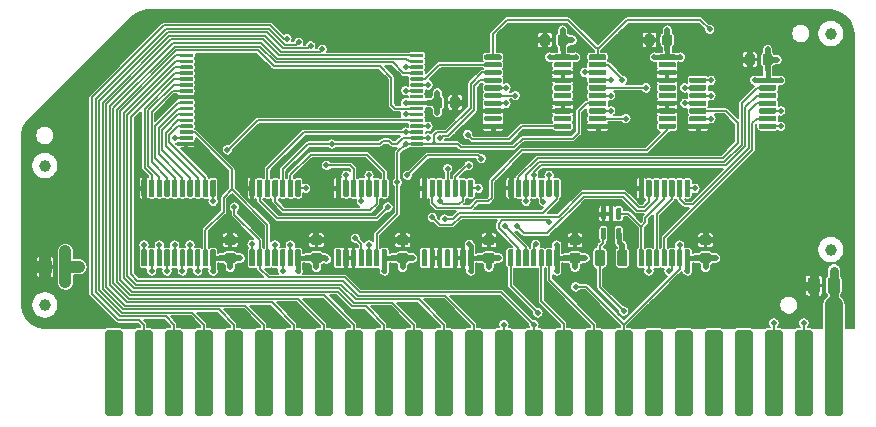
<source format=gtl>
G04 #@! TF.GenerationSoftware,KiCad,Pcbnew,(5.1.5-0-10_14)*
G04 #@! TF.CreationDate,2020-09-29T19:44:56-04:00*
G04 #@! TF.ProjectId,RAM128,52414d31-3238-42e6-9b69-6361645f7063,rev?*
G04 #@! TF.SameCoordinates,Original*
G04 #@! TF.FileFunction,Copper,L1,Top*
G04 #@! TF.FilePolarity,Positive*
%FSLAX46Y46*%
G04 Gerber Fmt 4.6, Leading zero omitted, Abs format (unit mm)*
G04 Created by KiCad (PCBNEW (5.1.5-0-10_14)) date 2020-09-29 19:44:56*
%MOMM*%
%LPD*%
G04 APERTURE LIST*
%ADD10C,0.100000*%
%ADD11C,1.000000*%
%ADD12C,2.000000*%
%ADD13C,1.524000*%
%ADD14C,0.600000*%
%ADD15C,0.500000*%
%ADD16C,0.800000*%
%ADD17C,1.524000*%
%ADD18C,0.762000*%
%ADD19C,0.450000*%
%ADD20C,0.500000*%
%ADD21C,0.400000*%
%ADD22C,0.300000*%
%ADD23C,0.150000*%
%ADD24C,1.000000*%
%ADD25C,0.152400*%
G04 APERTURE END LIST*
G04 #@! TA.AperFunction,SMDPad,CuDef*
D10*
G36*
X119059802Y-123000482D02*
G01*
X119069509Y-123001921D01*
X119079028Y-123004306D01*
X119088268Y-123007612D01*
X119097140Y-123011808D01*
X119105557Y-123016853D01*
X119113439Y-123022699D01*
X119120711Y-123029289D01*
X119127301Y-123036561D01*
X119133147Y-123044443D01*
X119138192Y-123052860D01*
X119142388Y-123061732D01*
X119145694Y-123070972D01*
X119148079Y-123080491D01*
X119149518Y-123090198D01*
X119150000Y-123100000D01*
X119150000Y-123900000D01*
X119149518Y-123909802D01*
X119148079Y-123919509D01*
X119145694Y-123929028D01*
X119142388Y-123938268D01*
X119138192Y-123947140D01*
X119133147Y-123955557D01*
X119127301Y-123963439D01*
X119120711Y-123970711D01*
X119113439Y-123977301D01*
X119105557Y-123983147D01*
X119097140Y-123988192D01*
X119088268Y-123992388D01*
X119079028Y-123995694D01*
X119069509Y-123998079D01*
X119059802Y-123999518D01*
X119050000Y-124000000D01*
X118850000Y-124000000D01*
X118840198Y-123999518D01*
X118830491Y-123998079D01*
X118820972Y-123995694D01*
X118811732Y-123992388D01*
X118802860Y-123988192D01*
X118794443Y-123983147D01*
X118786561Y-123977301D01*
X118779289Y-123970711D01*
X118772699Y-123963439D01*
X118766853Y-123955557D01*
X118761808Y-123947140D01*
X118757612Y-123938268D01*
X118754306Y-123929028D01*
X118751921Y-123919509D01*
X118750482Y-123909802D01*
X118750000Y-123900000D01*
X118750000Y-123100000D01*
X118750482Y-123090198D01*
X118751921Y-123080491D01*
X118754306Y-123070972D01*
X118757612Y-123061732D01*
X118761808Y-123052860D01*
X118766853Y-123044443D01*
X118772699Y-123036561D01*
X118779289Y-123029289D01*
X118786561Y-123022699D01*
X118794443Y-123016853D01*
X118802860Y-123011808D01*
X118811732Y-123007612D01*
X118820972Y-123004306D01*
X118830491Y-123001921D01*
X118840198Y-123000482D01*
X118850000Y-123000000D01*
X119050000Y-123000000D01*
X119059802Y-123000482D01*
G37*
G04 #@! TD.AperFunction*
G04 #@! TA.AperFunction,SMDPad,CuDef*
G36*
X117759802Y-123000482D02*
G01*
X117769509Y-123001921D01*
X117779028Y-123004306D01*
X117788268Y-123007612D01*
X117797140Y-123011808D01*
X117805557Y-123016853D01*
X117813439Y-123022699D01*
X117820711Y-123029289D01*
X117827301Y-123036561D01*
X117833147Y-123044443D01*
X117838192Y-123052860D01*
X117842388Y-123061732D01*
X117845694Y-123070972D01*
X117848079Y-123080491D01*
X117849518Y-123090198D01*
X117850000Y-123100000D01*
X117850000Y-123900000D01*
X117849518Y-123909802D01*
X117848079Y-123919509D01*
X117845694Y-123929028D01*
X117842388Y-123938268D01*
X117838192Y-123947140D01*
X117833147Y-123955557D01*
X117827301Y-123963439D01*
X117820711Y-123970711D01*
X117813439Y-123977301D01*
X117805557Y-123983147D01*
X117797140Y-123988192D01*
X117788268Y-123992388D01*
X117779028Y-123995694D01*
X117769509Y-123998079D01*
X117759802Y-123999518D01*
X117750000Y-124000000D01*
X117550000Y-124000000D01*
X117540198Y-123999518D01*
X117530491Y-123998079D01*
X117520972Y-123995694D01*
X117511732Y-123992388D01*
X117502860Y-123988192D01*
X117494443Y-123983147D01*
X117486561Y-123977301D01*
X117479289Y-123970711D01*
X117472699Y-123963439D01*
X117466853Y-123955557D01*
X117461808Y-123947140D01*
X117457612Y-123938268D01*
X117454306Y-123929028D01*
X117451921Y-123919509D01*
X117450482Y-123909802D01*
X117450000Y-123900000D01*
X117450000Y-123100000D01*
X117450482Y-123090198D01*
X117451921Y-123080491D01*
X117454306Y-123070972D01*
X117457612Y-123061732D01*
X117461808Y-123052860D01*
X117466853Y-123044443D01*
X117472699Y-123036561D01*
X117479289Y-123029289D01*
X117486561Y-123022699D01*
X117494443Y-123016853D01*
X117502860Y-123011808D01*
X117511732Y-123007612D01*
X117520972Y-123004306D01*
X117530491Y-123001921D01*
X117540198Y-123000482D01*
X117550000Y-123000000D01*
X117750000Y-123000000D01*
X117759802Y-123000482D01*
G37*
G04 #@! TD.AperFunction*
G04 #@! TA.AperFunction,SMDPad,CuDef*
G36*
X118409802Y-121300482D02*
G01*
X118419509Y-121301921D01*
X118429028Y-121304306D01*
X118438268Y-121307612D01*
X118447140Y-121311808D01*
X118455557Y-121316853D01*
X118463439Y-121322699D01*
X118470711Y-121329289D01*
X118477301Y-121336561D01*
X118483147Y-121344443D01*
X118488192Y-121352860D01*
X118492388Y-121361732D01*
X118495694Y-121370972D01*
X118498079Y-121380491D01*
X118499518Y-121390198D01*
X118500000Y-121400000D01*
X118500000Y-122200000D01*
X118499518Y-122209802D01*
X118498079Y-122219509D01*
X118495694Y-122229028D01*
X118492388Y-122238268D01*
X118488192Y-122247140D01*
X118483147Y-122255557D01*
X118477301Y-122263439D01*
X118470711Y-122270711D01*
X118463439Y-122277301D01*
X118455557Y-122283147D01*
X118447140Y-122288192D01*
X118438268Y-122292388D01*
X118429028Y-122295694D01*
X118419509Y-122298079D01*
X118409802Y-122299518D01*
X118400000Y-122300000D01*
X118200000Y-122300000D01*
X118190198Y-122299518D01*
X118180491Y-122298079D01*
X118170972Y-122295694D01*
X118161732Y-122292388D01*
X118152860Y-122288192D01*
X118144443Y-122283147D01*
X118136561Y-122277301D01*
X118129289Y-122270711D01*
X118122699Y-122263439D01*
X118116853Y-122255557D01*
X118111808Y-122247140D01*
X118107612Y-122238268D01*
X118104306Y-122229028D01*
X118101921Y-122219509D01*
X118100482Y-122209802D01*
X118100000Y-122200000D01*
X118100000Y-121400000D01*
X118100482Y-121390198D01*
X118101921Y-121380491D01*
X118104306Y-121370972D01*
X118107612Y-121361732D01*
X118111808Y-121352860D01*
X118116853Y-121344443D01*
X118122699Y-121336561D01*
X118129289Y-121329289D01*
X118136561Y-121322699D01*
X118144443Y-121316853D01*
X118152860Y-121311808D01*
X118161732Y-121307612D01*
X118170972Y-121304306D01*
X118180491Y-121301921D01*
X118190198Y-121300482D01*
X118200000Y-121300000D01*
X118400000Y-121300000D01*
X118409802Y-121300482D01*
G37*
G04 #@! TD.AperFunction*
G04 #@! TA.AperFunction,SMDPad,CuDef*
G36*
X119059802Y-121300482D02*
G01*
X119069509Y-121301921D01*
X119079028Y-121304306D01*
X119088268Y-121307612D01*
X119097140Y-121311808D01*
X119105557Y-121316853D01*
X119113439Y-121322699D01*
X119120711Y-121329289D01*
X119127301Y-121336561D01*
X119133147Y-121344443D01*
X119138192Y-121352860D01*
X119142388Y-121361732D01*
X119145694Y-121370972D01*
X119148079Y-121380491D01*
X119149518Y-121390198D01*
X119150000Y-121400000D01*
X119150000Y-122200000D01*
X119149518Y-122209802D01*
X119148079Y-122219509D01*
X119145694Y-122229028D01*
X119142388Y-122238268D01*
X119138192Y-122247140D01*
X119133147Y-122255557D01*
X119127301Y-122263439D01*
X119120711Y-122270711D01*
X119113439Y-122277301D01*
X119105557Y-122283147D01*
X119097140Y-122288192D01*
X119088268Y-122292388D01*
X119079028Y-122295694D01*
X119069509Y-122298079D01*
X119059802Y-122299518D01*
X119050000Y-122300000D01*
X118850000Y-122300000D01*
X118840198Y-122299518D01*
X118830491Y-122298079D01*
X118820972Y-122295694D01*
X118811732Y-122292388D01*
X118802860Y-122288192D01*
X118794443Y-122283147D01*
X118786561Y-122277301D01*
X118779289Y-122270711D01*
X118772699Y-122263439D01*
X118766853Y-122255557D01*
X118761808Y-122247140D01*
X118757612Y-122238268D01*
X118754306Y-122229028D01*
X118751921Y-122219509D01*
X118750482Y-122209802D01*
X118750000Y-122200000D01*
X118750000Y-121400000D01*
X118750482Y-121390198D01*
X118751921Y-121380491D01*
X118754306Y-121370972D01*
X118757612Y-121361732D01*
X118761808Y-121352860D01*
X118766853Y-121344443D01*
X118772699Y-121336561D01*
X118779289Y-121329289D01*
X118786561Y-121322699D01*
X118794443Y-121316853D01*
X118802860Y-121311808D01*
X118811732Y-121307612D01*
X118820972Y-121304306D01*
X118830491Y-121301921D01*
X118840198Y-121300482D01*
X118850000Y-121300000D01*
X119050000Y-121300000D01*
X119059802Y-121300482D01*
G37*
G04 #@! TD.AperFunction*
G04 #@! TA.AperFunction,SMDPad,CuDef*
G36*
X117759802Y-121300482D02*
G01*
X117769509Y-121301921D01*
X117779028Y-121304306D01*
X117788268Y-121307612D01*
X117797140Y-121311808D01*
X117805557Y-121316853D01*
X117813439Y-121322699D01*
X117820711Y-121329289D01*
X117827301Y-121336561D01*
X117833147Y-121344443D01*
X117838192Y-121352860D01*
X117842388Y-121361732D01*
X117845694Y-121370972D01*
X117848079Y-121380491D01*
X117849518Y-121390198D01*
X117850000Y-121400000D01*
X117850000Y-122200000D01*
X117849518Y-122209802D01*
X117848079Y-122219509D01*
X117845694Y-122229028D01*
X117842388Y-122238268D01*
X117838192Y-122247140D01*
X117833147Y-122255557D01*
X117827301Y-122263439D01*
X117820711Y-122270711D01*
X117813439Y-122277301D01*
X117805557Y-122283147D01*
X117797140Y-122288192D01*
X117788268Y-122292388D01*
X117779028Y-122295694D01*
X117769509Y-122298079D01*
X117759802Y-122299518D01*
X117750000Y-122300000D01*
X117550000Y-122300000D01*
X117540198Y-122299518D01*
X117530491Y-122298079D01*
X117520972Y-122295694D01*
X117511732Y-122292388D01*
X117502860Y-122288192D01*
X117494443Y-122283147D01*
X117486561Y-122277301D01*
X117479289Y-122270711D01*
X117472699Y-122263439D01*
X117466853Y-122255557D01*
X117461808Y-122247140D01*
X117457612Y-122238268D01*
X117454306Y-122229028D01*
X117451921Y-122219509D01*
X117450482Y-122209802D01*
X117450000Y-122200000D01*
X117450000Y-121400000D01*
X117450482Y-121390198D01*
X117451921Y-121380491D01*
X117454306Y-121370972D01*
X117457612Y-121361732D01*
X117461808Y-121352860D01*
X117466853Y-121344443D01*
X117472699Y-121336561D01*
X117479289Y-121329289D01*
X117486561Y-121322699D01*
X117494443Y-121316853D01*
X117502860Y-121311808D01*
X117511732Y-121307612D01*
X117520972Y-121304306D01*
X117530491Y-121301921D01*
X117540198Y-121300482D01*
X117550000Y-121300000D01*
X117750000Y-121300000D01*
X117759802Y-121300482D01*
G37*
G04 #@! TD.AperFunction*
G04 #@! TA.AperFunction,SMDPad,CuDef*
G36*
X106523527Y-124825542D02*
G01*
X106534448Y-124827162D01*
X106545157Y-124829844D01*
X106555552Y-124833564D01*
X106565532Y-124838284D01*
X106575002Y-124843960D01*
X106583869Y-124850536D01*
X106592050Y-124857950D01*
X106599464Y-124866131D01*
X106606040Y-124874998D01*
X106611716Y-124884468D01*
X106616436Y-124894448D01*
X106620156Y-124904843D01*
X106622838Y-124915552D01*
X106624458Y-124926473D01*
X106625000Y-124937500D01*
X106625000Y-126162500D01*
X106624458Y-126173527D01*
X106622838Y-126184448D01*
X106620156Y-126195157D01*
X106616436Y-126205552D01*
X106611716Y-126215532D01*
X106606040Y-126225002D01*
X106599464Y-126233869D01*
X106592050Y-126242050D01*
X106583869Y-126249464D01*
X106575002Y-126256040D01*
X106565532Y-126261716D01*
X106555552Y-126266436D01*
X106545157Y-126270156D01*
X106534448Y-126272838D01*
X106523527Y-126274458D01*
X106512500Y-126275000D01*
X106287500Y-126275000D01*
X106276473Y-126274458D01*
X106265552Y-126272838D01*
X106254843Y-126270156D01*
X106244448Y-126266436D01*
X106234468Y-126261716D01*
X106224998Y-126256040D01*
X106216131Y-126249464D01*
X106207950Y-126242050D01*
X106200536Y-126233869D01*
X106193960Y-126225002D01*
X106188284Y-126215532D01*
X106183564Y-126205552D01*
X106179844Y-126195157D01*
X106177162Y-126184448D01*
X106175542Y-126173527D01*
X106175000Y-126162500D01*
X106175000Y-124937500D01*
X106175542Y-124926473D01*
X106177162Y-124915552D01*
X106179844Y-124904843D01*
X106183564Y-124894448D01*
X106188284Y-124884468D01*
X106193960Y-124874998D01*
X106200536Y-124866131D01*
X106207950Y-124857950D01*
X106216131Y-124850536D01*
X106224998Y-124843960D01*
X106234468Y-124838284D01*
X106244448Y-124833564D01*
X106254843Y-124829844D01*
X106265552Y-124827162D01*
X106276473Y-124825542D01*
X106287500Y-124825000D01*
X106512500Y-124825000D01*
X106523527Y-124825542D01*
G37*
G04 #@! TD.AperFunction*
G04 #@! TA.AperFunction,SMDPad,CuDef*
G36*
X105873527Y-124825542D02*
G01*
X105884448Y-124827162D01*
X105895157Y-124829844D01*
X105905552Y-124833564D01*
X105915532Y-124838284D01*
X105925002Y-124843960D01*
X105933869Y-124850536D01*
X105942050Y-124857950D01*
X105949464Y-124866131D01*
X105956040Y-124874998D01*
X105961716Y-124884468D01*
X105966436Y-124894448D01*
X105970156Y-124904843D01*
X105972838Y-124915552D01*
X105974458Y-124926473D01*
X105975000Y-124937500D01*
X105975000Y-126162500D01*
X105974458Y-126173527D01*
X105972838Y-126184448D01*
X105970156Y-126195157D01*
X105966436Y-126205552D01*
X105961716Y-126215532D01*
X105956040Y-126225002D01*
X105949464Y-126233869D01*
X105942050Y-126242050D01*
X105933869Y-126249464D01*
X105925002Y-126256040D01*
X105915532Y-126261716D01*
X105905552Y-126266436D01*
X105895157Y-126270156D01*
X105884448Y-126272838D01*
X105873527Y-126274458D01*
X105862500Y-126275000D01*
X105637500Y-126275000D01*
X105626473Y-126274458D01*
X105615552Y-126272838D01*
X105604843Y-126270156D01*
X105594448Y-126266436D01*
X105584468Y-126261716D01*
X105574998Y-126256040D01*
X105566131Y-126249464D01*
X105557950Y-126242050D01*
X105550536Y-126233869D01*
X105543960Y-126225002D01*
X105538284Y-126215532D01*
X105533564Y-126205552D01*
X105529844Y-126195157D01*
X105527162Y-126184448D01*
X105525542Y-126173527D01*
X105525000Y-126162500D01*
X105525000Y-124937500D01*
X105525542Y-124926473D01*
X105527162Y-124915552D01*
X105529844Y-124904843D01*
X105533564Y-124894448D01*
X105538284Y-124884468D01*
X105543960Y-124874998D01*
X105550536Y-124866131D01*
X105557950Y-124857950D01*
X105566131Y-124850536D01*
X105574998Y-124843960D01*
X105584468Y-124838284D01*
X105594448Y-124833564D01*
X105604843Y-124829844D01*
X105615552Y-124827162D01*
X105626473Y-124825542D01*
X105637500Y-124825000D01*
X105862500Y-124825000D01*
X105873527Y-124825542D01*
G37*
G04 #@! TD.AperFunction*
G04 #@! TA.AperFunction,SMDPad,CuDef*
G36*
X105223527Y-124825542D02*
G01*
X105234448Y-124827162D01*
X105245157Y-124829844D01*
X105255552Y-124833564D01*
X105265532Y-124838284D01*
X105275002Y-124843960D01*
X105283869Y-124850536D01*
X105292050Y-124857950D01*
X105299464Y-124866131D01*
X105306040Y-124874998D01*
X105311716Y-124884468D01*
X105316436Y-124894448D01*
X105320156Y-124904843D01*
X105322838Y-124915552D01*
X105324458Y-124926473D01*
X105325000Y-124937500D01*
X105325000Y-126162500D01*
X105324458Y-126173527D01*
X105322838Y-126184448D01*
X105320156Y-126195157D01*
X105316436Y-126205552D01*
X105311716Y-126215532D01*
X105306040Y-126225002D01*
X105299464Y-126233869D01*
X105292050Y-126242050D01*
X105283869Y-126249464D01*
X105275002Y-126256040D01*
X105265532Y-126261716D01*
X105255552Y-126266436D01*
X105245157Y-126270156D01*
X105234448Y-126272838D01*
X105223527Y-126274458D01*
X105212500Y-126275000D01*
X104987500Y-126275000D01*
X104976473Y-126274458D01*
X104965552Y-126272838D01*
X104954843Y-126270156D01*
X104944448Y-126266436D01*
X104934468Y-126261716D01*
X104924998Y-126256040D01*
X104916131Y-126249464D01*
X104907950Y-126242050D01*
X104900536Y-126233869D01*
X104893960Y-126225002D01*
X104888284Y-126215532D01*
X104883564Y-126205552D01*
X104879844Y-126195157D01*
X104877162Y-126184448D01*
X104875542Y-126173527D01*
X104875000Y-126162500D01*
X104875000Y-124937500D01*
X104875542Y-124926473D01*
X104877162Y-124915552D01*
X104879844Y-124904843D01*
X104883564Y-124894448D01*
X104888284Y-124884468D01*
X104893960Y-124874998D01*
X104900536Y-124866131D01*
X104907950Y-124857950D01*
X104916131Y-124850536D01*
X104924998Y-124843960D01*
X104934468Y-124838284D01*
X104944448Y-124833564D01*
X104954843Y-124829844D01*
X104965552Y-124827162D01*
X104976473Y-124825542D01*
X104987500Y-124825000D01*
X105212500Y-124825000D01*
X105223527Y-124825542D01*
G37*
G04 #@! TD.AperFunction*
G04 #@! TA.AperFunction,SMDPad,CuDef*
G36*
X104573527Y-124825542D02*
G01*
X104584448Y-124827162D01*
X104595157Y-124829844D01*
X104605552Y-124833564D01*
X104615532Y-124838284D01*
X104625002Y-124843960D01*
X104633869Y-124850536D01*
X104642050Y-124857950D01*
X104649464Y-124866131D01*
X104656040Y-124874998D01*
X104661716Y-124884468D01*
X104666436Y-124894448D01*
X104670156Y-124904843D01*
X104672838Y-124915552D01*
X104674458Y-124926473D01*
X104675000Y-124937500D01*
X104675000Y-126162500D01*
X104674458Y-126173527D01*
X104672838Y-126184448D01*
X104670156Y-126195157D01*
X104666436Y-126205552D01*
X104661716Y-126215532D01*
X104656040Y-126225002D01*
X104649464Y-126233869D01*
X104642050Y-126242050D01*
X104633869Y-126249464D01*
X104625002Y-126256040D01*
X104615532Y-126261716D01*
X104605552Y-126266436D01*
X104595157Y-126270156D01*
X104584448Y-126272838D01*
X104573527Y-126274458D01*
X104562500Y-126275000D01*
X104337500Y-126275000D01*
X104326473Y-126274458D01*
X104315552Y-126272838D01*
X104304843Y-126270156D01*
X104294448Y-126266436D01*
X104284468Y-126261716D01*
X104274998Y-126256040D01*
X104266131Y-126249464D01*
X104257950Y-126242050D01*
X104250536Y-126233869D01*
X104243960Y-126225002D01*
X104238284Y-126215532D01*
X104233564Y-126205552D01*
X104229844Y-126195157D01*
X104227162Y-126184448D01*
X104225542Y-126173527D01*
X104225000Y-126162500D01*
X104225000Y-124937500D01*
X104225542Y-124926473D01*
X104227162Y-124915552D01*
X104229844Y-124904843D01*
X104233564Y-124894448D01*
X104238284Y-124884468D01*
X104243960Y-124874998D01*
X104250536Y-124866131D01*
X104257950Y-124857950D01*
X104266131Y-124850536D01*
X104274998Y-124843960D01*
X104284468Y-124838284D01*
X104294448Y-124833564D01*
X104304843Y-124829844D01*
X104315552Y-124827162D01*
X104326473Y-124825542D01*
X104337500Y-124825000D01*
X104562500Y-124825000D01*
X104573527Y-124825542D01*
G37*
G04 #@! TD.AperFunction*
G04 #@! TA.AperFunction,SMDPad,CuDef*
G36*
X103923527Y-124825542D02*
G01*
X103934448Y-124827162D01*
X103945157Y-124829844D01*
X103955552Y-124833564D01*
X103965532Y-124838284D01*
X103975002Y-124843960D01*
X103983869Y-124850536D01*
X103992050Y-124857950D01*
X103999464Y-124866131D01*
X104006040Y-124874998D01*
X104011716Y-124884468D01*
X104016436Y-124894448D01*
X104020156Y-124904843D01*
X104022838Y-124915552D01*
X104024458Y-124926473D01*
X104025000Y-124937500D01*
X104025000Y-126162500D01*
X104024458Y-126173527D01*
X104022838Y-126184448D01*
X104020156Y-126195157D01*
X104016436Y-126205552D01*
X104011716Y-126215532D01*
X104006040Y-126225002D01*
X103999464Y-126233869D01*
X103992050Y-126242050D01*
X103983869Y-126249464D01*
X103975002Y-126256040D01*
X103965532Y-126261716D01*
X103955552Y-126266436D01*
X103945157Y-126270156D01*
X103934448Y-126272838D01*
X103923527Y-126274458D01*
X103912500Y-126275000D01*
X103687500Y-126275000D01*
X103676473Y-126274458D01*
X103665552Y-126272838D01*
X103654843Y-126270156D01*
X103644448Y-126266436D01*
X103634468Y-126261716D01*
X103624998Y-126256040D01*
X103616131Y-126249464D01*
X103607950Y-126242050D01*
X103600536Y-126233869D01*
X103593960Y-126225002D01*
X103588284Y-126215532D01*
X103583564Y-126205552D01*
X103579844Y-126195157D01*
X103577162Y-126184448D01*
X103575542Y-126173527D01*
X103575000Y-126162500D01*
X103575000Y-124937500D01*
X103575542Y-124926473D01*
X103577162Y-124915552D01*
X103579844Y-124904843D01*
X103583564Y-124894448D01*
X103588284Y-124884468D01*
X103593960Y-124874998D01*
X103600536Y-124866131D01*
X103607950Y-124857950D01*
X103616131Y-124850536D01*
X103624998Y-124843960D01*
X103634468Y-124838284D01*
X103644448Y-124833564D01*
X103654843Y-124829844D01*
X103665552Y-124827162D01*
X103676473Y-124825542D01*
X103687500Y-124825000D01*
X103912500Y-124825000D01*
X103923527Y-124825542D01*
G37*
G04 #@! TD.AperFunction*
G04 #@! TA.AperFunction,SMDPad,CuDef*
G36*
X103273527Y-124825542D02*
G01*
X103284448Y-124827162D01*
X103295157Y-124829844D01*
X103305552Y-124833564D01*
X103315532Y-124838284D01*
X103325002Y-124843960D01*
X103333869Y-124850536D01*
X103342050Y-124857950D01*
X103349464Y-124866131D01*
X103356040Y-124874998D01*
X103361716Y-124884468D01*
X103366436Y-124894448D01*
X103370156Y-124904843D01*
X103372838Y-124915552D01*
X103374458Y-124926473D01*
X103375000Y-124937500D01*
X103375000Y-126162500D01*
X103374458Y-126173527D01*
X103372838Y-126184448D01*
X103370156Y-126195157D01*
X103366436Y-126205552D01*
X103361716Y-126215532D01*
X103356040Y-126225002D01*
X103349464Y-126233869D01*
X103342050Y-126242050D01*
X103333869Y-126249464D01*
X103325002Y-126256040D01*
X103315532Y-126261716D01*
X103305552Y-126266436D01*
X103295157Y-126270156D01*
X103284448Y-126272838D01*
X103273527Y-126274458D01*
X103262500Y-126275000D01*
X103037500Y-126275000D01*
X103026473Y-126274458D01*
X103015552Y-126272838D01*
X103004843Y-126270156D01*
X102994448Y-126266436D01*
X102984468Y-126261716D01*
X102974998Y-126256040D01*
X102966131Y-126249464D01*
X102957950Y-126242050D01*
X102950536Y-126233869D01*
X102943960Y-126225002D01*
X102938284Y-126215532D01*
X102933564Y-126205552D01*
X102929844Y-126195157D01*
X102927162Y-126184448D01*
X102925542Y-126173527D01*
X102925000Y-126162500D01*
X102925000Y-124937500D01*
X102925542Y-124926473D01*
X102927162Y-124915552D01*
X102929844Y-124904843D01*
X102933564Y-124894448D01*
X102938284Y-124884468D01*
X102943960Y-124874998D01*
X102950536Y-124866131D01*
X102957950Y-124857950D01*
X102966131Y-124850536D01*
X102974998Y-124843960D01*
X102984468Y-124838284D01*
X102994448Y-124833564D01*
X103004843Y-124829844D01*
X103015552Y-124827162D01*
X103026473Y-124825542D01*
X103037500Y-124825000D01*
X103262500Y-124825000D01*
X103273527Y-124825542D01*
G37*
G04 #@! TD.AperFunction*
G04 #@! TA.AperFunction,SMDPad,CuDef*
G36*
X102623527Y-124825542D02*
G01*
X102634448Y-124827162D01*
X102645157Y-124829844D01*
X102655552Y-124833564D01*
X102665532Y-124838284D01*
X102675002Y-124843960D01*
X102683869Y-124850536D01*
X102692050Y-124857950D01*
X102699464Y-124866131D01*
X102706040Y-124874998D01*
X102711716Y-124884468D01*
X102716436Y-124894448D01*
X102720156Y-124904843D01*
X102722838Y-124915552D01*
X102724458Y-124926473D01*
X102725000Y-124937500D01*
X102725000Y-126162500D01*
X102724458Y-126173527D01*
X102722838Y-126184448D01*
X102720156Y-126195157D01*
X102716436Y-126205552D01*
X102711716Y-126215532D01*
X102706040Y-126225002D01*
X102699464Y-126233869D01*
X102692050Y-126242050D01*
X102683869Y-126249464D01*
X102675002Y-126256040D01*
X102665532Y-126261716D01*
X102655552Y-126266436D01*
X102645157Y-126270156D01*
X102634448Y-126272838D01*
X102623527Y-126274458D01*
X102612500Y-126275000D01*
X102387500Y-126275000D01*
X102376473Y-126274458D01*
X102365552Y-126272838D01*
X102354843Y-126270156D01*
X102344448Y-126266436D01*
X102334468Y-126261716D01*
X102324998Y-126256040D01*
X102316131Y-126249464D01*
X102307950Y-126242050D01*
X102300536Y-126233869D01*
X102293960Y-126225002D01*
X102288284Y-126215532D01*
X102283564Y-126205552D01*
X102279844Y-126195157D01*
X102277162Y-126184448D01*
X102275542Y-126173527D01*
X102275000Y-126162500D01*
X102275000Y-124937500D01*
X102275542Y-124926473D01*
X102277162Y-124915552D01*
X102279844Y-124904843D01*
X102283564Y-124894448D01*
X102288284Y-124884468D01*
X102293960Y-124874998D01*
X102300536Y-124866131D01*
X102307950Y-124857950D01*
X102316131Y-124850536D01*
X102324998Y-124843960D01*
X102334468Y-124838284D01*
X102344448Y-124833564D01*
X102354843Y-124829844D01*
X102365552Y-124827162D01*
X102376473Y-124825542D01*
X102387500Y-124825000D01*
X102612500Y-124825000D01*
X102623527Y-124825542D01*
G37*
G04 #@! TD.AperFunction*
G04 #@! TA.AperFunction,SMDPad,CuDef*
G36*
X102623527Y-118925542D02*
G01*
X102634448Y-118927162D01*
X102645157Y-118929844D01*
X102655552Y-118933564D01*
X102665532Y-118938284D01*
X102675002Y-118943960D01*
X102683869Y-118950536D01*
X102692050Y-118957950D01*
X102699464Y-118966131D01*
X102706040Y-118974998D01*
X102711716Y-118984468D01*
X102716436Y-118994448D01*
X102720156Y-119004843D01*
X102722838Y-119015552D01*
X102724458Y-119026473D01*
X102725000Y-119037500D01*
X102725000Y-120262500D01*
X102724458Y-120273527D01*
X102722838Y-120284448D01*
X102720156Y-120295157D01*
X102716436Y-120305552D01*
X102711716Y-120315532D01*
X102706040Y-120325002D01*
X102699464Y-120333869D01*
X102692050Y-120342050D01*
X102683869Y-120349464D01*
X102675002Y-120356040D01*
X102665532Y-120361716D01*
X102655552Y-120366436D01*
X102645157Y-120370156D01*
X102634448Y-120372838D01*
X102623527Y-120374458D01*
X102612500Y-120375000D01*
X102387500Y-120375000D01*
X102376473Y-120374458D01*
X102365552Y-120372838D01*
X102354843Y-120370156D01*
X102344448Y-120366436D01*
X102334468Y-120361716D01*
X102324998Y-120356040D01*
X102316131Y-120349464D01*
X102307950Y-120342050D01*
X102300536Y-120333869D01*
X102293960Y-120325002D01*
X102288284Y-120315532D01*
X102283564Y-120305552D01*
X102279844Y-120295157D01*
X102277162Y-120284448D01*
X102275542Y-120273527D01*
X102275000Y-120262500D01*
X102275000Y-119037500D01*
X102275542Y-119026473D01*
X102277162Y-119015552D01*
X102279844Y-119004843D01*
X102283564Y-118994448D01*
X102288284Y-118984468D01*
X102293960Y-118974998D01*
X102300536Y-118966131D01*
X102307950Y-118957950D01*
X102316131Y-118950536D01*
X102324998Y-118943960D01*
X102334468Y-118938284D01*
X102344448Y-118933564D01*
X102354843Y-118929844D01*
X102365552Y-118927162D01*
X102376473Y-118925542D01*
X102387500Y-118925000D01*
X102612500Y-118925000D01*
X102623527Y-118925542D01*
G37*
G04 #@! TD.AperFunction*
G04 #@! TA.AperFunction,SMDPad,CuDef*
G36*
X103273527Y-118925542D02*
G01*
X103284448Y-118927162D01*
X103295157Y-118929844D01*
X103305552Y-118933564D01*
X103315532Y-118938284D01*
X103325002Y-118943960D01*
X103333869Y-118950536D01*
X103342050Y-118957950D01*
X103349464Y-118966131D01*
X103356040Y-118974998D01*
X103361716Y-118984468D01*
X103366436Y-118994448D01*
X103370156Y-119004843D01*
X103372838Y-119015552D01*
X103374458Y-119026473D01*
X103375000Y-119037500D01*
X103375000Y-120262500D01*
X103374458Y-120273527D01*
X103372838Y-120284448D01*
X103370156Y-120295157D01*
X103366436Y-120305552D01*
X103361716Y-120315532D01*
X103356040Y-120325002D01*
X103349464Y-120333869D01*
X103342050Y-120342050D01*
X103333869Y-120349464D01*
X103325002Y-120356040D01*
X103315532Y-120361716D01*
X103305552Y-120366436D01*
X103295157Y-120370156D01*
X103284448Y-120372838D01*
X103273527Y-120374458D01*
X103262500Y-120375000D01*
X103037500Y-120375000D01*
X103026473Y-120374458D01*
X103015552Y-120372838D01*
X103004843Y-120370156D01*
X102994448Y-120366436D01*
X102984468Y-120361716D01*
X102974998Y-120356040D01*
X102966131Y-120349464D01*
X102957950Y-120342050D01*
X102950536Y-120333869D01*
X102943960Y-120325002D01*
X102938284Y-120315532D01*
X102933564Y-120305552D01*
X102929844Y-120295157D01*
X102927162Y-120284448D01*
X102925542Y-120273527D01*
X102925000Y-120262500D01*
X102925000Y-119037500D01*
X102925542Y-119026473D01*
X102927162Y-119015552D01*
X102929844Y-119004843D01*
X102933564Y-118994448D01*
X102938284Y-118984468D01*
X102943960Y-118974998D01*
X102950536Y-118966131D01*
X102957950Y-118957950D01*
X102966131Y-118950536D01*
X102974998Y-118943960D01*
X102984468Y-118938284D01*
X102994448Y-118933564D01*
X103004843Y-118929844D01*
X103015552Y-118927162D01*
X103026473Y-118925542D01*
X103037500Y-118925000D01*
X103262500Y-118925000D01*
X103273527Y-118925542D01*
G37*
G04 #@! TD.AperFunction*
G04 #@! TA.AperFunction,SMDPad,CuDef*
G36*
X103923527Y-118925542D02*
G01*
X103934448Y-118927162D01*
X103945157Y-118929844D01*
X103955552Y-118933564D01*
X103965532Y-118938284D01*
X103975002Y-118943960D01*
X103983869Y-118950536D01*
X103992050Y-118957950D01*
X103999464Y-118966131D01*
X104006040Y-118974998D01*
X104011716Y-118984468D01*
X104016436Y-118994448D01*
X104020156Y-119004843D01*
X104022838Y-119015552D01*
X104024458Y-119026473D01*
X104025000Y-119037500D01*
X104025000Y-120262500D01*
X104024458Y-120273527D01*
X104022838Y-120284448D01*
X104020156Y-120295157D01*
X104016436Y-120305552D01*
X104011716Y-120315532D01*
X104006040Y-120325002D01*
X103999464Y-120333869D01*
X103992050Y-120342050D01*
X103983869Y-120349464D01*
X103975002Y-120356040D01*
X103965532Y-120361716D01*
X103955552Y-120366436D01*
X103945157Y-120370156D01*
X103934448Y-120372838D01*
X103923527Y-120374458D01*
X103912500Y-120375000D01*
X103687500Y-120375000D01*
X103676473Y-120374458D01*
X103665552Y-120372838D01*
X103654843Y-120370156D01*
X103644448Y-120366436D01*
X103634468Y-120361716D01*
X103624998Y-120356040D01*
X103616131Y-120349464D01*
X103607950Y-120342050D01*
X103600536Y-120333869D01*
X103593960Y-120325002D01*
X103588284Y-120315532D01*
X103583564Y-120305552D01*
X103579844Y-120295157D01*
X103577162Y-120284448D01*
X103575542Y-120273527D01*
X103575000Y-120262500D01*
X103575000Y-119037500D01*
X103575542Y-119026473D01*
X103577162Y-119015552D01*
X103579844Y-119004843D01*
X103583564Y-118994448D01*
X103588284Y-118984468D01*
X103593960Y-118974998D01*
X103600536Y-118966131D01*
X103607950Y-118957950D01*
X103616131Y-118950536D01*
X103624998Y-118943960D01*
X103634468Y-118938284D01*
X103644448Y-118933564D01*
X103654843Y-118929844D01*
X103665552Y-118927162D01*
X103676473Y-118925542D01*
X103687500Y-118925000D01*
X103912500Y-118925000D01*
X103923527Y-118925542D01*
G37*
G04 #@! TD.AperFunction*
G04 #@! TA.AperFunction,SMDPad,CuDef*
G36*
X104573527Y-118925542D02*
G01*
X104584448Y-118927162D01*
X104595157Y-118929844D01*
X104605552Y-118933564D01*
X104615532Y-118938284D01*
X104625002Y-118943960D01*
X104633869Y-118950536D01*
X104642050Y-118957950D01*
X104649464Y-118966131D01*
X104656040Y-118974998D01*
X104661716Y-118984468D01*
X104666436Y-118994448D01*
X104670156Y-119004843D01*
X104672838Y-119015552D01*
X104674458Y-119026473D01*
X104675000Y-119037500D01*
X104675000Y-120262500D01*
X104674458Y-120273527D01*
X104672838Y-120284448D01*
X104670156Y-120295157D01*
X104666436Y-120305552D01*
X104661716Y-120315532D01*
X104656040Y-120325002D01*
X104649464Y-120333869D01*
X104642050Y-120342050D01*
X104633869Y-120349464D01*
X104625002Y-120356040D01*
X104615532Y-120361716D01*
X104605552Y-120366436D01*
X104595157Y-120370156D01*
X104584448Y-120372838D01*
X104573527Y-120374458D01*
X104562500Y-120375000D01*
X104337500Y-120375000D01*
X104326473Y-120374458D01*
X104315552Y-120372838D01*
X104304843Y-120370156D01*
X104294448Y-120366436D01*
X104284468Y-120361716D01*
X104274998Y-120356040D01*
X104266131Y-120349464D01*
X104257950Y-120342050D01*
X104250536Y-120333869D01*
X104243960Y-120325002D01*
X104238284Y-120315532D01*
X104233564Y-120305552D01*
X104229844Y-120295157D01*
X104227162Y-120284448D01*
X104225542Y-120273527D01*
X104225000Y-120262500D01*
X104225000Y-119037500D01*
X104225542Y-119026473D01*
X104227162Y-119015552D01*
X104229844Y-119004843D01*
X104233564Y-118994448D01*
X104238284Y-118984468D01*
X104243960Y-118974998D01*
X104250536Y-118966131D01*
X104257950Y-118957950D01*
X104266131Y-118950536D01*
X104274998Y-118943960D01*
X104284468Y-118938284D01*
X104294448Y-118933564D01*
X104304843Y-118929844D01*
X104315552Y-118927162D01*
X104326473Y-118925542D01*
X104337500Y-118925000D01*
X104562500Y-118925000D01*
X104573527Y-118925542D01*
G37*
G04 #@! TD.AperFunction*
G04 #@! TA.AperFunction,SMDPad,CuDef*
G36*
X105223527Y-118925542D02*
G01*
X105234448Y-118927162D01*
X105245157Y-118929844D01*
X105255552Y-118933564D01*
X105265532Y-118938284D01*
X105275002Y-118943960D01*
X105283869Y-118950536D01*
X105292050Y-118957950D01*
X105299464Y-118966131D01*
X105306040Y-118974998D01*
X105311716Y-118984468D01*
X105316436Y-118994448D01*
X105320156Y-119004843D01*
X105322838Y-119015552D01*
X105324458Y-119026473D01*
X105325000Y-119037500D01*
X105325000Y-120262500D01*
X105324458Y-120273527D01*
X105322838Y-120284448D01*
X105320156Y-120295157D01*
X105316436Y-120305552D01*
X105311716Y-120315532D01*
X105306040Y-120325002D01*
X105299464Y-120333869D01*
X105292050Y-120342050D01*
X105283869Y-120349464D01*
X105275002Y-120356040D01*
X105265532Y-120361716D01*
X105255552Y-120366436D01*
X105245157Y-120370156D01*
X105234448Y-120372838D01*
X105223527Y-120374458D01*
X105212500Y-120375000D01*
X104987500Y-120375000D01*
X104976473Y-120374458D01*
X104965552Y-120372838D01*
X104954843Y-120370156D01*
X104944448Y-120366436D01*
X104934468Y-120361716D01*
X104924998Y-120356040D01*
X104916131Y-120349464D01*
X104907950Y-120342050D01*
X104900536Y-120333869D01*
X104893960Y-120325002D01*
X104888284Y-120315532D01*
X104883564Y-120305552D01*
X104879844Y-120295157D01*
X104877162Y-120284448D01*
X104875542Y-120273527D01*
X104875000Y-120262500D01*
X104875000Y-119037500D01*
X104875542Y-119026473D01*
X104877162Y-119015552D01*
X104879844Y-119004843D01*
X104883564Y-118994448D01*
X104888284Y-118984468D01*
X104893960Y-118974998D01*
X104900536Y-118966131D01*
X104907950Y-118957950D01*
X104916131Y-118950536D01*
X104924998Y-118943960D01*
X104934468Y-118938284D01*
X104944448Y-118933564D01*
X104954843Y-118929844D01*
X104965552Y-118927162D01*
X104976473Y-118925542D01*
X104987500Y-118925000D01*
X105212500Y-118925000D01*
X105223527Y-118925542D01*
G37*
G04 #@! TD.AperFunction*
G04 #@! TA.AperFunction,SMDPad,CuDef*
G36*
X105873527Y-118925542D02*
G01*
X105884448Y-118927162D01*
X105895157Y-118929844D01*
X105905552Y-118933564D01*
X105915532Y-118938284D01*
X105925002Y-118943960D01*
X105933869Y-118950536D01*
X105942050Y-118957950D01*
X105949464Y-118966131D01*
X105956040Y-118974998D01*
X105961716Y-118984468D01*
X105966436Y-118994448D01*
X105970156Y-119004843D01*
X105972838Y-119015552D01*
X105974458Y-119026473D01*
X105975000Y-119037500D01*
X105975000Y-120262500D01*
X105974458Y-120273527D01*
X105972838Y-120284448D01*
X105970156Y-120295157D01*
X105966436Y-120305552D01*
X105961716Y-120315532D01*
X105956040Y-120325002D01*
X105949464Y-120333869D01*
X105942050Y-120342050D01*
X105933869Y-120349464D01*
X105925002Y-120356040D01*
X105915532Y-120361716D01*
X105905552Y-120366436D01*
X105895157Y-120370156D01*
X105884448Y-120372838D01*
X105873527Y-120374458D01*
X105862500Y-120375000D01*
X105637500Y-120375000D01*
X105626473Y-120374458D01*
X105615552Y-120372838D01*
X105604843Y-120370156D01*
X105594448Y-120366436D01*
X105584468Y-120361716D01*
X105574998Y-120356040D01*
X105566131Y-120349464D01*
X105557950Y-120342050D01*
X105550536Y-120333869D01*
X105543960Y-120325002D01*
X105538284Y-120315532D01*
X105533564Y-120305552D01*
X105529844Y-120295157D01*
X105527162Y-120284448D01*
X105525542Y-120273527D01*
X105525000Y-120262500D01*
X105525000Y-119037500D01*
X105525542Y-119026473D01*
X105527162Y-119015552D01*
X105529844Y-119004843D01*
X105533564Y-118994448D01*
X105538284Y-118984468D01*
X105543960Y-118974998D01*
X105550536Y-118966131D01*
X105557950Y-118957950D01*
X105566131Y-118950536D01*
X105574998Y-118943960D01*
X105584468Y-118938284D01*
X105594448Y-118933564D01*
X105604843Y-118929844D01*
X105615552Y-118927162D01*
X105626473Y-118925542D01*
X105637500Y-118925000D01*
X105862500Y-118925000D01*
X105873527Y-118925542D01*
G37*
G04 #@! TD.AperFunction*
G04 #@! TA.AperFunction,SMDPad,CuDef*
G36*
X106523527Y-118925542D02*
G01*
X106534448Y-118927162D01*
X106545157Y-118929844D01*
X106555552Y-118933564D01*
X106565532Y-118938284D01*
X106575002Y-118943960D01*
X106583869Y-118950536D01*
X106592050Y-118957950D01*
X106599464Y-118966131D01*
X106606040Y-118974998D01*
X106611716Y-118984468D01*
X106616436Y-118994448D01*
X106620156Y-119004843D01*
X106622838Y-119015552D01*
X106624458Y-119026473D01*
X106625000Y-119037500D01*
X106625000Y-120262500D01*
X106624458Y-120273527D01*
X106622838Y-120284448D01*
X106620156Y-120295157D01*
X106616436Y-120305552D01*
X106611716Y-120315532D01*
X106606040Y-120325002D01*
X106599464Y-120333869D01*
X106592050Y-120342050D01*
X106583869Y-120349464D01*
X106575002Y-120356040D01*
X106565532Y-120361716D01*
X106555552Y-120366436D01*
X106545157Y-120370156D01*
X106534448Y-120372838D01*
X106523527Y-120374458D01*
X106512500Y-120375000D01*
X106287500Y-120375000D01*
X106276473Y-120374458D01*
X106265552Y-120372838D01*
X106254843Y-120370156D01*
X106244448Y-120366436D01*
X106234468Y-120361716D01*
X106224998Y-120356040D01*
X106216131Y-120349464D01*
X106207950Y-120342050D01*
X106200536Y-120333869D01*
X106193960Y-120325002D01*
X106188284Y-120315532D01*
X106183564Y-120305552D01*
X106179844Y-120295157D01*
X106177162Y-120284448D01*
X106175542Y-120273527D01*
X106175000Y-120262500D01*
X106175000Y-119037500D01*
X106175542Y-119026473D01*
X106177162Y-119015552D01*
X106179844Y-119004843D01*
X106183564Y-118994448D01*
X106188284Y-118984468D01*
X106193960Y-118974998D01*
X106200536Y-118966131D01*
X106207950Y-118957950D01*
X106216131Y-118950536D01*
X106224998Y-118943960D01*
X106234468Y-118938284D01*
X106244448Y-118933564D01*
X106254843Y-118929844D01*
X106265552Y-118927162D01*
X106276473Y-118925542D01*
X106287500Y-118925000D01*
X106512500Y-118925000D01*
X106523527Y-118925542D01*
G37*
G04 #@! TD.AperFunction*
G04 #@! TA.AperFunction,SMDPad,CuDef*
G36*
X99223527Y-118925542D02*
G01*
X99234448Y-118927162D01*
X99245157Y-118929844D01*
X99255552Y-118933564D01*
X99265532Y-118938284D01*
X99275002Y-118943960D01*
X99283869Y-118950536D01*
X99292050Y-118957950D01*
X99299464Y-118966131D01*
X99306040Y-118974998D01*
X99311716Y-118984468D01*
X99316436Y-118994448D01*
X99320156Y-119004843D01*
X99322838Y-119015552D01*
X99324458Y-119026473D01*
X99325000Y-119037500D01*
X99325000Y-120262500D01*
X99324458Y-120273527D01*
X99322838Y-120284448D01*
X99320156Y-120295157D01*
X99316436Y-120305552D01*
X99311716Y-120315532D01*
X99306040Y-120325002D01*
X99299464Y-120333869D01*
X99292050Y-120342050D01*
X99283869Y-120349464D01*
X99275002Y-120356040D01*
X99265532Y-120361716D01*
X99255552Y-120366436D01*
X99245157Y-120370156D01*
X99234448Y-120372838D01*
X99223527Y-120374458D01*
X99212500Y-120375000D01*
X98987500Y-120375000D01*
X98976473Y-120374458D01*
X98965552Y-120372838D01*
X98954843Y-120370156D01*
X98944448Y-120366436D01*
X98934468Y-120361716D01*
X98924998Y-120356040D01*
X98916131Y-120349464D01*
X98907950Y-120342050D01*
X98900536Y-120333869D01*
X98893960Y-120325002D01*
X98888284Y-120315532D01*
X98883564Y-120305552D01*
X98879844Y-120295157D01*
X98877162Y-120284448D01*
X98875542Y-120273527D01*
X98875000Y-120262500D01*
X98875000Y-119037500D01*
X98875542Y-119026473D01*
X98877162Y-119015552D01*
X98879844Y-119004843D01*
X98883564Y-118994448D01*
X98888284Y-118984468D01*
X98893960Y-118974998D01*
X98900536Y-118966131D01*
X98907950Y-118957950D01*
X98916131Y-118950536D01*
X98924998Y-118943960D01*
X98934468Y-118938284D01*
X98944448Y-118933564D01*
X98954843Y-118929844D01*
X98965552Y-118927162D01*
X98976473Y-118925542D01*
X98987500Y-118925000D01*
X99212500Y-118925000D01*
X99223527Y-118925542D01*
G37*
G04 #@! TD.AperFunction*
G04 #@! TA.AperFunction,SMDPad,CuDef*
G36*
X98573527Y-118925542D02*
G01*
X98584448Y-118927162D01*
X98595157Y-118929844D01*
X98605552Y-118933564D01*
X98615532Y-118938284D01*
X98625002Y-118943960D01*
X98633869Y-118950536D01*
X98642050Y-118957950D01*
X98649464Y-118966131D01*
X98656040Y-118974998D01*
X98661716Y-118984468D01*
X98666436Y-118994448D01*
X98670156Y-119004843D01*
X98672838Y-119015552D01*
X98674458Y-119026473D01*
X98675000Y-119037500D01*
X98675000Y-120262500D01*
X98674458Y-120273527D01*
X98672838Y-120284448D01*
X98670156Y-120295157D01*
X98666436Y-120305552D01*
X98661716Y-120315532D01*
X98656040Y-120325002D01*
X98649464Y-120333869D01*
X98642050Y-120342050D01*
X98633869Y-120349464D01*
X98625002Y-120356040D01*
X98615532Y-120361716D01*
X98605552Y-120366436D01*
X98595157Y-120370156D01*
X98584448Y-120372838D01*
X98573527Y-120374458D01*
X98562500Y-120375000D01*
X98337500Y-120375000D01*
X98326473Y-120374458D01*
X98315552Y-120372838D01*
X98304843Y-120370156D01*
X98294448Y-120366436D01*
X98284468Y-120361716D01*
X98274998Y-120356040D01*
X98266131Y-120349464D01*
X98257950Y-120342050D01*
X98250536Y-120333869D01*
X98243960Y-120325002D01*
X98238284Y-120315532D01*
X98233564Y-120305552D01*
X98229844Y-120295157D01*
X98227162Y-120284448D01*
X98225542Y-120273527D01*
X98225000Y-120262500D01*
X98225000Y-119037500D01*
X98225542Y-119026473D01*
X98227162Y-119015552D01*
X98229844Y-119004843D01*
X98233564Y-118994448D01*
X98238284Y-118984468D01*
X98243960Y-118974998D01*
X98250536Y-118966131D01*
X98257950Y-118957950D01*
X98266131Y-118950536D01*
X98274998Y-118943960D01*
X98284468Y-118938284D01*
X98294448Y-118933564D01*
X98304843Y-118929844D01*
X98315552Y-118927162D01*
X98326473Y-118925542D01*
X98337500Y-118925000D01*
X98562500Y-118925000D01*
X98573527Y-118925542D01*
G37*
G04 #@! TD.AperFunction*
G04 #@! TA.AperFunction,SMDPad,CuDef*
G36*
X97923527Y-118925542D02*
G01*
X97934448Y-118927162D01*
X97945157Y-118929844D01*
X97955552Y-118933564D01*
X97965532Y-118938284D01*
X97975002Y-118943960D01*
X97983869Y-118950536D01*
X97992050Y-118957950D01*
X97999464Y-118966131D01*
X98006040Y-118974998D01*
X98011716Y-118984468D01*
X98016436Y-118994448D01*
X98020156Y-119004843D01*
X98022838Y-119015552D01*
X98024458Y-119026473D01*
X98025000Y-119037500D01*
X98025000Y-120262500D01*
X98024458Y-120273527D01*
X98022838Y-120284448D01*
X98020156Y-120295157D01*
X98016436Y-120305552D01*
X98011716Y-120315532D01*
X98006040Y-120325002D01*
X97999464Y-120333869D01*
X97992050Y-120342050D01*
X97983869Y-120349464D01*
X97975002Y-120356040D01*
X97965532Y-120361716D01*
X97955552Y-120366436D01*
X97945157Y-120370156D01*
X97934448Y-120372838D01*
X97923527Y-120374458D01*
X97912500Y-120375000D01*
X97687500Y-120375000D01*
X97676473Y-120374458D01*
X97665552Y-120372838D01*
X97654843Y-120370156D01*
X97644448Y-120366436D01*
X97634468Y-120361716D01*
X97624998Y-120356040D01*
X97616131Y-120349464D01*
X97607950Y-120342050D01*
X97600536Y-120333869D01*
X97593960Y-120325002D01*
X97588284Y-120315532D01*
X97583564Y-120305552D01*
X97579844Y-120295157D01*
X97577162Y-120284448D01*
X97575542Y-120273527D01*
X97575000Y-120262500D01*
X97575000Y-119037500D01*
X97575542Y-119026473D01*
X97577162Y-119015552D01*
X97579844Y-119004843D01*
X97583564Y-118994448D01*
X97588284Y-118984468D01*
X97593960Y-118974998D01*
X97600536Y-118966131D01*
X97607950Y-118957950D01*
X97616131Y-118950536D01*
X97624998Y-118943960D01*
X97634468Y-118938284D01*
X97644448Y-118933564D01*
X97654843Y-118929844D01*
X97665552Y-118927162D01*
X97676473Y-118925542D01*
X97687500Y-118925000D01*
X97912500Y-118925000D01*
X97923527Y-118925542D01*
G37*
G04 #@! TD.AperFunction*
G04 #@! TA.AperFunction,SMDPad,CuDef*
G36*
X97273527Y-118925542D02*
G01*
X97284448Y-118927162D01*
X97295157Y-118929844D01*
X97305552Y-118933564D01*
X97315532Y-118938284D01*
X97325002Y-118943960D01*
X97333869Y-118950536D01*
X97342050Y-118957950D01*
X97349464Y-118966131D01*
X97356040Y-118974998D01*
X97361716Y-118984468D01*
X97366436Y-118994448D01*
X97370156Y-119004843D01*
X97372838Y-119015552D01*
X97374458Y-119026473D01*
X97375000Y-119037500D01*
X97375000Y-120262500D01*
X97374458Y-120273527D01*
X97372838Y-120284448D01*
X97370156Y-120295157D01*
X97366436Y-120305552D01*
X97361716Y-120315532D01*
X97356040Y-120325002D01*
X97349464Y-120333869D01*
X97342050Y-120342050D01*
X97333869Y-120349464D01*
X97325002Y-120356040D01*
X97315532Y-120361716D01*
X97305552Y-120366436D01*
X97295157Y-120370156D01*
X97284448Y-120372838D01*
X97273527Y-120374458D01*
X97262500Y-120375000D01*
X97037500Y-120375000D01*
X97026473Y-120374458D01*
X97015552Y-120372838D01*
X97004843Y-120370156D01*
X96994448Y-120366436D01*
X96984468Y-120361716D01*
X96974998Y-120356040D01*
X96966131Y-120349464D01*
X96957950Y-120342050D01*
X96950536Y-120333869D01*
X96943960Y-120325002D01*
X96938284Y-120315532D01*
X96933564Y-120305552D01*
X96929844Y-120295157D01*
X96927162Y-120284448D01*
X96925542Y-120273527D01*
X96925000Y-120262500D01*
X96925000Y-119037500D01*
X96925542Y-119026473D01*
X96927162Y-119015552D01*
X96929844Y-119004843D01*
X96933564Y-118994448D01*
X96938284Y-118984468D01*
X96943960Y-118974998D01*
X96950536Y-118966131D01*
X96957950Y-118957950D01*
X96966131Y-118950536D01*
X96974998Y-118943960D01*
X96984468Y-118938284D01*
X96994448Y-118933564D01*
X97004843Y-118929844D01*
X97015552Y-118927162D01*
X97026473Y-118925542D01*
X97037500Y-118925000D01*
X97262500Y-118925000D01*
X97273527Y-118925542D01*
G37*
G04 #@! TD.AperFunction*
G04 #@! TA.AperFunction,SMDPad,CuDef*
G36*
X96623527Y-118925542D02*
G01*
X96634448Y-118927162D01*
X96645157Y-118929844D01*
X96655552Y-118933564D01*
X96665532Y-118938284D01*
X96675002Y-118943960D01*
X96683869Y-118950536D01*
X96692050Y-118957950D01*
X96699464Y-118966131D01*
X96706040Y-118974998D01*
X96711716Y-118984468D01*
X96716436Y-118994448D01*
X96720156Y-119004843D01*
X96722838Y-119015552D01*
X96724458Y-119026473D01*
X96725000Y-119037500D01*
X96725000Y-120262500D01*
X96724458Y-120273527D01*
X96722838Y-120284448D01*
X96720156Y-120295157D01*
X96716436Y-120305552D01*
X96711716Y-120315532D01*
X96706040Y-120325002D01*
X96699464Y-120333869D01*
X96692050Y-120342050D01*
X96683869Y-120349464D01*
X96675002Y-120356040D01*
X96665532Y-120361716D01*
X96655552Y-120366436D01*
X96645157Y-120370156D01*
X96634448Y-120372838D01*
X96623527Y-120374458D01*
X96612500Y-120375000D01*
X96387500Y-120375000D01*
X96376473Y-120374458D01*
X96365552Y-120372838D01*
X96354843Y-120370156D01*
X96344448Y-120366436D01*
X96334468Y-120361716D01*
X96324998Y-120356040D01*
X96316131Y-120349464D01*
X96307950Y-120342050D01*
X96300536Y-120333869D01*
X96293960Y-120325002D01*
X96288284Y-120315532D01*
X96283564Y-120305552D01*
X96279844Y-120295157D01*
X96277162Y-120284448D01*
X96275542Y-120273527D01*
X96275000Y-120262500D01*
X96275000Y-119037500D01*
X96275542Y-119026473D01*
X96277162Y-119015552D01*
X96279844Y-119004843D01*
X96283564Y-118994448D01*
X96288284Y-118984468D01*
X96293960Y-118974998D01*
X96300536Y-118966131D01*
X96307950Y-118957950D01*
X96316131Y-118950536D01*
X96324998Y-118943960D01*
X96334468Y-118938284D01*
X96344448Y-118933564D01*
X96354843Y-118929844D01*
X96365552Y-118927162D01*
X96376473Y-118925542D01*
X96387500Y-118925000D01*
X96612500Y-118925000D01*
X96623527Y-118925542D01*
G37*
G04 #@! TD.AperFunction*
G04 #@! TA.AperFunction,SMDPad,CuDef*
G36*
X95973527Y-118925542D02*
G01*
X95984448Y-118927162D01*
X95995157Y-118929844D01*
X96005552Y-118933564D01*
X96015532Y-118938284D01*
X96025002Y-118943960D01*
X96033869Y-118950536D01*
X96042050Y-118957950D01*
X96049464Y-118966131D01*
X96056040Y-118974998D01*
X96061716Y-118984468D01*
X96066436Y-118994448D01*
X96070156Y-119004843D01*
X96072838Y-119015552D01*
X96074458Y-119026473D01*
X96075000Y-119037500D01*
X96075000Y-120262500D01*
X96074458Y-120273527D01*
X96072838Y-120284448D01*
X96070156Y-120295157D01*
X96066436Y-120305552D01*
X96061716Y-120315532D01*
X96056040Y-120325002D01*
X96049464Y-120333869D01*
X96042050Y-120342050D01*
X96033869Y-120349464D01*
X96025002Y-120356040D01*
X96015532Y-120361716D01*
X96005552Y-120366436D01*
X95995157Y-120370156D01*
X95984448Y-120372838D01*
X95973527Y-120374458D01*
X95962500Y-120375000D01*
X95737500Y-120375000D01*
X95726473Y-120374458D01*
X95715552Y-120372838D01*
X95704843Y-120370156D01*
X95694448Y-120366436D01*
X95684468Y-120361716D01*
X95674998Y-120356040D01*
X95666131Y-120349464D01*
X95657950Y-120342050D01*
X95650536Y-120333869D01*
X95643960Y-120325002D01*
X95638284Y-120315532D01*
X95633564Y-120305552D01*
X95629844Y-120295157D01*
X95627162Y-120284448D01*
X95625542Y-120273527D01*
X95625000Y-120262500D01*
X95625000Y-119037500D01*
X95625542Y-119026473D01*
X95627162Y-119015552D01*
X95629844Y-119004843D01*
X95633564Y-118994448D01*
X95638284Y-118984468D01*
X95643960Y-118974998D01*
X95650536Y-118966131D01*
X95657950Y-118957950D01*
X95666131Y-118950536D01*
X95674998Y-118943960D01*
X95684468Y-118938284D01*
X95694448Y-118933564D01*
X95704843Y-118929844D01*
X95715552Y-118927162D01*
X95726473Y-118925542D01*
X95737500Y-118925000D01*
X95962500Y-118925000D01*
X95973527Y-118925542D01*
G37*
G04 #@! TD.AperFunction*
G04 #@! TA.AperFunction,SMDPad,CuDef*
G36*
X95323527Y-118925542D02*
G01*
X95334448Y-118927162D01*
X95345157Y-118929844D01*
X95355552Y-118933564D01*
X95365532Y-118938284D01*
X95375002Y-118943960D01*
X95383869Y-118950536D01*
X95392050Y-118957950D01*
X95399464Y-118966131D01*
X95406040Y-118974998D01*
X95411716Y-118984468D01*
X95416436Y-118994448D01*
X95420156Y-119004843D01*
X95422838Y-119015552D01*
X95424458Y-119026473D01*
X95425000Y-119037500D01*
X95425000Y-120262500D01*
X95424458Y-120273527D01*
X95422838Y-120284448D01*
X95420156Y-120295157D01*
X95416436Y-120305552D01*
X95411716Y-120315532D01*
X95406040Y-120325002D01*
X95399464Y-120333869D01*
X95392050Y-120342050D01*
X95383869Y-120349464D01*
X95375002Y-120356040D01*
X95365532Y-120361716D01*
X95355552Y-120366436D01*
X95345157Y-120370156D01*
X95334448Y-120372838D01*
X95323527Y-120374458D01*
X95312500Y-120375000D01*
X95087500Y-120375000D01*
X95076473Y-120374458D01*
X95065552Y-120372838D01*
X95054843Y-120370156D01*
X95044448Y-120366436D01*
X95034468Y-120361716D01*
X95024998Y-120356040D01*
X95016131Y-120349464D01*
X95007950Y-120342050D01*
X95000536Y-120333869D01*
X94993960Y-120325002D01*
X94988284Y-120315532D01*
X94983564Y-120305552D01*
X94979844Y-120295157D01*
X94977162Y-120284448D01*
X94975542Y-120273527D01*
X94975000Y-120262500D01*
X94975000Y-119037500D01*
X94975542Y-119026473D01*
X94977162Y-119015552D01*
X94979844Y-119004843D01*
X94983564Y-118994448D01*
X94988284Y-118984468D01*
X94993960Y-118974998D01*
X95000536Y-118966131D01*
X95007950Y-118957950D01*
X95016131Y-118950536D01*
X95024998Y-118943960D01*
X95034468Y-118938284D01*
X95044448Y-118933564D01*
X95054843Y-118929844D01*
X95065552Y-118927162D01*
X95076473Y-118925542D01*
X95087500Y-118925000D01*
X95312500Y-118925000D01*
X95323527Y-118925542D01*
G37*
G04 #@! TD.AperFunction*
G04 #@! TA.AperFunction,SMDPad,CuDef*
G36*
X95323527Y-124825542D02*
G01*
X95334448Y-124827162D01*
X95345157Y-124829844D01*
X95355552Y-124833564D01*
X95365532Y-124838284D01*
X95375002Y-124843960D01*
X95383869Y-124850536D01*
X95392050Y-124857950D01*
X95399464Y-124866131D01*
X95406040Y-124874998D01*
X95411716Y-124884468D01*
X95416436Y-124894448D01*
X95420156Y-124904843D01*
X95422838Y-124915552D01*
X95424458Y-124926473D01*
X95425000Y-124937500D01*
X95425000Y-126162500D01*
X95424458Y-126173527D01*
X95422838Y-126184448D01*
X95420156Y-126195157D01*
X95416436Y-126205552D01*
X95411716Y-126215532D01*
X95406040Y-126225002D01*
X95399464Y-126233869D01*
X95392050Y-126242050D01*
X95383869Y-126249464D01*
X95375002Y-126256040D01*
X95365532Y-126261716D01*
X95355552Y-126266436D01*
X95345157Y-126270156D01*
X95334448Y-126272838D01*
X95323527Y-126274458D01*
X95312500Y-126275000D01*
X95087500Y-126275000D01*
X95076473Y-126274458D01*
X95065552Y-126272838D01*
X95054843Y-126270156D01*
X95044448Y-126266436D01*
X95034468Y-126261716D01*
X95024998Y-126256040D01*
X95016131Y-126249464D01*
X95007950Y-126242050D01*
X95000536Y-126233869D01*
X94993960Y-126225002D01*
X94988284Y-126215532D01*
X94983564Y-126205552D01*
X94979844Y-126195157D01*
X94977162Y-126184448D01*
X94975542Y-126173527D01*
X94975000Y-126162500D01*
X94975000Y-124937500D01*
X94975542Y-124926473D01*
X94977162Y-124915552D01*
X94979844Y-124904843D01*
X94983564Y-124894448D01*
X94988284Y-124884468D01*
X94993960Y-124874998D01*
X95000536Y-124866131D01*
X95007950Y-124857950D01*
X95016131Y-124850536D01*
X95024998Y-124843960D01*
X95034468Y-124838284D01*
X95044448Y-124833564D01*
X95054843Y-124829844D01*
X95065552Y-124827162D01*
X95076473Y-124825542D01*
X95087500Y-124825000D01*
X95312500Y-124825000D01*
X95323527Y-124825542D01*
G37*
G04 #@! TD.AperFunction*
G04 #@! TA.AperFunction,SMDPad,CuDef*
G36*
X95973527Y-124825542D02*
G01*
X95984448Y-124827162D01*
X95995157Y-124829844D01*
X96005552Y-124833564D01*
X96015532Y-124838284D01*
X96025002Y-124843960D01*
X96033869Y-124850536D01*
X96042050Y-124857950D01*
X96049464Y-124866131D01*
X96056040Y-124874998D01*
X96061716Y-124884468D01*
X96066436Y-124894448D01*
X96070156Y-124904843D01*
X96072838Y-124915552D01*
X96074458Y-124926473D01*
X96075000Y-124937500D01*
X96075000Y-126162500D01*
X96074458Y-126173527D01*
X96072838Y-126184448D01*
X96070156Y-126195157D01*
X96066436Y-126205552D01*
X96061716Y-126215532D01*
X96056040Y-126225002D01*
X96049464Y-126233869D01*
X96042050Y-126242050D01*
X96033869Y-126249464D01*
X96025002Y-126256040D01*
X96015532Y-126261716D01*
X96005552Y-126266436D01*
X95995157Y-126270156D01*
X95984448Y-126272838D01*
X95973527Y-126274458D01*
X95962500Y-126275000D01*
X95737500Y-126275000D01*
X95726473Y-126274458D01*
X95715552Y-126272838D01*
X95704843Y-126270156D01*
X95694448Y-126266436D01*
X95684468Y-126261716D01*
X95674998Y-126256040D01*
X95666131Y-126249464D01*
X95657950Y-126242050D01*
X95650536Y-126233869D01*
X95643960Y-126225002D01*
X95638284Y-126215532D01*
X95633564Y-126205552D01*
X95629844Y-126195157D01*
X95627162Y-126184448D01*
X95625542Y-126173527D01*
X95625000Y-126162500D01*
X95625000Y-124937500D01*
X95625542Y-124926473D01*
X95627162Y-124915552D01*
X95629844Y-124904843D01*
X95633564Y-124894448D01*
X95638284Y-124884468D01*
X95643960Y-124874998D01*
X95650536Y-124866131D01*
X95657950Y-124857950D01*
X95666131Y-124850536D01*
X95674998Y-124843960D01*
X95684468Y-124838284D01*
X95694448Y-124833564D01*
X95704843Y-124829844D01*
X95715552Y-124827162D01*
X95726473Y-124825542D01*
X95737500Y-124825000D01*
X95962500Y-124825000D01*
X95973527Y-124825542D01*
G37*
G04 #@! TD.AperFunction*
G04 #@! TA.AperFunction,SMDPad,CuDef*
G36*
X96623527Y-124825542D02*
G01*
X96634448Y-124827162D01*
X96645157Y-124829844D01*
X96655552Y-124833564D01*
X96665532Y-124838284D01*
X96675002Y-124843960D01*
X96683869Y-124850536D01*
X96692050Y-124857950D01*
X96699464Y-124866131D01*
X96706040Y-124874998D01*
X96711716Y-124884468D01*
X96716436Y-124894448D01*
X96720156Y-124904843D01*
X96722838Y-124915552D01*
X96724458Y-124926473D01*
X96725000Y-124937500D01*
X96725000Y-126162500D01*
X96724458Y-126173527D01*
X96722838Y-126184448D01*
X96720156Y-126195157D01*
X96716436Y-126205552D01*
X96711716Y-126215532D01*
X96706040Y-126225002D01*
X96699464Y-126233869D01*
X96692050Y-126242050D01*
X96683869Y-126249464D01*
X96675002Y-126256040D01*
X96665532Y-126261716D01*
X96655552Y-126266436D01*
X96645157Y-126270156D01*
X96634448Y-126272838D01*
X96623527Y-126274458D01*
X96612500Y-126275000D01*
X96387500Y-126275000D01*
X96376473Y-126274458D01*
X96365552Y-126272838D01*
X96354843Y-126270156D01*
X96344448Y-126266436D01*
X96334468Y-126261716D01*
X96324998Y-126256040D01*
X96316131Y-126249464D01*
X96307950Y-126242050D01*
X96300536Y-126233869D01*
X96293960Y-126225002D01*
X96288284Y-126215532D01*
X96283564Y-126205552D01*
X96279844Y-126195157D01*
X96277162Y-126184448D01*
X96275542Y-126173527D01*
X96275000Y-126162500D01*
X96275000Y-124937500D01*
X96275542Y-124926473D01*
X96277162Y-124915552D01*
X96279844Y-124904843D01*
X96283564Y-124894448D01*
X96288284Y-124884468D01*
X96293960Y-124874998D01*
X96300536Y-124866131D01*
X96307950Y-124857950D01*
X96316131Y-124850536D01*
X96324998Y-124843960D01*
X96334468Y-124838284D01*
X96344448Y-124833564D01*
X96354843Y-124829844D01*
X96365552Y-124827162D01*
X96376473Y-124825542D01*
X96387500Y-124825000D01*
X96612500Y-124825000D01*
X96623527Y-124825542D01*
G37*
G04 #@! TD.AperFunction*
G04 #@! TA.AperFunction,SMDPad,CuDef*
G36*
X97273527Y-124825542D02*
G01*
X97284448Y-124827162D01*
X97295157Y-124829844D01*
X97305552Y-124833564D01*
X97315532Y-124838284D01*
X97325002Y-124843960D01*
X97333869Y-124850536D01*
X97342050Y-124857950D01*
X97349464Y-124866131D01*
X97356040Y-124874998D01*
X97361716Y-124884468D01*
X97366436Y-124894448D01*
X97370156Y-124904843D01*
X97372838Y-124915552D01*
X97374458Y-124926473D01*
X97375000Y-124937500D01*
X97375000Y-126162500D01*
X97374458Y-126173527D01*
X97372838Y-126184448D01*
X97370156Y-126195157D01*
X97366436Y-126205552D01*
X97361716Y-126215532D01*
X97356040Y-126225002D01*
X97349464Y-126233869D01*
X97342050Y-126242050D01*
X97333869Y-126249464D01*
X97325002Y-126256040D01*
X97315532Y-126261716D01*
X97305552Y-126266436D01*
X97295157Y-126270156D01*
X97284448Y-126272838D01*
X97273527Y-126274458D01*
X97262500Y-126275000D01*
X97037500Y-126275000D01*
X97026473Y-126274458D01*
X97015552Y-126272838D01*
X97004843Y-126270156D01*
X96994448Y-126266436D01*
X96984468Y-126261716D01*
X96974998Y-126256040D01*
X96966131Y-126249464D01*
X96957950Y-126242050D01*
X96950536Y-126233869D01*
X96943960Y-126225002D01*
X96938284Y-126215532D01*
X96933564Y-126205552D01*
X96929844Y-126195157D01*
X96927162Y-126184448D01*
X96925542Y-126173527D01*
X96925000Y-126162500D01*
X96925000Y-124937500D01*
X96925542Y-124926473D01*
X96927162Y-124915552D01*
X96929844Y-124904843D01*
X96933564Y-124894448D01*
X96938284Y-124884468D01*
X96943960Y-124874998D01*
X96950536Y-124866131D01*
X96957950Y-124857950D01*
X96966131Y-124850536D01*
X96974998Y-124843960D01*
X96984468Y-124838284D01*
X96994448Y-124833564D01*
X97004843Y-124829844D01*
X97015552Y-124827162D01*
X97026473Y-124825542D01*
X97037500Y-124825000D01*
X97262500Y-124825000D01*
X97273527Y-124825542D01*
G37*
G04 #@! TD.AperFunction*
G04 #@! TA.AperFunction,SMDPad,CuDef*
G36*
X97923527Y-124825542D02*
G01*
X97934448Y-124827162D01*
X97945157Y-124829844D01*
X97955552Y-124833564D01*
X97965532Y-124838284D01*
X97975002Y-124843960D01*
X97983869Y-124850536D01*
X97992050Y-124857950D01*
X97999464Y-124866131D01*
X98006040Y-124874998D01*
X98011716Y-124884468D01*
X98016436Y-124894448D01*
X98020156Y-124904843D01*
X98022838Y-124915552D01*
X98024458Y-124926473D01*
X98025000Y-124937500D01*
X98025000Y-126162500D01*
X98024458Y-126173527D01*
X98022838Y-126184448D01*
X98020156Y-126195157D01*
X98016436Y-126205552D01*
X98011716Y-126215532D01*
X98006040Y-126225002D01*
X97999464Y-126233869D01*
X97992050Y-126242050D01*
X97983869Y-126249464D01*
X97975002Y-126256040D01*
X97965532Y-126261716D01*
X97955552Y-126266436D01*
X97945157Y-126270156D01*
X97934448Y-126272838D01*
X97923527Y-126274458D01*
X97912500Y-126275000D01*
X97687500Y-126275000D01*
X97676473Y-126274458D01*
X97665552Y-126272838D01*
X97654843Y-126270156D01*
X97644448Y-126266436D01*
X97634468Y-126261716D01*
X97624998Y-126256040D01*
X97616131Y-126249464D01*
X97607950Y-126242050D01*
X97600536Y-126233869D01*
X97593960Y-126225002D01*
X97588284Y-126215532D01*
X97583564Y-126205552D01*
X97579844Y-126195157D01*
X97577162Y-126184448D01*
X97575542Y-126173527D01*
X97575000Y-126162500D01*
X97575000Y-124937500D01*
X97575542Y-124926473D01*
X97577162Y-124915552D01*
X97579844Y-124904843D01*
X97583564Y-124894448D01*
X97588284Y-124884468D01*
X97593960Y-124874998D01*
X97600536Y-124866131D01*
X97607950Y-124857950D01*
X97616131Y-124850536D01*
X97624998Y-124843960D01*
X97634468Y-124838284D01*
X97644448Y-124833564D01*
X97654843Y-124829844D01*
X97665552Y-124827162D01*
X97676473Y-124825542D01*
X97687500Y-124825000D01*
X97912500Y-124825000D01*
X97923527Y-124825542D01*
G37*
G04 #@! TD.AperFunction*
G04 #@! TA.AperFunction,SMDPad,CuDef*
G36*
X98573527Y-124825542D02*
G01*
X98584448Y-124827162D01*
X98595157Y-124829844D01*
X98605552Y-124833564D01*
X98615532Y-124838284D01*
X98625002Y-124843960D01*
X98633869Y-124850536D01*
X98642050Y-124857950D01*
X98649464Y-124866131D01*
X98656040Y-124874998D01*
X98661716Y-124884468D01*
X98666436Y-124894448D01*
X98670156Y-124904843D01*
X98672838Y-124915552D01*
X98674458Y-124926473D01*
X98675000Y-124937500D01*
X98675000Y-126162500D01*
X98674458Y-126173527D01*
X98672838Y-126184448D01*
X98670156Y-126195157D01*
X98666436Y-126205552D01*
X98661716Y-126215532D01*
X98656040Y-126225002D01*
X98649464Y-126233869D01*
X98642050Y-126242050D01*
X98633869Y-126249464D01*
X98625002Y-126256040D01*
X98615532Y-126261716D01*
X98605552Y-126266436D01*
X98595157Y-126270156D01*
X98584448Y-126272838D01*
X98573527Y-126274458D01*
X98562500Y-126275000D01*
X98337500Y-126275000D01*
X98326473Y-126274458D01*
X98315552Y-126272838D01*
X98304843Y-126270156D01*
X98294448Y-126266436D01*
X98284468Y-126261716D01*
X98274998Y-126256040D01*
X98266131Y-126249464D01*
X98257950Y-126242050D01*
X98250536Y-126233869D01*
X98243960Y-126225002D01*
X98238284Y-126215532D01*
X98233564Y-126205552D01*
X98229844Y-126195157D01*
X98227162Y-126184448D01*
X98225542Y-126173527D01*
X98225000Y-126162500D01*
X98225000Y-124937500D01*
X98225542Y-124926473D01*
X98227162Y-124915552D01*
X98229844Y-124904843D01*
X98233564Y-124894448D01*
X98238284Y-124884468D01*
X98243960Y-124874998D01*
X98250536Y-124866131D01*
X98257950Y-124857950D01*
X98266131Y-124850536D01*
X98274998Y-124843960D01*
X98284468Y-124838284D01*
X98294448Y-124833564D01*
X98304843Y-124829844D01*
X98315552Y-124827162D01*
X98326473Y-124825542D01*
X98337500Y-124825000D01*
X98562500Y-124825000D01*
X98573527Y-124825542D01*
G37*
G04 #@! TD.AperFunction*
G04 #@! TA.AperFunction,SMDPad,CuDef*
G36*
X99223527Y-124825542D02*
G01*
X99234448Y-124827162D01*
X99245157Y-124829844D01*
X99255552Y-124833564D01*
X99265532Y-124838284D01*
X99275002Y-124843960D01*
X99283869Y-124850536D01*
X99292050Y-124857950D01*
X99299464Y-124866131D01*
X99306040Y-124874998D01*
X99311716Y-124884468D01*
X99316436Y-124894448D01*
X99320156Y-124904843D01*
X99322838Y-124915552D01*
X99324458Y-124926473D01*
X99325000Y-124937500D01*
X99325000Y-126162500D01*
X99324458Y-126173527D01*
X99322838Y-126184448D01*
X99320156Y-126195157D01*
X99316436Y-126205552D01*
X99311716Y-126215532D01*
X99306040Y-126225002D01*
X99299464Y-126233869D01*
X99292050Y-126242050D01*
X99283869Y-126249464D01*
X99275002Y-126256040D01*
X99265532Y-126261716D01*
X99255552Y-126266436D01*
X99245157Y-126270156D01*
X99234448Y-126272838D01*
X99223527Y-126274458D01*
X99212500Y-126275000D01*
X98987500Y-126275000D01*
X98976473Y-126274458D01*
X98965552Y-126272838D01*
X98954843Y-126270156D01*
X98944448Y-126266436D01*
X98934468Y-126261716D01*
X98924998Y-126256040D01*
X98916131Y-126249464D01*
X98907950Y-126242050D01*
X98900536Y-126233869D01*
X98893960Y-126225002D01*
X98888284Y-126215532D01*
X98883564Y-126205552D01*
X98879844Y-126195157D01*
X98877162Y-126184448D01*
X98875542Y-126173527D01*
X98875000Y-126162500D01*
X98875000Y-124937500D01*
X98875542Y-124926473D01*
X98877162Y-124915552D01*
X98879844Y-124904843D01*
X98883564Y-124894448D01*
X98888284Y-124884468D01*
X98893960Y-124874998D01*
X98900536Y-124866131D01*
X98907950Y-124857950D01*
X98916131Y-124850536D01*
X98924998Y-124843960D01*
X98934468Y-124838284D01*
X98944448Y-124833564D01*
X98954843Y-124829844D01*
X98965552Y-124827162D01*
X98976473Y-124825542D01*
X98987500Y-124825000D01*
X99212500Y-124825000D01*
X99223527Y-124825542D01*
G37*
G04 #@! TD.AperFunction*
G04 #@! TA.AperFunction,SMDPad,CuDef*
G36*
X132173527Y-110275542D02*
G01*
X132184448Y-110277162D01*
X132195157Y-110279844D01*
X132205552Y-110283564D01*
X132215532Y-110288284D01*
X132225002Y-110293960D01*
X132233869Y-110300536D01*
X132242050Y-110307950D01*
X132249464Y-110316131D01*
X132256040Y-110324998D01*
X132261716Y-110334468D01*
X132266436Y-110344448D01*
X132270156Y-110354843D01*
X132272838Y-110365552D01*
X132274458Y-110376473D01*
X132275000Y-110387500D01*
X132275000Y-110612500D01*
X132274458Y-110623527D01*
X132272838Y-110634448D01*
X132270156Y-110645157D01*
X132266436Y-110655552D01*
X132261716Y-110665532D01*
X132256040Y-110675002D01*
X132249464Y-110683869D01*
X132242050Y-110692050D01*
X132233869Y-110699464D01*
X132225002Y-110706040D01*
X132215532Y-110711716D01*
X132205552Y-110716436D01*
X132195157Y-110720156D01*
X132184448Y-110722838D01*
X132173527Y-110724458D01*
X132162500Y-110725000D01*
X130937500Y-110725000D01*
X130926473Y-110724458D01*
X130915552Y-110722838D01*
X130904843Y-110720156D01*
X130894448Y-110716436D01*
X130884468Y-110711716D01*
X130874998Y-110706040D01*
X130866131Y-110699464D01*
X130857950Y-110692050D01*
X130850536Y-110683869D01*
X130843960Y-110675002D01*
X130838284Y-110665532D01*
X130833564Y-110655552D01*
X130829844Y-110645157D01*
X130827162Y-110634448D01*
X130825542Y-110623527D01*
X130825000Y-110612500D01*
X130825000Y-110387500D01*
X130825542Y-110376473D01*
X130827162Y-110365552D01*
X130829844Y-110354843D01*
X130833564Y-110344448D01*
X130838284Y-110334468D01*
X130843960Y-110324998D01*
X130850536Y-110316131D01*
X130857950Y-110307950D01*
X130866131Y-110300536D01*
X130874998Y-110293960D01*
X130884468Y-110288284D01*
X130894448Y-110283564D01*
X130904843Y-110279844D01*
X130915552Y-110277162D01*
X130926473Y-110275542D01*
X130937500Y-110275000D01*
X132162500Y-110275000D01*
X132173527Y-110275542D01*
G37*
G04 #@! TD.AperFunction*
G04 #@! TA.AperFunction,SMDPad,CuDef*
G36*
X132173527Y-110925542D02*
G01*
X132184448Y-110927162D01*
X132195157Y-110929844D01*
X132205552Y-110933564D01*
X132215532Y-110938284D01*
X132225002Y-110943960D01*
X132233869Y-110950536D01*
X132242050Y-110957950D01*
X132249464Y-110966131D01*
X132256040Y-110974998D01*
X132261716Y-110984468D01*
X132266436Y-110994448D01*
X132270156Y-111004843D01*
X132272838Y-111015552D01*
X132274458Y-111026473D01*
X132275000Y-111037500D01*
X132275000Y-111262500D01*
X132274458Y-111273527D01*
X132272838Y-111284448D01*
X132270156Y-111295157D01*
X132266436Y-111305552D01*
X132261716Y-111315532D01*
X132256040Y-111325002D01*
X132249464Y-111333869D01*
X132242050Y-111342050D01*
X132233869Y-111349464D01*
X132225002Y-111356040D01*
X132215532Y-111361716D01*
X132205552Y-111366436D01*
X132195157Y-111370156D01*
X132184448Y-111372838D01*
X132173527Y-111374458D01*
X132162500Y-111375000D01*
X130937500Y-111375000D01*
X130926473Y-111374458D01*
X130915552Y-111372838D01*
X130904843Y-111370156D01*
X130894448Y-111366436D01*
X130884468Y-111361716D01*
X130874998Y-111356040D01*
X130866131Y-111349464D01*
X130857950Y-111342050D01*
X130850536Y-111333869D01*
X130843960Y-111325002D01*
X130838284Y-111315532D01*
X130833564Y-111305552D01*
X130829844Y-111295157D01*
X130827162Y-111284448D01*
X130825542Y-111273527D01*
X130825000Y-111262500D01*
X130825000Y-111037500D01*
X130825542Y-111026473D01*
X130827162Y-111015552D01*
X130829844Y-111004843D01*
X130833564Y-110994448D01*
X130838284Y-110984468D01*
X130843960Y-110974998D01*
X130850536Y-110966131D01*
X130857950Y-110957950D01*
X130866131Y-110950536D01*
X130874998Y-110943960D01*
X130884468Y-110938284D01*
X130894448Y-110933564D01*
X130904843Y-110929844D01*
X130915552Y-110927162D01*
X130926473Y-110925542D01*
X130937500Y-110925000D01*
X132162500Y-110925000D01*
X132173527Y-110925542D01*
G37*
G04 #@! TD.AperFunction*
G04 #@! TA.AperFunction,SMDPad,CuDef*
G36*
X132173527Y-111575542D02*
G01*
X132184448Y-111577162D01*
X132195157Y-111579844D01*
X132205552Y-111583564D01*
X132215532Y-111588284D01*
X132225002Y-111593960D01*
X132233869Y-111600536D01*
X132242050Y-111607950D01*
X132249464Y-111616131D01*
X132256040Y-111624998D01*
X132261716Y-111634468D01*
X132266436Y-111644448D01*
X132270156Y-111654843D01*
X132272838Y-111665552D01*
X132274458Y-111676473D01*
X132275000Y-111687500D01*
X132275000Y-111912500D01*
X132274458Y-111923527D01*
X132272838Y-111934448D01*
X132270156Y-111945157D01*
X132266436Y-111955552D01*
X132261716Y-111965532D01*
X132256040Y-111975002D01*
X132249464Y-111983869D01*
X132242050Y-111992050D01*
X132233869Y-111999464D01*
X132225002Y-112006040D01*
X132215532Y-112011716D01*
X132205552Y-112016436D01*
X132195157Y-112020156D01*
X132184448Y-112022838D01*
X132173527Y-112024458D01*
X132162500Y-112025000D01*
X130937500Y-112025000D01*
X130926473Y-112024458D01*
X130915552Y-112022838D01*
X130904843Y-112020156D01*
X130894448Y-112016436D01*
X130884468Y-112011716D01*
X130874998Y-112006040D01*
X130866131Y-111999464D01*
X130857950Y-111992050D01*
X130850536Y-111983869D01*
X130843960Y-111975002D01*
X130838284Y-111965532D01*
X130833564Y-111955552D01*
X130829844Y-111945157D01*
X130827162Y-111934448D01*
X130825542Y-111923527D01*
X130825000Y-111912500D01*
X130825000Y-111687500D01*
X130825542Y-111676473D01*
X130827162Y-111665552D01*
X130829844Y-111654843D01*
X130833564Y-111644448D01*
X130838284Y-111634468D01*
X130843960Y-111624998D01*
X130850536Y-111616131D01*
X130857950Y-111607950D01*
X130866131Y-111600536D01*
X130874998Y-111593960D01*
X130884468Y-111588284D01*
X130894448Y-111583564D01*
X130904843Y-111579844D01*
X130915552Y-111577162D01*
X130926473Y-111575542D01*
X130937500Y-111575000D01*
X132162500Y-111575000D01*
X132173527Y-111575542D01*
G37*
G04 #@! TD.AperFunction*
G04 #@! TA.AperFunction,SMDPad,CuDef*
G36*
X132173527Y-112225542D02*
G01*
X132184448Y-112227162D01*
X132195157Y-112229844D01*
X132205552Y-112233564D01*
X132215532Y-112238284D01*
X132225002Y-112243960D01*
X132233869Y-112250536D01*
X132242050Y-112257950D01*
X132249464Y-112266131D01*
X132256040Y-112274998D01*
X132261716Y-112284468D01*
X132266436Y-112294448D01*
X132270156Y-112304843D01*
X132272838Y-112315552D01*
X132274458Y-112326473D01*
X132275000Y-112337500D01*
X132275000Y-112562500D01*
X132274458Y-112573527D01*
X132272838Y-112584448D01*
X132270156Y-112595157D01*
X132266436Y-112605552D01*
X132261716Y-112615532D01*
X132256040Y-112625002D01*
X132249464Y-112633869D01*
X132242050Y-112642050D01*
X132233869Y-112649464D01*
X132225002Y-112656040D01*
X132215532Y-112661716D01*
X132205552Y-112666436D01*
X132195157Y-112670156D01*
X132184448Y-112672838D01*
X132173527Y-112674458D01*
X132162500Y-112675000D01*
X130937500Y-112675000D01*
X130926473Y-112674458D01*
X130915552Y-112672838D01*
X130904843Y-112670156D01*
X130894448Y-112666436D01*
X130884468Y-112661716D01*
X130874998Y-112656040D01*
X130866131Y-112649464D01*
X130857950Y-112642050D01*
X130850536Y-112633869D01*
X130843960Y-112625002D01*
X130838284Y-112615532D01*
X130833564Y-112605552D01*
X130829844Y-112595157D01*
X130827162Y-112584448D01*
X130825542Y-112573527D01*
X130825000Y-112562500D01*
X130825000Y-112337500D01*
X130825542Y-112326473D01*
X130827162Y-112315552D01*
X130829844Y-112304843D01*
X130833564Y-112294448D01*
X130838284Y-112284468D01*
X130843960Y-112274998D01*
X130850536Y-112266131D01*
X130857950Y-112257950D01*
X130866131Y-112250536D01*
X130874998Y-112243960D01*
X130884468Y-112238284D01*
X130894448Y-112233564D01*
X130904843Y-112229844D01*
X130915552Y-112227162D01*
X130926473Y-112225542D01*
X130937500Y-112225000D01*
X132162500Y-112225000D01*
X132173527Y-112225542D01*
G37*
G04 #@! TD.AperFunction*
G04 #@! TA.AperFunction,SMDPad,CuDef*
G36*
X132173527Y-112875542D02*
G01*
X132184448Y-112877162D01*
X132195157Y-112879844D01*
X132205552Y-112883564D01*
X132215532Y-112888284D01*
X132225002Y-112893960D01*
X132233869Y-112900536D01*
X132242050Y-112907950D01*
X132249464Y-112916131D01*
X132256040Y-112924998D01*
X132261716Y-112934468D01*
X132266436Y-112944448D01*
X132270156Y-112954843D01*
X132272838Y-112965552D01*
X132274458Y-112976473D01*
X132275000Y-112987500D01*
X132275000Y-113212500D01*
X132274458Y-113223527D01*
X132272838Y-113234448D01*
X132270156Y-113245157D01*
X132266436Y-113255552D01*
X132261716Y-113265532D01*
X132256040Y-113275002D01*
X132249464Y-113283869D01*
X132242050Y-113292050D01*
X132233869Y-113299464D01*
X132225002Y-113306040D01*
X132215532Y-113311716D01*
X132205552Y-113316436D01*
X132195157Y-113320156D01*
X132184448Y-113322838D01*
X132173527Y-113324458D01*
X132162500Y-113325000D01*
X130937500Y-113325000D01*
X130926473Y-113324458D01*
X130915552Y-113322838D01*
X130904843Y-113320156D01*
X130894448Y-113316436D01*
X130884468Y-113311716D01*
X130874998Y-113306040D01*
X130866131Y-113299464D01*
X130857950Y-113292050D01*
X130850536Y-113283869D01*
X130843960Y-113275002D01*
X130838284Y-113265532D01*
X130833564Y-113255552D01*
X130829844Y-113245157D01*
X130827162Y-113234448D01*
X130825542Y-113223527D01*
X130825000Y-113212500D01*
X130825000Y-112987500D01*
X130825542Y-112976473D01*
X130827162Y-112965552D01*
X130829844Y-112954843D01*
X130833564Y-112944448D01*
X130838284Y-112934468D01*
X130843960Y-112924998D01*
X130850536Y-112916131D01*
X130857950Y-112907950D01*
X130866131Y-112900536D01*
X130874998Y-112893960D01*
X130884468Y-112888284D01*
X130894448Y-112883564D01*
X130904843Y-112879844D01*
X130915552Y-112877162D01*
X130926473Y-112875542D01*
X130937500Y-112875000D01*
X132162500Y-112875000D01*
X132173527Y-112875542D01*
G37*
G04 #@! TD.AperFunction*
G04 #@! TA.AperFunction,SMDPad,CuDef*
G36*
X132173527Y-113525542D02*
G01*
X132184448Y-113527162D01*
X132195157Y-113529844D01*
X132205552Y-113533564D01*
X132215532Y-113538284D01*
X132225002Y-113543960D01*
X132233869Y-113550536D01*
X132242050Y-113557950D01*
X132249464Y-113566131D01*
X132256040Y-113574998D01*
X132261716Y-113584468D01*
X132266436Y-113594448D01*
X132270156Y-113604843D01*
X132272838Y-113615552D01*
X132274458Y-113626473D01*
X132275000Y-113637500D01*
X132275000Y-113862500D01*
X132274458Y-113873527D01*
X132272838Y-113884448D01*
X132270156Y-113895157D01*
X132266436Y-113905552D01*
X132261716Y-113915532D01*
X132256040Y-113925002D01*
X132249464Y-113933869D01*
X132242050Y-113942050D01*
X132233869Y-113949464D01*
X132225002Y-113956040D01*
X132215532Y-113961716D01*
X132205552Y-113966436D01*
X132195157Y-113970156D01*
X132184448Y-113972838D01*
X132173527Y-113974458D01*
X132162500Y-113975000D01*
X130937500Y-113975000D01*
X130926473Y-113974458D01*
X130915552Y-113972838D01*
X130904843Y-113970156D01*
X130894448Y-113966436D01*
X130884468Y-113961716D01*
X130874998Y-113956040D01*
X130866131Y-113949464D01*
X130857950Y-113942050D01*
X130850536Y-113933869D01*
X130843960Y-113925002D01*
X130838284Y-113915532D01*
X130833564Y-113905552D01*
X130829844Y-113895157D01*
X130827162Y-113884448D01*
X130825542Y-113873527D01*
X130825000Y-113862500D01*
X130825000Y-113637500D01*
X130825542Y-113626473D01*
X130827162Y-113615552D01*
X130829844Y-113604843D01*
X130833564Y-113594448D01*
X130838284Y-113584468D01*
X130843960Y-113574998D01*
X130850536Y-113566131D01*
X130857950Y-113557950D01*
X130866131Y-113550536D01*
X130874998Y-113543960D01*
X130884468Y-113538284D01*
X130894448Y-113533564D01*
X130904843Y-113529844D01*
X130915552Y-113527162D01*
X130926473Y-113525542D01*
X130937500Y-113525000D01*
X132162500Y-113525000D01*
X132173527Y-113525542D01*
G37*
G04 #@! TD.AperFunction*
G04 #@! TA.AperFunction,SMDPad,CuDef*
G36*
X132173527Y-114175542D02*
G01*
X132184448Y-114177162D01*
X132195157Y-114179844D01*
X132205552Y-114183564D01*
X132215532Y-114188284D01*
X132225002Y-114193960D01*
X132233869Y-114200536D01*
X132242050Y-114207950D01*
X132249464Y-114216131D01*
X132256040Y-114224998D01*
X132261716Y-114234468D01*
X132266436Y-114244448D01*
X132270156Y-114254843D01*
X132272838Y-114265552D01*
X132274458Y-114276473D01*
X132275000Y-114287500D01*
X132275000Y-114512500D01*
X132274458Y-114523527D01*
X132272838Y-114534448D01*
X132270156Y-114545157D01*
X132266436Y-114555552D01*
X132261716Y-114565532D01*
X132256040Y-114575002D01*
X132249464Y-114583869D01*
X132242050Y-114592050D01*
X132233869Y-114599464D01*
X132225002Y-114606040D01*
X132215532Y-114611716D01*
X132205552Y-114616436D01*
X132195157Y-114620156D01*
X132184448Y-114622838D01*
X132173527Y-114624458D01*
X132162500Y-114625000D01*
X130937500Y-114625000D01*
X130926473Y-114624458D01*
X130915552Y-114622838D01*
X130904843Y-114620156D01*
X130894448Y-114616436D01*
X130884468Y-114611716D01*
X130874998Y-114606040D01*
X130866131Y-114599464D01*
X130857950Y-114592050D01*
X130850536Y-114583869D01*
X130843960Y-114575002D01*
X130838284Y-114565532D01*
X130833564Y-114555552D01*
X130829844Y-114545157D01*
X130827162Y-114534448D01*
X130825542Y-114523527D01*
X130825000Y-114512500D01*
X130825000Y-114287500D01*
X130825542Y-114276473D01*
X130827162Y-114265552D01*
X130829844Y-114254843D01*
X130833564Y-114244448D01*
X130838284Y-114234468D01*
X130843960Y-114224998D01*
X130850536Y-114216131D01*
X130857950Y-114207950D01*
X130866131Y-114200536D01*
X130874998Y-114193960D01*
X130884468Y-114188284D01*
X130894448Y-114183564D01*
X130904843Y-114179844D01*
X130915552Y-114177162D01*
X130926473Y-114175542D01*
X130937500Y-114175000D01*
X132162500Y-114175000D01*
X132173527Y-114175542D01*
G37*
G04 #@! TD.AperFunction*
G04 #@! TA.AperFunction,SMDPad,CuDef*
G36*
X126273527Y-114175542D02*
G01*
X126284448Y-114177162D01*
X126295157Y-114179844D01*
X126305552Y-114183564D01*
X126315532Y-114188284D01*
X126325002Y-114193960D01*
X126333869Y-114200536D01*
X126342050Y-114207950D01*
X126349464Y-114216131D01*
X126356040Y-114224998D01*
X126361716Y-114234468D01*
X126366436Y-114244448D01*
X126370156Y-114254843D01*
X126372838Y-114265552D01*
X126374458Y-114276473D01*
X126375000Y-114287500D01*
X126375000Y-114512500D01*
X126374458Y-114523527D01*
X126372838Y-114534448D01*
X126370156Y-114545157D01*
X126366436Y-114555552D01*
X126361716Y-114565532D01*
X126356040Y-114575002D01*
X126349464Y-114583869D01*
X126342050Y-114592050D01*
X126333869Y-114599464D01*
X126325002Y-114606040D01*
X126315532Y-114611716D01*
X126305552Y-114616436D01*
X126295157Y-114620156D01*
X126284448Y-114622838D01*
X126273527Y-114624458D01*
X126262500Y-114625000D01*
X125037500Y-114625000D01*
X125026473Y-114624458D01*
X125015552Y-114622838D01*
X125004843Y-114620156D01*
X124994448Y-114616436D01*
X124984468Y-114611716D01*
X124974998Y-114606040D01*
X124966131Y-114599464D01*
X124957950Y-114592050D01*
X124950536Y-114583869D01*
X124943960Y-114575002D01*
X124938284Y-114565532D01*
X124933564Y-114555552D01*
X124929844Y-114545157D01*
X124927162Y-114534448D01*
X124925542Y-114523527D01*
X124925000Y-114512500D01*
X124925000Y-114287500D01*
X124925542Y-114276473D01*
X124927162Y-114265552D01*
X124929844Y-114254843D01*
X124933564Y-114244448D01*
X124938284Y-114234468D01*
X124943960Y-114224998D01*
X124950536Y-114216131D01*
X124957950Y-114207950D01*
X124966131Y-114200536D01*
X124974998Y-114193960D01*
X124984468Y-114188284D01*
X124994448Y-114183564D01*
X125004843Y-114179844D01*
X125015552Y-114177162D01*
X125026473Y-114175542D01*
X125037500Y-114175000D01*
X126262500Y-114175000D01*
X126273527Y-114175542D01*
G37*
G04 #@! TD.AperFunction*
G04 #@! TA.AperFunction,SMDPad,CuDef*
G36*
X126273527Y-113525542D02*
G01*
X126284448Y-113527162D01*
X126295157Y-113529844D01*
X126305552Y-113533564D01*
X126315532Y-113538284D01*
X126325002Y-113543960D01*
X126333869Y-113550536D01*
X126342050Y-113557950D01*
X126349464Y-113566131D01*
X126356040Y-113574998D01*
X126361716Y-113584468D01*
X126366436Y-113594448D01*
X126370156Y-113604843D01*
X126372838Y-113615552D01*
X126374458Y-113626473D01*
X126375000Y-113637500D01*
X126375000Y-113862500D01*
X126374458Y-113873527D01*
X126372838Y-113884448D01*
X126370156Y-113895157D01*
X126366436Y-113905552D01*
X126361716Y-113915532D01*
X126356040Y-113925002D01*
X126349464Y-113933869D01*
X126342050Y-113942050D01*
X126333869Y-113949464D01*
X126325002Y-113956040D01*
X126315532Y-113961716D01*
X126305552Y-113966436D01*
X126295157Y-113970156D01*
X126284448Y-113972838D01*
X126273527Y-113974458D01*
X126262500Y-113975000D01*
X125037500Y-113975000D01*
X125026473Y-113974458D01*
X125015552Y-113972838D01*
X125004843Y-113970156D01*
X124994448Y-113966436D01*
X124984468Y-113961716D01*
X124974998Y-113956040D01*
X124966131Y-113949464D01*
X124957950Y-113942050D01*
X124950536Y-113933869D01*
X124943960Y-113925002D01*
X124938284Y-113915532D01*
X124933564Y-113905552D01*
X124929844Y-113895157D01*
X124927162Y-113884448D01*
X124925542Y-113873527D01*
X124925000Y-113862500D01*
X124925000Y-113637500D01*
X124925542Y-113626473D01*
X124927162Y-113615552D01*
X124929844Y-113604843D01*
X124933564Y-113594448D01*
X124938284Y-113584468D01*
X124943960Y-113574998D01*
X124950536Y-113566131D01*
X124957950Y-113557950D01*
X124966131Y-113550536D01*
X124974998Y-113543960D01*
X124984468Y-113538284D01*
X124994448Y-113533564D01*
X125004843Y-113529844D01*
X125015552Y-113527162D01*
X125026473Y-113525542D01*
X125037500Y-113525000D01*
X126262500Y-113525000D01*
X126273527Y-113525542D01*
G37*
G04 #@! TD.AperFunction*
G04 #@! TA.AperFunction,SMDPad,CuDef*
G36*
X126273527Y-112875542D02*
G01*
X126284448Y-112877162D01*
X126295157Y-112879844D01*
X126305552Y-112883564D01*
X126315532Y-112888284D01*
X126325002Y-112893960D01*
X126333869Y-112900536D01*
X126342050Y-112907950D01*
X126349464Y-112916131D01*
X126356040Y-112924998D01*
X126361716Y-112934468D01*
X126366436Y-112944448D01*
X126370156Y-112954843D01*
X126372838Y-112965552D01*
X126374458Y-112976473D01*
X126375000Y-112987500D01*
X126375000Y-113212500D01*
X126374458Y-113223527D01*
X126372838Y-113234448D01*
X126370156Y-113245157D01*
X126366436Y-113255552D01*
X126361716Y-113265532D01*
X126356040Y-113275002D01*
X126349464Y-113283869D01*
X126342050Y-113292050D01*
X126333869Y-113299464D01*
X126325002Y-113306040D01*
X126315532Y-113311716D01*
X126305552Y-113316436D01*
X126295157Y-113320156D01*
X126284448Y-113322838D01*
X126273527Y-113324458D01*
X126262500Y-113325000D01*
X125037500Y-113325000D01*
X125026473Y-113324458D01*
X125015552Y-113322838D01*
X125004843Y-113320156D01*
X124994448Y-113316436D01*
X124984468Y-113311716D01*
X124974998Y-113306040D01*
X124966131Y-113299464D01*
X124957950Y-113292050D01*
X124950536Y-113283869D01*
X124943960Y-113275002D01*
X124938284Y-113265532D01*
X124933564Y-113255552D01*
X124929844Y-113245157D01*
X124927162Y-113234448D01*
X124925542Y-113223527D01*
X124925000Y-113212500D01*
X124925000Y-112987500D01*
X124925542Y-112976473D01*
X124927162Y-112965552D01*
X124929844Y-112954843D01*
X124933564Y-112944448D01*
X124938284Y-112934468D01*
X124943960Y-112924998D01*
X124950536Y-112916131D01*
X124957950Y-112907950D01*
X124966131Y-112900536D01*
X124974998Y-112893960D01*
X124984468Y-112888284D01*
X124994448Y-112883564D01*
X125004843Y-112879844D01*
X125015552Y-112877162D01*
X125026473Y-112875542D01*
X125037500Y-112875000D01*
X126262500Y-112875000D01*
X126273527Y-112875542D01*
G37*
G04 #@! TD.AperFunction*
G04 #@! TA.AperFunction,SMDPad,CuDef*
G36*
X126273527Y-112225542D02*
G01*
X126284448Y-112227162D01*
X126295157Y-112229844D01*
X126305552Y-112233564D01*
X126315532Y-112238284D01*
X126325002Y-112243960D01*
X126333869Y-112250536D01*
X126342050Y-112257950D01*
X126349464Y-112266131D01*
X126356040Y-112274998D01*
X126361716Y-112284468D01*
X126366436Y-112294448D01*
X126370156Y-112304843D01*
X126372838Y-112315552D01*
X126374458Y-112326473D01*
X126375000Y-112337500D01*
X126375000Y-112562500D01*
X126374458Y-112573527D01*
X126372838Y-112584448D01*
X126370156Y-112595157D01*
X126366436Y-112605552D01*
X126361716Y-112615532D01*
X126356040Y-112625002D01*
X126349464Y-112633869D01*
X126342050Y-112642050D01*
X126333869Y-112649464D01*
X126325002Y-112656040D01*
X126315532Y-112661716D01*
X126305552Y-112666436D01*
X126295157Y-112670156D01*
X126284448Y-112672838D01*
X126273527Y-112674458D01*
X126262500Y-112675000D01*
X125037500Y-112675000D01*
X125026473Y-112674458D01*
X125015552Y-112672838D01*
X125004843Y-112670156D01*
X124994448Y-112666436D01*
X124984468Y-112661716D01*
X124974998Y-112656040D01*
X124966131Y-112649464D01*
X124957950Y-112642050D01*
X124950536Y-112633869D01*
X124943960Y-112625002D01*
X124938284Y-112615532D01*
X124933564Y-112605552D01*
X124929844Y-112595157D01*
X124927162Y-112584448D01*
X124925542Y-112573527D01*
X124925000Y-112562500D01*
X124925000Y-112337500D01*
X124925542Y-112326473D01*
X124927162Y-112315552D01*
X124929844Y-112304843D01*
X124933564Y-112294448D01*
X124938284Y-112284468D01*
X124943960Y-112274998D01*
X124950536Y-112266131D01*
X124957950Y-112257950D01*
X124966131Y-112250536D01*
X124974998Y-112243960D01*
X124984468Y-112238284D01*
X124994448Y-112233564D01*
X125004843Y-112229844D01*
X125015552Y-112227162D01*
X125026473Y-112225542D01*
X125037500Y-112225000D01*
X126262500Y-112225000D01*
X126273527Y-112225542D01*
G37*
G04 #@! TD.AperFunction*
G04 #@! TA.AperFunction,SMDPad,CuDef*
G36*
X126273527Y-111575542D02*
G01*
X126284448Y-111577162D01*
X126295157Y-111579844D01*
X126305552Y-111583564D01*
X126315532Y-111588284D01*
X126325002Y-111593960D01*
X126333869Y-111600536D01*
X126342050Y-111607950D01*
X126349464Y-111616131D01*
X126356040Y-111624998D01*
X126361716Y-111634468D01*
X126366436Y-111644448D01*
X126370156Y-111654843D01*
X126372838Y-111665552D01*
X126374458Y-111676473D01*
X126375000Y-111687500D01*
X126375000Y-111912500D01*
X126374458Y-111923527D01*
X126372838Y-111934448D01*
X126370156Y-111945157D01*
X126366436Y-111955552D01*
X126361716Y-111965532D01*
X126356040Y-111975002D01*
X126349464Y-111983869D01*
X126342050Y-111992050D01*
X126333869Y-111999464D01*
X126325002Y-112006040D01*
X126315532Y-112011716D01*
X126305552Y-112016436D01*
X126295157Y-112020156D01*
X126284448Y-112022838D01*
X126273527Y-112024458D01*
X126262500Y-112025000D01*
X125037500Y-112025000D01*
X125026473Y-112024458D01*
X125015552Y-112022838D01*
X125004843Y-112020156D01*
X124994448Y-112016436D01*
X124984468Y-112011716D01*
X124974998Y-112006040D01*
X124966131Y-111999464D01*
X124957950Y-111992050D01*
X124950536Y-111983869D01*
X124943960Y-111975002D01*
X124938284Y-111965532D01*
X124933564Y-111955552D01*
X124929844Y-111945157D01*
X124927162Y-111934448D01*
X124925542Y-111923527D01*
X124925000Y-111912500D01*
X124925000Y-111687500D01*
X124925542Y-111676473D01*
X124927162Y-111665552D01*
X124929844Y-111654843D01*
X124933564Y-111644448D01*
X124938284Y-111634468D01*
X124943960Y-111624998D01*
X124950536Y-111616131D01*
X124957950Y-111607950D01*
X124966131Y-111600536D01*
X124974998Y-111593960D01*
X124984468Y-111588284D01*
X124994448Y-111583564D01*
X125004843Y-111579844D01*
X125015552Y-111577162D01*
X125026473Y-111575542D01*
X125037500Y-111575000D01*
X126262500Y-111575000D01*
X126273527Y-111575542D01*
G37*
G04 #@! TD.AperFunction*
G04 #@! TA.AperFunction,SMDPad,CuDef*
G36*
X126273527Y-110925542D02*
G01*
X126284448Y-110927162D01*
X126295157Y-110929844D01*
X126305552Y-110933564D01*
X126315532Y-110938284D01*
X126325002Y-110943960D01*
X126333869Y-110950536D01*
X126342050Y-110957950D01*
X126349464Y-110966131D01*
X126356040Y-110974998D01*
X126361716Y-110984468D01*
X126366436Y-110994448D01*
X126370156Y-111004843D01*
X126372838Y-111015552D01*
X126374458Y-111026473D01*
X126375000Y-111037500D01*
X126375000Y-111262500D01*
X126374458Y-111273527D01*
X126372838Y-111284448D01*
X126370156Y-111295157D01*
X126366436Y-111305552D01*
X126361716Y-111315532D01*
X126356040Y-111325002D01*
X126349464Y-111333869D01*
X126342050Y-111342050D01*
X126333869Y-111349464D01*
X126325002Y-111356040D01*
X126315532Y-111361716D01*
X126305552Y-111366436D01*
X126295157Y-111370156D01*
X126284448Y-111372838D01*
X126273527Y-111374458D01*
X126262500Y-111375000D01*
X125037500Y-111375000D01*
X125026473Y-111374458D01*
X125015552Y-111372838D01*
X125004843Y-111370156D01*
X124994448Y-111366436D01*
X124984468Y-111361716D01*
X124974998Y-111356040D01*
X124966131Y-111349464D01*
X124957950Y-111342050D01*
X124950536Y-111333869D01*
X124943960Y-111325002D01*
X124938284Y-111315532D01*
X124933564Y-111305552D01*
X124929844Y-111295157D01*
X124927162Y-111284448D01*
X124925542Y-111273527D01*
X124925000Y-111262500D01*
X124925000Y-111037500D01*
X124925542Y-111026473D01*
X124927162Y-111015552D01*
X124929844Y-111004843D01*
X124933564Y-110994448D01*
X124938284Y-110984468D01*
X124943960Y-110974998D01*
X124950536Y-110966131D01*
X124957950Y-110957950D01*
X124966131Y-110950536D01*
X124974998Y-110943960D01*
X124984468Y-110938284D01*
X124994448Y-110933564D01*
X125004843Y-110929844D01*
X125015552Y-110927162D01*
X125026473Y-110925542D01*
X125037500Y-110925000D01*
X126262500Y-110925000D01*
X126273527Y-110925542D01*
G37*
G04 #@! TD.AperFunction*
G04 #@! TA.AperFunction,SMDPad,CuDef*
G36*
X126273527Y-110275542D02*
G01*
X126284448Y-110277162D01*
X126295157Y-110279844D01*
X126305552Y-110283564D01*
X126315532Y-110288284D01*
X126325002Y-110293960D01*
X126333869Y-110300536D01*
X126342050Y-110307950D01*
X126349464Y-110316131D01*
X126356040Y-110324998D01*
X126361716Y-110334468D01*
X126366436Y-110344448D01*
X126370156Y-110354843D01*
X126372838Y-110365552D01*
X126374458Y-110376473D01*
X126375000Y-110387500D01*
X126375000Y-110612500D01*
X126374458Y-110623527D01*
X126372838Y-110634448D01*
X126370156Y-110645157D01*
X126366436Y-110655552D01*
X126361716Y-110665532D01*
X126356040Y-110675002D01*
X126349464Y-110683869D01*
X126342050Y-110692050D01*
X126333869Y-110699464D01*
X126325002Y-110706040D01*
X126315532Y-110711716D01*
X126305552Y-110716436D01*
X126295157Y-110720156D01*
X126284448Y-110722838D01*
X126273527Y-110724458D01*
X126262500Y-110725000D01*
X125037500Y-110725000D01*
X125026473Y-110724458D01*
X125015552Y-110722838D01*
X125004843Y-110720156D01*
X124994448Y-110716436D01*
X124984468Y-110711716D01*
X124974998Y-110706040D01*
X124966131Y-110699464D01*
X124957950Y-110692050D01*
X124950536Y-110683869D01*
X124943960Y-110675002D01*
X124938284Y-110665532D01*
X124933564Y-110655552D01*
X124929844Y-110645157D01*
X124927162Y-110634448D01*
X124925542Y-110623527D01*
X124925000Y-110612500D01*
X124925000Y-110387500D01*
X124925542Y-110376473D01*
X124927162Y-110365552D01*
X124929844Y-110354843D01*
X124933564Y-110344448D01*
X124938284Y-110334468D01*
X124943960Y-110324998D01*
X124950536Y-110316131D01*
X124957950Y-110307950D01*
X124966131Y-110300536D01*
X124974998Y-110293960D01*
X124984468Y-110288284D01*
X124994448Y-110283564D01*
X125004843Y-110279844D01*
X125015552Y-110277162D01*
X125026473Y-110275542D01*
X125037500Y-110275000D01*
X126262500Y-110275000D01*
X126273527Y-110275542D01*
G37*
G04 #@! TD.AperFunction*
G04 #@! TA.AperFunction,SMDPad,CuDef*
G36*
X108233329Y-125126023D02*
G01*
X108253957Y-125129083D01*
X108274185Y-125134150D01*
X108293820Y-125141176D01*
X108312672Y-125150092D01*
X108330559Y-125160813D01*
X108347309Y-125173235D01*
X108362760Y-125187240D01*
X108376765Y-125202691D01*
X108389187Y-125219441D01*
X108399908Y-125237328D01*
X108408824Y-125256180D01*
X108415850Y-125275815D01*
X108420917Y-125296043D01*
X108423977Y-125316671D01*
X108425000Y-125337500D01*
X108425000Y-125762500D01*
X108423977Y-125783329D01*
X108420917Y-125803957D01*
X108415850Y-125824185D01*
X108408824Y-125843820D01*
X108399908Y-125862672D01*
X108389187Y-125880559D01*
X108376765Y-125897309D01*
X108362760Y-125912760D01*
X108347309Y-125926765D01*
X108330559Y-125939187D01*
X108312672Y-125949908D01*
X108293820Y-125958824D01*
X108274185Y-125965850D01*
X108253957Y-125970917D01*
X108233329Y-125973977D01*
X108212500Y-125975000D01*
X107687500Y-125975000D01*
X107666671Y-125973977D01*
X107646043Y-125970917D01*
X107625815Y-125965850D01*
X107606180Y-125958824D01*
X107587328Y-125949908D01*
X107569441Y-125939187D01*
X107552691Y-125926765D01*
X107537240Y-125912760D01*
X107523235Y-125897309D01*
X107510813Y-125880559D01*
X107500092Y-125862672D01*
X107491176Y-125843820D01*
X107484150Y-125824185D01*
X107479083Y-125803957D01*
X107476023Y-125783329D01*
X107475000Y-125762500D01*
X107475000Y-125337500D01*
X107476023Y-125316671D01*
X107479083Y-125296043D01*
X107484150Y-125275815D01*
X107491176Y-125256180D01*
X107500092Y-125237328D01*
X107510813Y-125219441D01*
X107523235Y-125202691D01*
X107537240Y-125187240D01*
X107552691Y-125173235D01*
X107569441Y-125160813D01*
X107587328Y-125150092D01*
X107606180Y-125141176D01*
X107625815Y-125134150D01*
X107646043Y-125129083D01*
X107666671Y-125126023D01*
X107687500Y-125125000D01*
X108212500Y-125125000D01*
X108233329Y-125126023D01*
G37*
G04 #@! TD.AperFunction*
G04 #@! TA.AperFunction,SMDPad,CuDef*
G36*
X108233329Y-123626023D02*
G01*
X108253957Y-123629083D01*
X108274185Y-123634150D01*
X108293820Y-123641176D01*
X108312672Y-123650092D01*
X108330559Y-123660813D01*
X108347309Y-123673235D01*
X108362760Y-123687240D01*
X108376765Y-123702691D01*
X108389187Y-123719441D01*
X108399908Y-123737328D01*
X108408824Y-123756180D01*
X108415850Y-123775815D01*
X108420917Y-123796043D01*
X108423977Y-123816671D01*
X108425000Y-123837500D01*
X108425000Y-124262500D01*
X108423977Y-124283329D01*
X108420917Y-124303957D01*
X108415850Y-124324185D01*
X108408824Y-124343820D01*
X108399908Y-124362672D01*
X108389187Y-124380559D01*
X108376765Y-124397309D01*
X108362760Y-124412760D01*
X108347309Y-124426765D01*
X108330559Y-124439187D01*
X108312672Y-124449908D01*
X108293820Y-124458824D01*
X108274185Y-124465850D01*
X108253957Y-124470917D01*
X108233329Y-124473977D01*
X108212500Y-124475000D01*
X107687500Y-124475000D01*
X107666671Y-124473977D01*
X107646043Y-124470917D01*
X107625815Y-124465850D01*
X107606180Y-124458824D01*
X107587328Y-124449908D01*
X107569441Y-124439187D01*
X107552691Y-124426765D01*
X107537240Y-124412760D01*
X107523235Y-124397309D01*
X107510813Y-124380559D01*
X107500092Y-124362672D01*
X107491176Y-124343820D01*
X107484150Y-124324185D01*
X107479083Y-124303957D01*
X107476023Y-124283329D01*
X107475000Y-124262500D01*
X107475000Y-123837500D01*
X107476023Y-123816671D01*
X107479083Y-123796043D01*
X107484150Y-123775815D01*
X107491176Y-123756180D01*
X107500092Y-123737328D01*
X107510813Y-123719441D01*
X107523235Y-123702691D01*
X107537240Y-123687240D01*
X107552691Y-123673235D01*
X107569441Y-123660813D01*
X107587328Y-123650092D01*
X107606180Y-123641176D01*
X107625815Y-123634150D01*
X107646043Y-123629083D01*
X107666671Y-123626023D01*
X107687500Y-123625000D01*
X108212500Y-123625000D01*
X108233329Y-123626023D01*
G37*
G04 #@! TD.AperFunction*
G04 #@! TA.AperFunction,SMDPad,CuDef*
G36*
X82832351Y-115750361D02*
G01*
X82839632Y-115751441D01*
X82846771Y-115753229D01*
X82853701Y-115755709D01*
X82860355Y-115758856D01*
X82866668Y-115762640D01*
X82872579Y-115767024D01*
X82878033Y-115771967D01*
X82882976Y-115777421D01*
X82887360Y-115783332D01*
X82891144Y-115789645D01*
X82894291Y-115796299D01*
X82896771Y-115803229D01*
X82898559Y-115810368D01*
X82899639Y-115817649D01*
X82900000Y-115825000D01*
X82900000Y-115975000D01*
X82899639Y-115982351D01*
X82898559Y-115989632D01*
X82896771Y-115996771D01*
X82894291Y-116003701D01*
X82891144Y-116010355D01*
X82887360Y-116016668D01*
X82882976Y-116022579D01*
X82878033Y-116028033D01*
X82872579Y-116032976D01*
X82866668Y-116037360D01*
X82860355Y-116041144D01*
X82853701Y-116044291D01*
X82846771Y-116046771D01*
X82839632Y-116048559D01*
X82832351Y-116049639D01*
X82825000Y-116050000D01*
X81875000Y-116050000D01*
X81867649Y-116049639D01*
X81860368Y-116048559D01*
X81853229Y-116046771D01*
X81846299Y-116044291D01*
X81839645Y-116041144D01*
X81833332Y-116037360D01*
X81827421Y-116032976D01*
X81821967Y-116028033D01*
X81817024Y-116022579D01*
X81812640Y-116016668D01*
X81808856Y-116010355D01*
X81805709Y-116003701D01*
X81803229Y-115996771D01*
X81801441Y-115989632D01*
X81800361Y-115982351D01*
X81800000Y-115975000D01*
X81800000Y-115825000D01*
X81800361Y-115817649D01*
X81801441Y-115810368D01*
X81803229Y-115803229D01*
X81805709Y-115796299D01*
X81808856Y-115789645D01*
X81812640Y-115783332D01*
X81817024Y-115777421D01*
X81821967Y-115771967D01*
X81827421Y-115767024D01*
X81833332Y-115762640D01*
X81839645Y-115758856D01*
X81846299Y-115755709D01*
X81853229Y-115753229D01*
X81860368Y-115751441D01*
X81867649Y-115750361D01*
X81875000Y-115750000D01*
X82825000Y-115750000D01*
X82832351Y-115750361D01*
G37*
G04 #@! TD.AperFunction*
G04 #@! TA.AperFunction,SMDPad,CuDef*
G36*
X82832351Y-115250361D02*
G01*
X82839632Y-115251441D01*
X82846771Y-115253229D01*
X82853701Y-115255709D01*
X82860355Y-115258856D01*
X82866668Y-115262640D01*
X82872579Y-115267024D01*
X82878033Y-115271967D01*
X82882976Y-115277421D01*
X82887360Y-115283332D01*
X82891144Y-115289645D01*
X82894291Y-115296299D01*
X82896771Y-115303229D01*
X82898559Y-115310368D01*
X82899639Y-115317649D01*
X82900000Y-115325000D01*
X82900000Y-115475000D01*
X82899639Y-115482351D01*
X82898559Y-115489632D01*
X82896771Y-115496771D01*
X82894291Y-115503701D01*
X82891144Y-115510355D01*
X82887360Y-115516668D01*
X82882976Y-115522579D01*
X82878033Y-115528033D01*
X82872579Y-115532976D01*
X82866668Y-115537360D01*
X82860355Y-115541144D01*
X82853701Y-115544291D01*
X82846771Y-115546771D01*
X82839632Y-115548559D01*
X82832351Y-115549639D01*
X82825000Y-115550000D01*
X81875000Y-115550000D01*
X81867649Y-115549639D01*
X81860368Y-115548559D01*
X81853229Y-115546771D01*
X81846299Y-115544291D01*
X81839645Y-115541144D01*
X81833332Y-115537360D01*
X81827421Y-115532976D01*
X81821967Y-115528033D01*
X81817024Y-115522579D01*
X81812640Y-115516668D01*
X81808856Y-115510355D01*
X81805709Y-115503701D01*
X81803229Y-115496771D01*
X81801441Y-115489632D01*
X81800361Y-115482351D01*
X81800000Y-115475000D01*
X81800000Y-115325000D01*
X81800361Y-115317649D01*
X81801441Y-115310368D01*
X81803229Y-115303229D01*
X81805709Y-115296299D01*
X81808856Y-115289645D01*
X81812640Y-115283332D01*
X81817024Y-115277421D01*
X81821967Y-115271967D01*
X81827421Y-115267024D01*
X81833332Y-115262640D01*
X81839645Y-115258856D01*
X81846299Y-115255709D01*
X81853229Y-115253229D01*
X81860368Y-115251441D01*
X81867649Y-115250361D01*
X81875000Y-115250000D01*
X82825000Y-115250000D01*
X82832351Y-115250361D01*
G37*
G04 #@! TD.AperFunction*
G04 #@! TA.AperFunction,SMDPad,CuDef*
G36*
X82832351Y-114750361D02*
G01*
X82839632Y-114751441D01*
X82846771Y-114753229D01*
X82853701Y-114755709D01*
X82860355Y-114758856D01*
X82866668Y-114762640D01*
X82872579Y-114767024D01*
X82878033Y-114771967D01*
X82882976Y-114777421D01*
X82887360Y-114783332D01*
X82891144Y-114789645D01*
X82894291Y-114796299D01*
X82896771Y-114803229D01*
X82898559Y-114810368D01*
X82899639Y-114817649D01*
X82900000Y-114825000D01*
X82900000Y-114975000D01*
X82899639Y-114982351D01*
X82898559Y-114989632D01*
X82896771Y-114996771D01*
X82894291Y-115003701D01*
X82891144Y-115010355D01*
X82887360Y-115016668D01*
X82882976Y-115022579D01*
X82878033Y-115028033D01*
X82872579Y-115032976D01*
X82866668Y-115037360D01*
X82860355Y-115041144D01*
X82853701Y-115044291D01*
X82846771Y-115046771D01*
X82839632Y-115048559D01*
X82832351Y-115049639D01*
X82825000Y-115050000D01*
X81875000Y-115050000D01*
X81867649Y-115049639D01*
X81860368Y-115048559D01*
X81853229Y-115046771D01*
X81846299Y-115044291D01*
X81839645Y-115041144D01*
X81833332Y-115037360D01*
X81827421Y-115032976D01*
X81821967Y-115028033D01*
X81817024Y-115022579D01*
X81812640Y-115016668D01*
X81808856Y-115010355D01*
X81805709Y-115003701D01*
X81803229Y-114996771D01*
X81801441Y-114989632D01*
X81800361Y-114982351D01*
X81800000Y-114975000D01*
X81800000Y-114825000D01*
X81800361Y-114817649D01*
X81801441Y-114810368D01*
X81803229Y-114803229D01*
X81805709Y-114796299D01*
X81808856Y-114789645D01*
X81812640Y-114783332D01*
X81817024Y-114777421D01*
X81821967Y-114771967D01*
X81827421Y-114767024D01*
X81833332Y-114762640D01*
X81839645Y-114758856D01*
X81846299Y-114755709D01*
X81853229Y-114753229D01*
X81860368Y-114751441D01*
X81867649Y-114750361D01*
X81875000Y-114750000D01*
X82825000Y-114750000D01*
X82832351Y-114750361D01*
G37*
G04 #@! TD.AperFunction*
G04 #@! TA.AperFunction,SMDPad,CuDef*
G36*
X82832351Y-114250361D02*
G01*
X82839632Y-114251441D01*
X82846771Y-114253229D01*
X82853701Y-114255709D01*
X82860355Y-114258856D01*
X82866668Y-114262640D01*
X82872579Y-114267024D01*
X82878033Y-114271967D01*
X82882976Y-114277421D01*
X82887360Y-114283332D01*
X82891144Y-114289645D01*
X82894291Y-114296299D01*
X82896771Y-114303229D01*
X82898559Y-114310368D01*
X82899639Y-114317649D01*
X82900000Y-114325000D01*
X82900000Y-114475000D01*
X82899639Y-114482351D01*
X82898559Y-114489632D01*
X82896771Y-114496771D01*
X82894291Y-114503701D01*
X82891144Y-114510355D01*
X82887360Y-114516668D01*
X82882976Y-114522579D01*
X82878033Y-114528033D01*
X82872579Y-114532976D01*
X82866668Y-114537360D01*
X82860355Y-114541144D01*
X82853701Y-114544291D01*
X82846771Y-114546771D01*
X82839632Y-114548559D01*
X82832351Y-114549639D01*
X82825000Y-114550000D01*
X81875000Y-114550000D01*
X81867649Y-114549639D01*
X81860368Y-114548559D01*
X81853229Y-114546771D01*
X81846299Y-114544291D01*
X81839645Y-114541144D01*
X81833332Y-114537360D01*
X81827421Y-114532976D01*
X81821967Y-114528033D01*
X81817024Y-114522579D01*
X81812640Y-114516668D01*
X81808856Y-114510355D01*
X81805709Y-114503701D01*
X81803229Y-114496771D01*
X81801441Y-114489632D01*
X81800361Y-114482351D01*
X81800000Y-114475000D01*
X81800000Y-114325000D01*
X81800361Y-114317649D01*
X81801441Y-114310368D01*
X81803229Y-114303229D01*
X81805709Y-114296299D01*
X81808856Y-114289645D01*
X81812640Y-114283332D01*
X81817024Y-114277421D01*
X81821967Y-114271967D01*
X81827421Y-114267024D01*
X81833332Y-114262640D01*
X81839645Y-114258856D01*
X81846299Y-114255709D01*
X81853229Y-114253229D01*
X81860368Y-114251441D01*
X81867649Y-114250361D01*
X81875000Y-114250000D01*
X82825000Y-114250000D01*
X82832351Y-114250361D01*
G37*
G04 #@! TD.AperFunction*
G04 #@! TA.AperFunction,SMDPad,CuDef*
G36*
X82832351Y-113750361D02*
G01*
X82839632Y-113751441D01*
X82846771Y-113753229D01*
X82853701Y-113755709D01*
X82860355Y-113758856D01*
X82866668Y-113762640D01*
X82872579Y-113767024D01*
X82878033Y-113771967D01*
X82882976Y-113777421D01*
X82887360Y-113783332D01*
X82891144Y-113789645D01*
X82894291Y-113796299D01*
X82896771Y-113803229D01*
X82898559Y-113810368D01*
X82899639Y-113817649D01*
X82900000Y-113825000D01*
X82900000Y-113975000D01*
X82899639Y-113982351D01*
X82898559Y-113989632D01*
X82896771Y-113996771D01*
X82894291Y-114003701D01*
X82891144Y-114010355D01*
X82887360Y-114016668D01*
X82882976Y-114022579D01*
X82878033Y-114028033D01*
X82872579Y-114032976D01*
X82866668Y-114037360D01*
X82860355Y-114041144D01*
X82853701Y-114044291D01*
X82846771Y-114046771D01*
X82839632Y-114048559D01*
X82832351Y-114049639D01*
X82825000Y-114050000D01*
X81875000Y-114050000D01*
X81867649Y-114049639D01*
X81860368Y-114048559D01*
X81853229Y-114046771D01*
X81846299Y-114044291D01*
X81839645Y-114041144D01*
X81833332Y-114037360D01*
X81827421Y-114032976D01*
X81821967Y-114028033D01*
X81817024Y-114022579D01*
X81812640Y-114016668D01*
X81808856Y-114010355D01*
X81805709Y-114003701D01*
X81803229Y-113996771D01*
X81801441Y-113989632D01*
X81800361Y-113982351D01*
X81800000Y-113975000D01*
X81800000Y-113825000D01*
X81800361Y-113817649D01*
X81801441Y-113810368D01*
X81803229Y-113803229D01*
X81805709Y-113796299D01*
X81808856Y-113789645D01*
X81812640Y-113783332D01*
X81817024Y-113777421D01*
X81821967Y-113771967D01*
X81827421Y-113767024D01*
X81833332Y-113762640D01*
X81839645Y-113758856D01*
X81846299Y-113755709D01*
X81853229Y-113753229D01*
X81860368Y-113751441D01*
X81867649Y-113750361D01*
X81875000Y-113750000D01*
X82825000Y-113750000D01*
X82832351Y-113750361D01*
G37*
G04 #@! TD.AperFunction*
G04 #@! TA.AperFunction,SMDPad,CuDef*
G36*
X82832351Y-113250361D02*
G01*
X82839632Y-113251441D01*
X82846771Y-113253229D01*
X82853701Y-113255709D01*
X82860355Y-113258856D01*
X82866668Y-113262640D01*
X82872579Y-113267024D01*
X82878033Y-113271967D01*
X82882976Y-113277421D01*
X82887360Y-113283332D01*
X82891144Y-113289645D01*
X82894291Y-113296299D01*
X82896771Y-113303229D01*
X82898559Y-113310368D01*
X82899639Y-113317649D01*
X82900000Y-113325000D01*
X82900000Y-113475000D01*
X82899639Y-113482351D01*
X82898559Y-113489632D01*
X82896771Y-113496771D01*
X82894291Y-113503701D01*
X82891144Y-113510355D01*
X82887360Y-113516668D01*
X82882976Y-113522579D01*
X82878033Y-113528033D01*
X82872579Y-113532976D01*
X82866668Y-113537360D01*
X82860355Y-113541144D01*
X82853701Y-113544291D01*
X82846771Y-113546771D01*
X82839632Y-113548559D01*
X82832351Y-113549639D01*
X82825000Y-113550000D01*
X81875000Y-113550000D01*
X81867649Y-113549639D01*
X81860368Y-113548559D01*
X81853229Y-113546771D01*
X81846299Y-113544291D01*
X81839645Y-113541144D01*
X81833332Y-113537360D01*
X81827421Y-113532976D01*
X81821967Y-113528033D01*
X81817024Y-113522579D01*
X81812640Y-113516668D01*
X81808856Y-113510355D01*
X81805709Y-113503701D01*
X81803229Y-113496771D01*
X81801441Y-113489632D01*
X81800361Y-113482351D01*
X81800000Y-113475000D01*
X81800000Y-113325000D01*
X81800361Y-113317649D01*
X81801441Y-113310368D01*
X81803229Y-113303229D01*
X81805709Y-113296299D01*
X81808856Y-113289645D01*
X81812640Y-113283332D01*
X81817024Y-113277421D01*
X81821967Y-113271967D01*
X81827421Y-113267024D01*
X81833332Y-113262640D01*
X81839645Y-113258856D01*
X81846299Y-113255709D01*
X81853229Y-113253229D01*
X81860368Y-113251441D01*
X81867649Y-113250361D01*
X81875000Y-113250000D01*
X82825000Y-113250000D01*
X82832351Y-113250361D01*
G37*
G04 #@! TD.AperFunction*
G04 #@! TA.AperFunction,SMDPad,CuDef*
G36*
X82832351Y-112750361D02*
G01*
X82839632Y-112751441D01*
X82846771Y-112753229D01*
X82853701Y-112755709D01*
X82860355Y-112758856D01*
X82866668Y-112762640D01*
X82872579Y-112767024D01*
X82878033Y-112771967D01*
X82882976Y-112777421D01*
X82887360Y-112783332D01*
X82891144Y-112789645D01*
X82894291Y-112796299D01*
X82896771Y-112803229D01*
X82898559Y-112810368D01*
X82899639Y-112817649D01*
X82900000Y-112825000D01*
X82900000Y-112975000D01*
X82899639Y-112982351D01*
X82898559Y-112989632D01*
X82896771Y-112996771D01*
X82894291Y-113003701D01*
X82891144Y-113010355D01*
X82887360Y-113016668D01*
X82882976Y-113022579D01*
X82878033Y-113028033D01*
X82872579Y-113032976D01*
X82866668Y-113037360D01*
X82860355Y-113041144D01*
X82853701Y-113044291D01*
X82846771Y-113046771D01*
X82839632Y-113048559D01*
X82832351Y-113049639D01*
X82825000Y-113050000D01*
X81875000Y-113050000D01*
X81867649Y-113049639D01*
X81860368Y-113048559D01*
X81853229Y-113046771D01*
X81846299Y-113044291D01*
X81839645Y-113041144D01*
X81833332Y-113037360D01*
X81827421Y-113032976D01*
X81821967Y-113028033D01*
X81817024Y-113022579D01*
X81812640Y-113016668D01*
X81808856Y-113010355D01*
X81805709Y-113003701D01*
X81803229Y-112996771D01*
X81801441Y-112989632D01*
X81800361Y-112982351D01*
X81800000Y-112975000D01*
X81800000Y-112825000D01*
X81800361Y-112817649D01*
X81801441Y-112810368D01*
X81803229Y-112803229D01*
X81805709Y-112796299D01*
X81808856Y-112789645D01*
X81812640Y-112783332D01*
X81817024Y-112777421D01*
X81821967Y-112771967D01*
X81827421Y-112767024D01*
X81833332Y-112762640D01*
X81839645Y-112758856D01*
X81846299Y-112755709D01*
X81853229Y-112753229D01*
X81860368Y-112751441D01*
X81867649Y-112750361D01*
X81875000Y-112750000D01*
X82825000Y-112750000D01*
X82832351Y-112750361D01*
G37*
G04 #@! TD.AperFunction*
G04 #@! TA.AperFunction,SMDPad,CuDef*
G36*
X82832351Y-112250361D02*
G01*
X82839632Y-112251441D01*
X82846771Y-112253229D01*
X82853701Y-112255709D01*
X82860355Y-112258856D01*
X82866668Y-112262640D01*
X82872579Y-112267024D01*
X82878033Y-112271967D01*
X82882976Y-112277421D01*
X82887360Y-112283332D01*
X82891144Y-112289645D01*
X82894291Y-112296299D01*
X82896771Y-112303229D01*
X82898559Y-112310368D01*
X82899639Y-112317649D01*
X82900000Y-112325000D01*
X82900000Y-112475000D01*
X82899639Y-112482351D01*
X82898559Y-112489632D01*
X82896771Y-112496771D01*
X82894291Y-112503701D01*
X82891144Y-112510355D01*
X82887360Y-112516668D01*
X82882976Y-112522579D01*
X82878033Y-112528033D01*
X82872579Y-112532976D01*
X82866668Y-112537360D01*
X82860355Y-112541144D01*
X82853701Y-112544291D01*
X82846771Y-112546771D01*
X82839632Y-112548559D01*
X82832351Y-112549639D01*
X82825000Y-112550000D01*
X81875000Y-112550000D01*
X81867649Y-112549639D01*
X81860368Y-112548559D01*
X81853229Y-112546771D01*
X81846299Y-112544291D01*
X81839645Y-112541144D01*
X81833332Y-112537360D01*
X81827421Y-112532976D01*
X81821967Y-112528033D01*
X81817024Y-112522579D01*
X81812640Y-112516668D01*
X81808856Y-112510355D01*
X81805709Y-112503701D01*
X81803229Y-112496771D01*
X81801441Y-112489632D01*
X81800361Y-112482351D01*
X81800000Y-112475000D01*
X81800000Y-112325000D01*
X81800361Y-112317649D01*
X81801441Y-112310368D01*
X81803229Y-112303229D01*
X81805709Y-112296299D01*
X81808856Y-112289645D01*
X81812640Y-112283332D01*
X81817024Y-112277421D01*
X81821967Y-112271967D01*
X81827421Y-112267024D01*
X81833332Y-112262640D01*
X81839645Y-112258856D01*
X81846299Y-112255709D01*
X81853229Y-112253229D01*
X81860368Y-112251441D01*
X81867649Y-112250361D01*
X81875000Y-112250000D01*
X82825000Y-112250000D01*
X82832351Y-112250361D01*
G37*
G04 #@! TD.AperFunction*
G04 #@! TA.AperFunction,SMDPad,CuDef*
G36*
X82832351Y-111750361D02*
G01*
X82839632Y-111751441D01*
X82846771Y-111753229D01*
X82853701Y-111755709D01*
X82860355Y-111758856D01*
X82866668Y-111762640D01*
X82872579Y-111767024D01*
X82878033Y-111771967D01*
X82882976Y-111777421D01*
X82887360Y-111783332D01*
X82891144Y-111789645D01*
X82894291Y-111796299D01*
X82896771Y-111803229D01*
X82898559Y-111810368D01*
X82899639Y-111817649D01*
X82900000Y-111825000D01*
X82900000Y-111975000D01*
X82899639Y-111982351D01*
X82898559Y-111989632D01*
X82896771Y-111996771D01*
X82894291Y-112003701D01*
X82891144Y-112010355D01*
X82887360Y-112016668D01*
X82882976Y-112022579D01*
X82878033Y-112028033D01*
X82872579Y-112032976D01*
X82866668Y-112037360D01*
X82860355Y-112041144D01*
X82853701Y-112044291D01*
X82846771Y-112046771D01*
X82839632Y-112048559D01*
X82832351Y-112049639D01*
X82825000Y-112050000D01*
X81875000Y-112050000D01*
X81867649Y-112049639D01*
X81860368Y-112048559D01*
X81853229Y-112046771D01*
X81846299Y-112044291D01*
X81839645Y-112041144D01*
X81833332Y-112037360D01*
X81827421Y-112032976D01*
X81821967Y-112028033D01*
X81817024Y-112022579D01*
X81812640Y-112016668D01*
X81808856Y-112010355D01*
X81805709Y-112003701D01*
X81803229Y-111996771D01*
X81801441Y-111989632D01*
X81800361Y-111982351D01*
X81800000Y-111975000D01*
X81800000Y-111825000D01*
X81800361Y-111817649D01*
X81801441Y-111810368D01*
X81803229Y-111803229D01*
X81805709Y-111796299D01*
X81808856Y-111789645D01*
X81812640Y-111783332D01*
X81817024Y-111777421D01*
X81821967Y-111771967D01*
X81827421Y-111767024D01*
X81833332Y-111762640D01*
X81839645Y-111758856D01*
X81846299Y-111755709D01*
X81853229Y-111753229D01*
X81860368Y-111751441D01*
X81867649Y-111750361D01*
X81875000Y-111750000D01*
X82825000Y-111750000D01*
X82832351Y-111750361D01*
G37*
G04 #@! TD.AperFunction*
G04 #@! TA.AperFunction,SMDPad,CuDef*
G36*
X82832351Y-111250361D02*
G01*
X82839632Y-111251441D01*
X82846771Y-111253229D01*
X82853701Y-111255709D01*
X82860355Y-111258856D01*
X82866668Y-111262640D01*
X82872579Y-111267024D01*
X82878033Y-111271967D01*
X82882976Y-111277421D01*
X82887360Y-111283332D01*
X82891144Y-111289645D01*
X82894291Y-111296299D01*
X82896771Y-111303229D01*
X82898559Y-111310368D01*
X82899639Y-111317649D01*
X82900000Y-111325000D01*
X82900000Y-111475000D01*
X82899639Y-111482351D01*
X82898559Y-111489632D01*
X82896771Y-111496771D01*
X82894291Y-111503701D01*
X82891144Y-111510355D01*
X82887360Y-111516668D01*
X82882976Y-111522579D01*
X82878033Y-111528033D01*
X82872579Y-111532976D01*
X82866668Y-111537360D01*
X82860355Y-111541144D01*
X82853701Y-111544291D01*
X82846771Y-111546771D01*
X82839632Y-111548559D01*
X82832351Y-111549639D01*
X82825000Y-111550000D01*
X81875000Y-111550000D01*
X81867649Y-111549639D01*
X81860368Y-111548559D01*
X81853229Y-111546771D01*
X81846299Y-111544291D01*
X81839645Y-111541144D01*
X81833332Y-111537360D01*
X81827421Y-111532976D01*
X81821967Y-111528033D01*
X81817024Y-111522579D01*
X81812640Y-111516668D01*
X81808856Y-111510355D01*
X81805709Y-111503701D01*
X81803229Y-111496771D01*
X81801441Y-111489632D01*
X81800361Y-111482351D01*
X81800000Y-111475000D01*
X81800000Y-111325000D01*
X81800361Y-111317649D01*
X81801441Y-111310368D01*
X81803229Y-111303229D01*
X81805709Y-111296299D01*
X81808856Y-111289645D01*
X81812640Y-111283332D01*
X81817024Y-111277421D01*
X81821967Y-111271967D01*
X81827421Y-111267024D01*
X81833332Y-111262640D01*
X81839645Y-111258856D01*
X81846299Y-111255709D01*
X81853229Y-111253229D01*
X81860368Y-111251441D01*
X81867649Y-111250361D01*
X81875000Y-111250000D01*
X82825000Y-111250000D01*
X82832351Y-111250361D01*
G37*
G04 #@! TD.AperFunction*
G04 #@! TA.AperFunction,SMDPad,CuDef*
G36*
X82832351Y-110750361D02*
G01*
X82839632Y-110751441D01*
X82846771Y-110753229D01*
X82853701Y-110755709D01*
X82860355Y-110758856D01*
X82866668Y-110762640D01*
X82872579Y-110767024D01*
X82878033Y-110771967D01*
X82882976Y-110777421D01*
X82887360Y-110783332D01*
X82891144Y-110789645D01*
X82894291Y-110796299D01*
X82896771Y-110803229D01*
X82898559Y-110810368D01*
X82899639Y-110817649D01*
X82900000Y-110825000D01*
X82900000Y-110975000D01*
X82899639Y-110982351D01*
X82898559Y-110989632D01*
X82896771Y-110996771D01*
X82894291Y-111003701D01*
X82891144Y-111010355D01*
X82887360Y-111016668D01*
X82882976Y-111022579D01*
X82878033Y-111028033D01*
X82872579Y-111032976D01*
X82866668Y-111037360D01*
X82860355Y-111041144D01*
X82853701Y-111044291D01*
X82846771Y-111046771D01*
X82839632Y-111048559D01*
X82832351Y-111049639D01*
X82825000Y-111050000D01*
X81875000Y-111050000D01*
X81867649Y-111049639D01*
X81860368Y-111048559D01*
X81853229Y-111046771D01*
X81846299Y-111044291D01*
X81839645Y-111041144D01*
X81833332Y-111037360D01*
X81827421Y-111032976D01*
X81821967Y-111028033D01*
X81817024Y-111022579D01*
X81812640Y-111016668D01*
X81808856Y-111010355D01*
X81805709Y-111003701D01*
X81803229Y-110996771D01*
X81801441Y-110989632D01*
X81800361Y-110982351D01*
X81800000Y-110975000D01*
X81800000Y-110825000D01*
X81800361Y-110817649D01*
X81801441Y-110810368D01*
X81803229Y-110803229D01*
X81805709Y-110796299D01*
X81808856Y-110789645D01*
X81812640Y-110783332D01*
X81817024Y-110777421D01*
X81821967Y-110771967D01*
X81827421Y-110767024D01*
X81833332Y-110762640D01*
X81839645Y-110758856D01*
X81846299Y-110755709D01*
X81853229Y-110753229D01*
X81860368Y-110751441D01*
X81867649Y-110750361D01*
X81875000Y-110750000D01*
X82825000Y-110750000D01*
X82832351Y-110750361D01*
G37*
G04 #@! TD.AperFunction*
G04 #@! TA.AperFunction,SMDPad,CuDef*
G36*
X82832351Y-110250361D02*
G01*
X82839632Y-110251441D01*
X82846771Y-110253229D01*
X82853701Y-110255709D01*
X82860355Y-110258856D01*
X82866668Y-110262640D01*
X82872579Y-110267024D01*
X82878033Y-110271967D01*
X82882976Y-110277421D01*
X82887360Y-110283332D01*
X82891144Y-110289645D01*
X82894291Y-110296299D01*
X82896771Y-110303229D01*
X82898559Y-110310368D01*
X82899639Y-110317649D01*
X82900000Y-110325000D01*
X82900000Y-110475000D01*
X82899639Y-110482351D01*
X82898559Y-110489632D01*
X82896771Y-110496771D01*
X82894291Y-110503701D01*
X82891144Y-110510355D01*
X82887360Y-110516668D01*
X82882976Y-110522579D01*
X82878033Y-110528033D01*
X82872579Y-110532976D01*
X82866668Y-110537360D01*
X82860355Y-110541144D01*
X82853701Y-110544291D01*
X82846771Y-110546771D01*
X82839632Y-110548559D01*
X82832351Y-110549639D01*
X82825000Y-110550000D01*
X81875000Y-110550000D01*
X81867649Y-110549639D01*
X81860368Y-110548559D01*
X81853229Y-110546771D01*
X81846299Y-110544291D01*
X81839645Y-110541144D01*
X81833332Y-110537360D01*
X81827421Y-110532976D01*
X81821967Y-110528033D01*
X81817024Y-110522579D01*
X81812640Y-110516668D01*
X81808856Y-110510355D01*
X81805709Y-110503701D01*
X81803229Y-110496771D01*
X81801441Y-110489632D01*
X81800361Y-110482351D01*
X81800000Y-110475000D01*
X81800000Y-110325000D01*
X81800361Y-110317649D01*
X81801441Y-110310368D01*
X81803229Y-110303229D01*
X81805709Y-110296299D01*
X81808856Y-110289645D01*
X81812640Y-110283332D01*
X81817024Y-110277421D01*
X81821967Y-110271967D01*
X81827421Y-110267024D01*
X81833332Y-110262640D01*
X81839645Y-110258856D01*
X81846299Y-110255709D01*
X81853229Y-110253229D01*
X81860368Y-110251441D01*
X81867649Y-110250361D01*
X81875000Y-110250000D01*
X82825000Y-110250000D01*
X82832351Y-110250361D01*
G37*
G04 #@! TD.AperFunction*
G04 #@! TA.AperFunction,SMDPad,CuDef*
G36*
X82832351Y-109750361D02*
G01*
X82839632Y-109751441D01*
X82846771Y-109753229D01*
X82853701Y-109755709D01*
X82860355Y-109758856D01*
X82866668Y-109762640D01*
X82872579Y-109767024D01*
X82878033Y-109771967D01*
X82882976Y-109777421D01*
X82887360Y-109783332D01*
X82891144Y-109789645D01*
X82894291Y-109796299D01*
X82896771Y-109803229D01*
X82898559Y-109810368D01*
X82899639Y-109817649D01*
X82900000Y-109825000D01*
X82900000Y-109975000D01*
X82899639Y-109982351D01*
X82898559Y-109989632D01*
X82896771Y-109996771D01*
X82894291Y-110003701D01*
X82891144Y-110010355D01*
X82887360Y-110016668D01*
X82882976Y-110022579D01*
X82878033Y-110028033D01*
X82872579Y-110032976D01*
X82866668Y-110037360D01*
X82860355Y-110041144D01*
X82853701Y-110044291D01*
X82846771Y-110046771D01*
X82839632Y-110048559D01*
X82832351Y-110049639D01*
X82825000Y-110050000D01*
X81875000Y-110050000D01*
X81867649Y-110049639D01*
X81860368Y-110048559D01*
X81853229Y-110046771D01*
X81846299Y-110044291D01*
X81839645Y-110041144D01*
X81833332Y-110037360D01*
X81827421Y-110032976D01*
X81821967Y-110028033D01*
X81817024Y-110022579D01*
X81812640Y-110016668D01*
X81808856Y-110010355D01*
X81805709Y-110003701D01*
X81803229Y-109996771D01*
X81801441Y-109989632D01*
X81800361Y-109982351D01*
X81800000Y-109975000D01*
X81800000Y-109825000D01*
X81800361Y-109817649D01*
X81801441Y-109810368D01*
X81803229Y-109803229D01*
X81805709Y-109796299D01*
X81808856Y-109789645D01*
X81812640Y-109783332D01*
X81817024Y-109777421D01*
X81821967Y-109771967D01*
X81827421Y-109767024D01*
X81833332Y-109762640D01*
X81839645Y-109758856D01*
X81846299Y-109755709D01*
X81853229Y-109753229D01*
X81860368Y-109751441D01*
X81867649Y-109750361D01*
X81875000Y-109750000D01*
X82825000Y-109750000D01*
X82832351Y-109750361D01*
G37*
G04 #@! TD.AperFunction*
G04 #@! TA.AperFunction,SMDPad,CuDef*
G36*
X82832351Y-109250361D02*
G01*
X82839632Y-109251441D01*
X82846771Y-109253229D01*
X82853701Y-109255709D01*
X82860355Y-109258856D01*
X82866668Y-109262640D01*
X82872579Y-109267024D01*
X82878033Y-109271967D01*
X82882976Y-109277421D01*
X82887360Y-109283332D01*
X82891144Y-109289645D01*
X82894291Y-109296299D01*
X82896771Y-109303229D01*
X82898559Y-109310368D01*
X82899639Y-109317649D01*
X82900000Y-109325000D01*
X82900000Y-109475000D01*
X82899639Y-109482351D01*
X82898559Y-109489632D01*
X82896771Y-109496771D01*
X82894291Y-109503701D01*
X82891144Y-109510355D01*
X82887360Y-109516668D01*
X82882976Y-109522579D01*
X82878033Y-109528033D01*
X82872579Y-109532976D01*
X82866668Y-109537360D01*
X82860355Y-109541144D01*
X82853701Y-109544291D01*
X82846771Y-109546771D01*
X82839632Y-109548559D01*
X82832351Y-109549639D01*
X82825000Y-109550000D01*
X81875000Y-109550000D01*
X81867649Y-109549639D01*
X81860368Y-109548559D01*
X81853229Y-109546771D01*
X81846299Y-109544291D01*
X81839645Y-109541144D01*
X81833332Y-109537360D01*
X81827421Y-109532976D01*
X81821967Y-109528033D01*
X81817024Y-109522579D01*
X81812640Y-109516668D01*
X81808856Y-109510355D01*
X81805709Y-109503701D01*
X81803229Y-109496771D01*
X81801441Y-109489632D01*
X81800361Y-109482351D01*
X81800000Y-109475000D01*
X81800000Y-109325000D01*
X81800361Y-109317649D01*
X81801441Y-109310368D01*
X81803229Y-109303229D01*
X81805709Y-109296299D01*
X81808856Y-109289645D01*
X81812640Y-109283332D01*
X81817024Y-109277421D01*
X81821967Y-109271967D01*
X81827421Y-109267024D01*
X81833332Y-109262640D01*
X81839645Y-109258856D01*
X81846299Y-109255709D01*
X81853229Y-109253229D01*
X81860368Y-109251441D01*
X81867649Y-109250361D01*
X81875000Y-109250000D01*
X82825000Y-109250000D01*
X82832351Y-109250361D01*
G37*
G04 #@! TD.AperFunction*
G04 #@! TA.AperFunction,SMDPad,CuDef*
G36*
X82832351Y-108750361D02*
G01*
X82839632Y-108751441D01*
X82846771Y-108753229D01*
X82853701Y-108755709D01*
X82860355Y-108758856D01*
X82866668Y-108762640D01*
X82872579Y-108767024D01*
X82878033Y-108771967D01*
X82882976Y-108777421D01*
X82887360Y-108783332D01*
X82891144Y-108789645D01*
X82894291Y-108796299D01*
X82896771Y-108803229D01*
X82898559Y-108810368D01*
X82899639Y-108817649D01*
X82900000Y-108825000D01*
X82900000Y-108975000D01*
X82899639Y-108982351D01*
X82898559Y-108989632D01*
X82896771Y-108996771D01*
X82894291Y-109003701D01*
X82891144Y-109010355D01*
X82887360Y-109016668D01*
X82882976Y-109022579D01*
X82878033Y-109028033D01*
X82872579Y-109032976D01*
X82866668Y-109037360D01*
X82860355Y-109041144D01*
X82853701Y-109044291D01*
X82846771Y-109046771D01*
X82839632Y-109048559D01*
X82832351Y-109049639D01*
X82825000Y-109050000D01*
X81875000Y-109050000D01*
X81867649Y-109049639D01*
X81860368Y-109048559D01*
X81853229Y-109046771D01*
X81846299Y-109044291D01*
X81839645Y-109041144D01*
X81833332Y-109037360D01*
X81827421Y-109032976D01*
X81821967Y-109028033D01*
X81817024Y-109022579D01*
X81812640Y-109016668D01*
X81808856Y-109010355D01*
X81805709Y-109003701D01*
X81803229Y-108996771D01*
X81801441Y-108989632D01*
X81800361Y-108982351D01*
X81800000Y-108975000D01*
X81800000Y-108825000D01*
X81800361Y-108817649D01*
X81801441Y-108810368D01*
X81803229Y-108803229D01*
X81805709Y-108796299D01*
X81808856Y-108789645D01*
X81812640Y-108783332D01*
X81817024Y-108777421D01*
X81821967Y-108771967D01*
X81827421Y-108767024D01*
X81833332Y-108762640D01*
X81839645Y-108758856D01*
X81846299Y-108755709D01*
X81853229Y-108753229D01*
X81860368Y-108751441D01*
X81867649Y-108750361D01*
X81875000Y-108750000D01*
X82825000Y-108750000D01*
X82832351Y-108750361D01*
G37*
G04 #@! TD.AperFunction*
G04 #@! TA.AperFunction,SMDPad,CuDef*
G36*
X102332351Y-108250361D02*
G01*
X102339632Y-108251441D01*
X102346771Y-108253229D01*
X102353701Y-108255709D01*
X102360355Y-108258856D01*
X102366668Y-108262640D01*
X102372579Y-108267024D01*
X102378033Y-108271967D01*
X102382976Y-108277421D01*
X102387360Y-108283332D01*
X102391144Y-108289645D01*
X102394291Y-108296299D01*
X102396771Y-108303229D01*
X102398559Y-108310368D01*
X102399639Y-108317649D01*
X102400000Y-108325000D01*
X102400000Y-108475000D01*
X102399639Y-108482351D01*
X102398559Y-108489632D01*
X102396771Y-108496771D01*
X102394291Y-108503701D01*
X102391144Y-108510355D01*
X102387360Y-108516668D01*
X102382976Y-108522579D01*
X102378033Y-108528033D01*
X102372579Y-108532976D01*
X102366668Y-108537360D01*
X102360355Y-108541144D01*
X102353701Y-108544291D01*
X102346771Y-108546771D01*
X102339632Y-108548559D01*
X102332351Y-108549639D01*
X102325000Y-108550000D01*
X101375000Y-108550000D01*
X101367649Y-108549639D01*
X101360368Y-108548559D01*
X101353229Y-108546771D01*
X101346299Y-108544291D01*
X101339645Y-108541144D01*
X101333332Y-108537360D01*
X101327421Y-108532976D01*
X101321967Y-108528033D01*
X101317024Y-108522579D01*
X101312640Y-108516668D01*
X101308856Y-108510355D01*
X101305709Y-108503701D01*
X101303229Y-108496771D01*
X101301441Y-108489632D01*
X101300361Y-108482351D01*
X101300000Y-108475000D01*
X101300000Y-108325000D01*
X101300361Y-108317649D01*
X101301441Y-108310368D01*
X101303229Y-108303229D01*
X101305709Y-108296299D01*
X101308856Y-108289645D01*
X101312640Y-108283332D01*
X101317024Y-108277421D01*
X101321967Y-108271967D01*
X101327421Y-108267024D01*
X101333332Y-108262640D01*
X101339645Y-108258856D01*
X101346299Y-108255709D01*
X101353229Y-108253229D01*
X101360368Y-108251441D01*
X101367649Y-108250361D01*
X101375000Y-108250000D01*
X102325000Y-108250000D01*
X102332351Y-108250361D01*
G37*
G04 #@! TD.AperFunction*
G04 #@! TA.AperFunction,SMDPad,CuDef*
G36*
X102332351Y-108750361D02*
G01*
X102339632Y-108751441D01*
X102346771Y-108753229D01*
X102353701Y-108755709D01*
X102360355Y-108758856D01*
X102366668Y-108762640D01*
X102372579Y-108767024D01*
X102378033Y-108771967D01*
X102382976Y-108777421D01*
X102387360Y-108783332D01*
X102391144Y-108789645D01*
X102394291Y-108796299D01*
X102396771Y-108803229D01*
X102398559Y-108810368D01*
X102399639Y-108817649D01*
X102400000Y-108825000D01*
X102400000Y-108975000D01*
X102399639Y-108982351D01*
X102398559Y-108989632D01*
X102396771Y-108996771D01*
X102394291Y-109003701D01*
X102391144Y-109010355D01*
X102387360Y-109016668D01*
X102382976Y-109022579D01*
X102378033Y-109028033D01*
X102372579Y-109032976D01*
X102366668Y-109037360D01*
X102360355Y-109041144D01*
X102353701Y-109044291D01*
X102346771Y-109046771D01*
X102339632Y-109048559D01*
X102332351Y-109049639D01*
X102325000Y-109050000D01*
X101375000Y-109050000D01*
X101367649Y-109049639D01*
X101360368Y-109048559D01*
X101353229Y-109046771D01*
X101346299Y-109044291D01*
X101339645Y-109041144D01*
X101333332Y-109037360D01*
X101327421Y-109032976D01*
X101321967Y-109028033D01*
X101317024Y-109022579D01*
X101312640Y-109016668D01*
X101308856Y-109010355D01*
X101305709Y-109003701D01*
X101303229Y-108996771D01*
X101301441Y-108989632D01*
X101300361Y-108982351D01*
X101300000Y-108975000D01*
X101300000Y-108825000D01*
X101300361Y-108817649D01*
X101301441Y-108810368D01*
X101303229Y-108803229D01*
X101305709Y-108796299D01*
X101308856Y-108789645D01*
X101312640Y-108783332D01*
X101317024Y-108777421D01*
X101321967Y-108771967D01*
X101327421Y-108767024D01*
X101333332Y-108762640D01*
X101339645Y-108758856D01*
X101346299Y-108755709D01*
X101353229Y-108753229D01*
X101360368Y-108751441D01*
X101367649Y-108750361D01*
X101375000Y-108750000D01*
X102325000Y-108750000D01*
X102332351Y-108750361D01*
G37*
G04 #@! TD.AperFunction*
G04 #@! TA.AperFunction,SMDPad,CuDef*
G36*
X102332351Y-109250361D02*
G01*
X102339632Y-109251441D01*
X102346771Y-109253229D01*
X102353701Y-109255709D01*
X102360355Y-109258856D01*
X102366668Y-109262640D01*
X102372579Y-109267024D01*
X102378033Y-109271967D01*
X102382976Y-109277421D01*
X102387360Y-109283332D01*
X102391144Y-109289645D01*
X102394291Y-109296299D01*
X102396771Y-109303229D01*
X102398559Y-109310368D01*
X102399639Y-109317649D01*
X102400000Y-109325000D01*
X102400000Y-109475000D01*
X102399639Y-109482351D01*
X102398559Y-109489632D01*
X102396771Y-109496771D01*
X102394291Y-109503701D01*
X102391144Y-109510355D01*
X102387360Y-109516668D01*
X102382976Y-109522579D01*
X102378033Y-109528033D01*
X102372579Y-109532976D01*
X102366668Y-109537360D01*
X102360355Y-109541144D01*
X102353701Y-109544291D01*
X102346771Y-109546771D01*
X102339632Y-109548559D01*
X102332351Y-109549639D01*
X102325000Y-109550000D01*
X101375000Y-109550000D01*
X101367649Y-109549639D01*
X101360368Y-109548559D01*
X101353229Y-109546771D01*
X101346299Y-109544291D01*
X101339645Y-109541144D01*
X101333332Y-109537360D01*
X101327421Y-109532976D01*
X101321967Y-109528033D01*
X101317024Y-109522579D01*
X101312640Y-109516668D01*
X101308856Y-109510355D01*
X101305709Y-109503701D01*
X101303229Y-109496771D01*
X101301441Y-109489632D01*
X101300361Y-109482351D01*
X101300000Y-109475000D01*
X101300000Y-109325000D01*
X101300361Y-109317649D01*
X101301441Y-109310368D01*
X101303229Y-109303229D01*
X101305709Y-109296299D01*
X101308856Y-109289645D01*
X101312640Y-109283332D01*
X101317024Y-109277421D01*
X101321967Y-109271967D01*
X101327421Y-109267024D01*
X101333332Y-109262640D01*
X101339645Y-109258856D01*
X101346299Y-109255709D01*
X101353229Y-109253229D01*
X101360368Y-109251441D01*
X101367649Y-109250361D01*
X101375000Y-109250000D01*
X102325000Y-109250000D01*
X102332351Y-109250361D01*
G37*
G04 #@! TD.AperFunction*
G04 #@! TA.AperFunction,SMDPad,CuDef*
G36*
X102332351Y-109750361D02*
G01*
X102339632Y-109751441D01*
X102346771Y-109753229D01*
X102353701Y-109755709D01*
X102360355Y-109758856D01*
X102366668Y-109762640D01*
X102372579Y-109767024D01*
X102378033Y-109771967D01*
X102382976Y-109777421D01*
X102387360Y-109783332D01*
X102391144Y-109789645D01*
X102394291Y-109796299D01*
X102396771Y-109803229D01*
X102398559Y-109810368D01*
X102399639Y-109817649D01*
X102400000Y-109825000D01*
X102400000Y-109975000D01*
X102399639Y-109982351D01*
X102398559Y-109989632D01*
X102396771Y-109996771D01*
X102394291Y-110003701D01*
X102391144Y-110010355D01*
X102387360Y-110016668D01*
X102382976Y-110022579D01*
X102378033Y-110028033D01*
X102372579Y-110032976D01*
X102366668Y-110037360D01*
X102360355Y-110041144D01*
X102353701Y-110044291D01*
X102346771Y-110046771D01*
X102339632Y-110048559D01*
X102332351Y-110049639D01*
X102325000Y-110050000D01*
X101375000Y-110050000D01*
X101367649Y-110049639D01*
X101360368Y-110048559D01*
X101353229Y-110046771D01*
X101346299Y-110044291D01*
X101339645Y-110041144D01*
X101333332Y-110037360D01*
X101327421Y-110032976D01*
X101321967Y-110028033D01*
X101317024Y-110022579D01*
X101312640Y-110016668D01*
X101308856Y-110010355D01*
X101305709Y-110003701D01*
X101303229Y-109996771D01*
X101301441Y-109989632D01*
X101300361Y-109982351D01*
X101300000Y-109975000D01*
X101300000Y-109825000D01*
X101300361Y-109817649D01*
X101301441Y-109810368D01*
X101303229Y-109803229D01*
X101305709Y-109796299D01*
X101308856Y-109789645D01*
X101312640Y-109783332D01*
X101317024Y-109777421D01*
X101321967Y-109771967D01*
X101327421Y-109767024D01*
X101333332Y-109762640D01*
X101339645Y-109758856D01*
X101346299Y-109755709D01*
X101353229Y-109753229D01*
X101360368Y-109751441D01*
X101367649Y-109750361D01*
X101375000Y-109750000D01*
X102325000Y-109750000D01*
X102332351Y-109750361D01*
G37*
G04 #@! TD.AperFunction*
G04 #@! TA.AperFunction,SMDPad,CuDef*
G36*
X102332351Y-110250361D02*
G01*
X102339632Y-110251441D01*
X102346771Y-110253229D01*
X102353701Y-110255709D01*
X102360355Y-110258856D01*
X102366668Y-110262640D01*
X102372579Y-110267024D01*
X102378033Y-110271967D01*
X102382976Y-110277421D01*
X102387360Y-110283332D01*
X102391144Y-110289645D01*
X102394291Y-110296299D01*
X102396771Y-110303229D01*
X102398559Y-110310368D01*
X102399639Y-110317649D01*
X102400000Y-110325000D01*
X102400000Y-110475000D01*
X102399639Y-110482351D01*
X102398559Y-110489632D01*
X102396771Y-110496771D01*
X102394291Y-110503701D01*
X102391144Y-110510355D01*
X102387360Y-110516668D01*
X102382976Y-110522579D01*
X102378033Y-110528033D01*
X102372579Y-110532976D01*
X102366668Y-110537360D01*
X102360355Y-110541144D01*
X102353701Y-110544291D01*
X102346771Y-110546771D01*
X102339632Y-110548559D01*
X102332351Y-110549639D01*
X102325000Y-110550000D01*
X101375000Y-110550000D01*
X101367649Y-110549639D01*
X101360368Y-110548559D01*
X101353229Y-110546771D01*
X101346299Y-110544291D01*
X101339645Y-110541144D01*
X101333332Y-110537360D01*
X101327421Y-110532976D01*
X101321967Y-110528033D01*
X101317024Y-110522579D01*
X101312640Y-110516668D01*
X101308856Y-110510355D01*
X101305709Y-110503701D01*
X101303229Y-110496771D01*
X101301441Y-110489632D01*
X101300361Y-110482351D01*
X101300000Y-110475000D01*
X101300000Y-110325000D01*
X101300361Y-110317649D01*
X101301441Y-110310368D01*
X101303229Y-110303229D01*
X101305709Y-110296299D01*
X101308856Y-110289645D01*
X101312640Y-110283332D01*
X101317024Y-110277421D01*
X101321967Y-110271967D01*
X101327421Y-110267024D01*
X101333332Y-110262640D01*
X101339645Y-110258856D01*
X101346299Y-110255709D01*
X101353229Y-110253229D01*
X101360368Y-110251441D01*
X101367649Y-110250361D01*
X101375000Y-110250000D01*
X102325000Y-110250000D01*
X102332351Y-110250361D01*
G37*
G04 #@! TD.AperFunction*
G04 #@! TA.AperFunction,SMDPad,CuDef*
G36*
X102332351Y-110750361D02*
G01*
X102339632Y-110751441D01*
X102346771Y-110753229D01*
X102353701Y-110755709D01*
X102360355Y-110758856D01*
X102366668Y-110762640D01*
X102372579Y-110767024D01*
X102378033Y-110771967D01*
X102382976Y-110777421D01*
X102387360Y-110783332D01*
X102391144Y-110789645D01*
X102394291Y-110796299D01*
X102396771Y-110803229D01*
X102398559Y-110810368D01*
X102399639Y-110817649D01*
X102400000Y-110825000D01*
X102400000Y-110975000D01*
X102399639Y-110982351D01*
X102398559Y-110989632D01*
X102396771Y-110996771D01*
X102394291Y-111003701D01*
X102391144Y-111010355D01*
X102387360Y-111016668D01*
X102382976Y-111022579D01*
X102378033Y-111028033D01*
X102372579Y-111032976D01*
X102366668Y-111037360D01*
X102360355Y-111041144D01*
X102353701Y-111044291D01*
X102346771Y-111046771D01*
X102339632Y-111048559D01*
X102332351Y-111049639D01*
X102325000Y-111050000D01*
X101375000Y-111050000D01*
X101367649Y-111049639D01*
X101360368Y-111048559D01*
X101353229Y-111046771D01*
X101346299Y-111044291D01*
X101339645Y-111041144D01*
X101333332Y-111037360D01*
X101327421Y-111032976D01*
X101321967Y-111028033D01*
X101317024Y-111022579D01*
X101312640Y-111016668D01*
X101308856Y-111010355D01*
X101305709Y-111003701D01*
X101303229Y-110996771D01*
X101301441Y-110989632D01*
X101300361Y-110982351D01*
X101300000Y-110975000D01*
X101300000Y-110825000D01*
X101300361Y-110817649D01*
X101301441Y-110810368D01*
X101303229Y-110803229D01*
X101305709Y-110796299D01*
X101308856Y-110789645D01*
X101312640Y-110783332D01*
X101317024Y-110777421D01*
X101321967Y-110771967D01*
X101327421Y-110767024D01*
X101333332Y-110762640D01*
X101339645Y-110758856D01*
X101346299Y-110755709D01*
X101353229Y-110753229D01*
X101360368Y-110751441D01*
X101367649Y-110750361D01*
X101375000Y-110750000D01*
X102325000Y-110750000D01*
X102332351Y-110750361D01*
G37*
G04 #@! TD.AperFunction*
G04 #@! TA.AperFunction,SMDPad,CuDef*
G36*
X102332351Y-111250361D02*
G01*
X102339632Y-111251441D01*
X102346771Y-111253229D01*
X102353701Y-111255709D01*
X102360355Y-111258856D01*
X102366668Y-111262640D01*
X102372579Y-111267024D01*
X102378033Y-111271967D01*
X102382976Y-111277421D01*
X102387360Y-111283332D01*
X102391144Y-111289645D01*
X102394291Y-111296299D01*
X102396771Y-111303229D01*
X102398559Y-111310368D01*
X102399639Y-111317649D01*
X102400000Y-111325000D01*
X102400000Y-111475000D01*
X102399639Y-111482351D01*
X102398559Y-111489632D01*
X102396771Y-111496771D01*
X102394291Y-111503701D01*
X102391144Y-111510355D01*
X102387360Y-111516668D01*
X102382976Y-111522579D01*
X102378033Y-111528033D01*
X102372579Y-111532976D01*
X102366668Y-111537360D01*
X102360355Y-111541144D01*
X102353701Y-111544291D01*
X102346771Y-111546771D01*
X102339632Y-111548559D01*
X102332351Y-111549639D01*
X102325000Y-111550000D01*
X101375000Y-111550000D01*
X101367649Y-111549639D01*
X101360368Y-111548559D01*
X101353229Y-111546771D01*
X101346299Y-111544291D01*
X101339645Y-111541144D01*
X101333332Y-111537360D01*
X101327421Y-111532976D01*
X101321967Y-111528033D01*
X101317024Y-111522579D01*
X101312640Y-111516668D01*
X101308856Y-111510355D01*
X101305709Y-111503701D01*
X101303229Y-111496771D01*
X101301441Y-111489632D01*
X101300361Y-111482351D01*
X101300000Y-111475000D01*
X101300000Y-111325000D01*
X101300361Y-111317649D01*
X101301441Y-111310368D01*
X101303229Y-111303229D01*
X101305709Y-111296299D01*
X101308856Y-111289645D01*
X101312640Y-111283332D01*
X101317024Y-111277421D01*
X101321967Y-111271967D01*
X101327421Y-111267024D01*
X101333332Y-111262640D01*
X101339645Y-111258856D01*
X101346299Y-111255709D01*
X101353229Y-111253229D01*
X101360368Y-111251441D01*
X101367649Y-111250361D01*
X101375000Y-111250000D01*
X102325000Y-111250000D01*
X102332351Y-111250361D01*
G37*
G04 #@! TD.AperFunction*
G04 #@! TA.AperFunction,SMDPad,CuDef*
G36*
X102332351Y-111750361D02*
G01*
X102339632Y-111751441D01*
X102346771Y-111753229D01*
X102353701Y-111755709D01*
X102360355Y-111758856D01*
X102366668Y-111762640D01*
X102372579Y-111767024D01*
X102378033Y-111771967D01*
X102382976Y-111777421D01*
X102387360Y-111783332D01*
X102391144Y-111789645D01*
X102394291Y-111796299D01*
X102396771Y-111803229D01*
X102398559Y-111810368D01*
X102399639Y-111817649D01*
X102400000Y-111825000D01*
X102400000Y-111975000D01*
X102399639Y-111982351D01*
X102398559Y-111989632D01*
X102396771Y-111996771D01*
X102394291Y-112003701D01*
X102391144Y-112010355D01*
X102387360Y-112016668D01*
X102382976Y-112022579D01*
X102378033Y-112028033D01*
X102372579Y-112032976D01*
X102366668Y-112037360D01*
X102360355Y-112041144D01*
X102353701Y-112044291D01*
X102346771Y-112046771D01*
X102339632Y-112048559D01*
X102332351Y-112049639D01*
X102325000Y-112050000D01*
X101375000Y-112050000D01*
X101367649Y-112049639D01*
X101360368Y-112048559D01*
X101353229Y-112046771D01*
X101346299Y-112044291D01*
X101339645Y-112041144D01*
X101333332Y-112037360D01*
X101327421Y-112032976D01*
X101321967Y-112028033D01*
X101317024Y-112022579D01*
X101312640Y-112016668D01*
X101308856Y-112010355D01*
X101305709Y-112003701D01*
X101303229Y-111996771D01*
X101301441Y-111989632D01*
X101300361Y-111982351D01*
X101300000Y-111975000D01*
X101300000Y-111825000D01*
X101300361Y-111817649D01*
X101301441Y-111810368D01*
X101303229Y-111803229D01*
X101305709Y-111796299D01*
X101308856Y-111789645D01*
X101312640Y-111783332D01*
X101317024Y-111777421D01*
X101321967Y-111771967D01*
X101327421Y-111767024D01*
X101333332Y-111762640D01*
X101339645Y-111758856D01*
X101346299Y-111755709D01*
X101353229Y-111753229D01*
X101360368Y-111751441D01*
X101367649Y-111750361D01*
X101375000Y-111750000D01*
X102325000Y-111750000D01*
X102332351Y-111750361D01*
G37*
G04 #@! TD.AperFunction*
G04 #@! TA.AperFunction,SMDPad,CuDef*
G36*
X102332351Y-112250361D02*
G01*
X102339632Y-112251441D01*
X102346771Y-112253229D01*
X102353701Y-112255709D01*
X102360355Y-112258856D01*
X102366668Y-112262640D01*
X102372579Y-112267024D01*
X102378033Y-112271967D01*
X102382976Y-112277421D01*
X102387360Y-112283332D01*
X102391144Y-112289645D01*
X102394291Y-112296299D01*
X102396771Y-112303229D01*
X102398559Y-112310368D01*
X102399639Y-112317649D01*
X102400000Y-112325000D01*
X102400000Y-112475000D01*
X102399639Y-112482351D01*
X102398559Y-112489632D01*
X102396771Y-112496771D01*
X102394291Y-112503701D01*
X102391144Y-112510355D01*
X102387360Y-112516668D01*
X102382976Y-112522579D01*
X102378033Y-112528033D01*
X102372579Y-112532976D01*
X102366668Y-112537360D01*
X102360355Y-112541144D01*
X102353701Y-112544291D01*
X102346771Y-112546771D01*
X102339632Y-112548559D01*
X102332351Y-112549639D01*
X102325000Y-112550000D01*
X101375000Y-112550000D01*
X101367649Y-112549639D01*
X101360368Y-112548559D01*
X101353229Y-112546771D01*
X101346299Y-112544291D01*
X101339645Y-112541144D01*
X101333332Y-112537360D01*
X101327421Y-112532976D01*
X101321967Y-112528033D01*
X101317024Y-112522579D01*
X101312640Y-112516668D01*
X101308856Y-112510355D01*
X101305709Y-112503701D01*
X101303229Y-112496771D01*
X101301441Y-112489632D01*
X101300361Y-112482351D01*
X101300000Y-112475000D01*
X101300000Y-112325000D01*
X101300361Y-112317649D01*
X101301441Y-112310368D01*
X101303229Y-112303229D01*
X101305709Y-112296299D01*
X101308856Y-112289645D01*
X101312640Y-112283332D01*
X101317024Y-112277421D01*
X101321967Y-112271967D01*
X101327421Y-112267024D01*
X101333332Y-112262640D01*
X101339645Y-112258856D01*
X101346299Y-112255709D01*
X101353229Y-112253229D01*
X101360368Y-112251441D01*
X101367649Y-112250361D01*
X101375000Y-112250000D01*
X102325000Y-112250000D01*
X102332351Y-112250361D01*
G37*
G04 #@! TD.AperFunction*
G04 #@! TA.AperFunction,SMDPad,CuDef*
G36*
X102332351Y-112750361D02*
G01*
X102339632Y-112751441D01*
X102346771Y-112753229D01*
X102353701Y-112755709D01*
X102360355Y-112758856D01*
X102366668Y-112762640D01*
X102372579Y-112767024D01*
X102378033Y-112771967D01*
X102382976Y-112777421D01*
X102387360Y-112783332D01*
X102391144Y-112789645D01*
X102394291Y-112796299D01*
X102396771Y-112803229D01*
X102398559Y-112810368D01*
X102399639Y-112817649D01*
X102400000Y-112825000D01*
X102400000Y-112975000D01*
X102399639Y-112982351D01*
X102398559Y-112989632D01*
X102396771Y-112996771D01*
X102394291Y-113003701D01*
X102391144Y-113010355D01*
X102387360Y-113016668D01*
X102382976Y-113022579D01*
X102378033Y-113028033D01*
X102372579Y-113032976D01*
X102366668Y-113037360D01*
X102360355Y-113041144D01*
X102353701Y-113044291D01*
X102346771Y-113046771D01*
X102339632Y-113048559D01*
X102332351Y-113049639D01*
X102325000Y-113050000D01*
X101375000Y-113050000D01*
X101367649Y-113049639D01*
X101360368Y-113048559D01*
X101353229Y-113046771D01*
X101346299Y-113044291D01*
X101339645Y-113041144D01*
X101333332Y-113037360D01*
X101327421Y-113032976D01*
X101321967Y-113028033D01*
X101317024Y-113022579D01*
X101312640Y-113016668D01*
X101308856Y-113010355D01*
X101305709Y-113003701D01*
X101303229Y-112996771D01*
X101301441Y-112989632D01*
X101300361Y-112982351D01*
X101300000Y-112975000D01*
X101300000Y-112825000D01*
X101300361Y-112817649D01*
X101301441Y-112810368D01*
X101303229Y-112803229D01*
X101305709Y-112796299D01*
X101308856Y-112789645D01*
X101312640Y-112783332D01*
X101317024Y-112777421D01*
X101321967Y-112771967D01*
X101327421Y-112767024D01*
X101333332Y-112762640D01*
X101339645Y-112758856D01*
X101346299Y-112755709D01*
X101353229Y-112753229D01*
X101360368Y-112751441D01*
X101367649Y-112750361D01*
X101375000Y-112750000D01*
X102325000Y-112750000D01*
X102332351Y-112750361D01*
G37*
G04 #@! TD.AperFunction*
G04 #@! TA.AperFunction,SMDPad,CuDef*
G36*
X102332351Y-113250361D02*
G01*
X102339632Y-113251441D01*
X102346771Y-113253229D01*
X102353701Y-113255709D01*
X102360355Y-113258856D01*
X102366668Y-113262640D01*
X102372579Y-113267024D01*
X102378033Y-113271967D01*
X102382976Y-113277421D01*
X102387360Y-113283332D01*
X102391144Y-113289645D01*
X102394291Y-113296299D01*
X102396771Y-113303229D01*
X102398559Y-113310368D01*
X102399639Y-113317649D01*
X102400000Y-113325000D01*
X102400000Y-113475000D01*
X102399639Y-113482351D01*
X102398559Y-113489632D01*
X102396771Y-113496771D01*
X102394291Y-113503701D01*
X102391144Y-113510355D01*
X102387360Y-113516668D01*
X102382976Y-113522579D01*
X102378033Y-113528033D01*
X102372579Y-113532976D01*
X102366668Y-113537360D01*
X102360355Y-113541144D01*
X102353701Y-113544291D01*
X102346771Y-113546771D01*
X102339632Y-113548559D01*
X102332351Y-113549639D01*
X102325000Y-113550000D01*
X101375000Y-113550000D01*
X101367649Y-113549639D01*
X101360368Y-113548559D01*
X101353229Y-113546771D01*
X101346299Y-113544291D01*
X101339645Y-113541144D01*
X101333332Y-113537360D01*
X101327421Y-113532976D01*
X101321967Y-113528033D01*
X101317024Y-113522579D01*
X101312640Y-113516668D01*
X101308856Y-113510355D01*
X101305709Y-113503701D01*
X101303229Y-113496771D01*
X101301441Y-113489632D01*
X101300361Y-113482351D01*
X101300000Y-113475000D01*
X101300000Y-113325000D01*
X101300361Y-113317649D01*
X101301441Y-113310368D01*
X101303229Y-113303229D01*
X101305709Y-113296299D01*
X101308856Y-113289645D01*
X101312640Y-113283332D01*
X101317024Y-113277421D01*
X101321967Y-113271967D01*
X101327421Y-113267024D01*
X101333332Y-113262640D01*
X101339645Y-113258856D01*
X101346299Y-113255709D01*
X101353229Y-113253229D01*
X101360368Y-113251441D01*
X101367649Y-113250361D01*
X101375000Y-113250000D01*
X102325000Y-113250000D01*
X102332351Y-113250361D01*
G37*
G04 #@! TD.AperFunction*
G04 #@! TA.AperFunction,SMDPad,CuDef*
G36*
X102332351Y-113750361D02*
G01*
X102339632Y-113751441D01*
X102346771Y-113753229D01*
X102353701Y-113755709D01*
X102360355Y-113758856D01*
X102366668Y-113762640D01*
X102372579Y-113767024D01*
X102378033Y-113771967D01*
X102382976Y-113777421D01*
X102387360Y-113783332D01*
X102391144Y-113789645D01*
X102394291Y-113796299D01*
X102396771Y-113803229D01*
X102398559Y-113810368D01*
X102399639Y-113817649D01*
X102400000Y-113825000D01*
X102400000Y-113975000D01*
X102399639Y-113982351D01*
X102398559Y-113989632D01*
X102396771Y-113996771D01*
X102394291Y-114003701D01*
X102391144Y-114010355D01*
X102387360Y-114016668D01*
X102382976Y-114022579D01*
X102378033Y-114028033D01*
X102372579Y-114032976D01*
X102366668Y-114037360D01*
X102360355Y-114041144D01*
X102353701Y-114044291D01*
X102346771Y-114046771D01*
X102339632Y-114048559D01*
X102332351Y-114049639D01*
X102325000Y-114050000D01*
X101375000Y-114050000D01*
X101367649Y-114049639D01*
X101360368Y-114048559D01*
X101353229Y-114046771D01*
X101346299Y-114044291D01*
X101339645Y-114041144D01*
X101333332Y-114037360D01*
X101327421Y-114032976D01*
X101321967Y-114028033D01*
X101317024Y-114022579D01*
X101312640Y-114016668D01*
X101308856Y-114010355D01*
X101305709Y-114003701D01*
X101303229Y-113996771D01*
X101301441Y-113989632D01*
X101300361Y-113982351D01*
X101300000Y-113975000D01*
X101300000Y-113825000D01*
X101300361Y-113817649D01*
X101301441Y-113810368D01*
X101303229Y-113803229D01*
X101305709Y-113796299D01*
X101308856Y-113789645D01*
X101312640Y-113783332D01*
X101317024Y-113777421D01*
X101321967Y-113771967D01*
X101327421Y-113767024D01*
X101333332Y-113762640D01*
X101339645Y-113758856D01*
X101346299Y-113755709D01*
X101353229Y-113753229D01*
X101360368Y-113751441D01*
X101367649Y-113750361D01*
X101375000Y-113750000D01*
X102325000Y-113750000D01*
X102332351Y-113750361D01*
G37*
G04 #@! TD.AperFunction*
G04 #@! TA.AperFunction,SMDPad,CuDef*
G36*
X102332351Y-114250361D02*
G01*
X102339632Y-114251441D01*
X102346771Y-114253229D01*
X102353701Y-114255709D01*
X102360355Y-114258856D01*
X102366668Y-114262640D01*
X102372579Y-114267024D01*
X102378033Y-114271967D01*
X102382976Y-114277421D01*
X102387360Y-114283332D01*
X102391144Y-114289645D01*
X102394291Y-114296299D01*
X102396771Y-114303229D01*
X102398559Y-114310368D01*
X102399639Y-114317649D01*
X102400000Y-114325000D01*
X102400000Y-114475000D01*
X102399639Y-114482351D01*
X102398559Y-114489632D01*
X102396771Y-114496771D01*
X102394291Y-114503701D01*
X102391144Y-114510355D01*
X102387360Y-114516668D01*
X102382976Y-114522579D01*
X102378033Y-114528033D01*
X102372579Y-114532976D01*
X102366668Y-114537360D01*
X102360355Y-114541144D01*
X102353701Y-114544291D01*
X102346771Y-114546771D01*
X102339632Y-114548559D01*
X102332351Y-114549639D01*
X102325000Y-114550000D01*
X101375000Y-114550000D01*
X101367649Y-114549639D01*
X101360368Y-114548559D01*
X101353229Y-114546771D01*
X101346299Y-114544291D01*
X101339645Y-114541144D01*
X101333332Y-114537360D01*
X101327421Y-114532976D01*
X101321967Y-114528033D01*
X101317024Y-114522579D01*
X101312640Y-114516668D01*
X101308856Y-114510355D01*
X101305709Y-114503701D01*
X101303229Y-114496771D01*
X101301441Y-114489632D01*
X101300361Y-114482351D01*
X101300000Y-114475000D01*
X101300000Y-114325000D01*
X101300361Y-114317649D01*
X101301441Y-114310368D01*
X101303229Y-114303229D01*
X101305709Y-114296299D01*
X101308856Y-114289645D01*
X101312640Y-114283332D01*
X101317024Y-114277421D01*
X101321967Y-114271967D01*
X101327421Y-114267024D01*
X101333332Y-114262640D01*
X101339645Y-114258856D01*
X101346299Y-114255709D01*
X101353229Y-114253229D01*
X101360368Y-114251441D01*
X101367649Y-114250361D01*
X101375000Y-114250000D01*
X102325000Y-114250000D01*
X102332351Y-114250361D01*
G37*
G04 #@! TD.AperFunction*
G04 #@! TA.AperFunction,SMDPad,CuDef*
G36*
X102332351Y-114750361D02*
G01*
X102339632Y-114751441D01*
X102346771Y-114753229D01*
X102353701Y-114755709D01*
X102360355Y-114758856D01*
X102366668Y-114762640D01*
X102372579Y-114767024D01*
X102378033Y-114771967D01*
X102382976Y-114777421D01*
X102387360Y-114783332D01*
X102391144Y-114789645D01*
X102394291Y-114796299D01*
X102396771Y-114803229D01*
X102398559Y-114810368D01*
X102399639Y-114817649D01*
X102400000Y-114825000D01*
X102400000Y-114975000D01*
X102399639Y-114982351D01*
X102398559Y-114989632D01*
X102396771Y-114996771D01*
X102394291Y-115003701D01*
X102391144Y-115010355D01*
X102387360Y-115016668D01*
X102382976Y-115022579D01*
X102378033Y-115028033D01*
X102372579Y-115032976D01*
X102366668Y-115037360D01*
X102360355Y-115041144D01*
X102353701Y-115044291D01*
X102346771Y-115046771D01*
X102339632Y-115048559D01*
X102332351Y-115049639D01*
X102325000Y-115050000D01*
X101375000Y-115050000D01*
X101367649Y-115049639D01*
X101360368Y-115048559D01*
X101353229Y-115046771D01*
X101346299Y-115044291D01*
X101339645Y-115041144D01*
X101333332Y-115037360D01*
X101327421Y-115032976D01*
X101321967Y-115028033D01*
X101317024Y-115022579D01*
X101312640Y-115016668D01*
X101308856Y-115010355D01*
X101305709Y-115003701D01*
X101303229Y-114996771D01*
X101301441Y-114989632D01*
X101300361Y-114982351D01*
X101300000Y-114975000D01*
X101300000Y-114825000D01*
X101300361Y-114817649D01*
X101301441Y-114810368D01*
X101303229Y-114803229D01*
X101305709Y-114796299D01*
X101308856Y-114789645D01*
X101312640Y-114783332D01*
X101317024Y-114777421D01*
X101321967Y-114771967D01*
X101327421Y-114767024D01*
X101333332Y-114762640D01*
X101339645Y-114758856D01*
X101346299Y-114755709D01*
X101353229Y-114753229D01*
X101360368Y-114751441D01*
X101367649Y-114750361D01*
X101375000Y-114750000D01*
X102325000Y-114750000D01*
X102332351Y-114750361D01*
G37*
G04 #@! TD.AperFunction*
G04 #@! TA.AperFunction,SMDPad,CuDef*
G36*
X102332351Y-115250361D02*
G01*
X102339632Y-115251441D01*
X102346771Y-115253229D01*
X102353701Y-115255709D01*
X102360355Y-115258856D01*
X102366668Y-115262640D01*
X102372579Y-115267024D01*
X102378033Y-115271967D01*
X102382976Y-115277421D01*
X102387360Y-115283332D01*
X102391144Y-115289645D01*
X102394291Y-115296299D01*
X102396771Y-115303229D01*
X102398559Y-115310368D01*
X102399639Y-115317649D01*
X102400000Y-115325000D01*
X102400000Y-115475000D01*
X102399639Y-115482351D01*
X102398559Y-115489632D01*
X102396771Y-115496771D01*
X102394291Y-115503701D01*
X102391144Y-115510355D01*
X102387360Y-115516668D01*
X102382976Y-115522579D01*
X102378033Y-115528033D01*
X102372579Y-115532976D01*
X102366668Y-115537360D01*
X102360355Y-115541144D01*
X102353701Y-115544291D01*
X102346771Y-115546771D01*
X102339632Y-115548559D01*
X102332351Y-115549639D01*
X102325000Y-115550000D01*
X101375000Y-115550000D01*
X101367649Y-115549639D01*
X101360368Y-115548559D01*
X101353229Y-115546771D01*
X101346299Y-115544291D01*
X101339645Y-115541144D01*
X101333332Y-115537360D01*
X101327421Y-115532976D01*
X101321967Y-115528033D01*
X101317024Y-115522579D01*
X101312640Y-115516668D01*
X101308856Y-115510355D01*
X101305709Y-115503701D01*
X101303229Y-115496771D01*
X101301441Y-115489632D01*
X101300361Y-115482351D01*
X101300000Y-115475000D01*
X101300000Y-115325000D01*
X101300361Y-115317649D01*
X101301441Y-115310368D01*
X101303229Y-115303229D01*
X101305709Y-115296299D01*
X101308856Y-115289645D01*
X101312640Y-115283332D01*
X101317024Y-115277421D01*
X101321967Y-115271967D01*
X101327421Y-115267024D01*
X101333332Y-115262640D01*
X101339645Y-115258856D01*
X101346299Y-115255709D01*
X101353229Y-115253229D01*
X101360368Y-115251441D01*
X101367649Y-115250361D01*
X101375000Y-115250000D01*
X102325000Y-115250000D01*
X102332351Y-115250361D01*
G37*
G04 #@! TD.AperFunction*
G04 #@! TA.AperFunction,SMDPad,CuDef*
G36*
X82832351Y-108250361D02*
G01*
X82839632Y-108251441D01*
X82846771Y-108253229D01*
X82853701Y-108255709D01*
X82860355Y-108258856D01*
X82866668Y-108262640D01*
X82872579Y-108267024D01*
X82878033Y-108271967D01*
X82882976Y-108277421D01*
X82887360Y-108283332D01*
X82891144Y-108289645D01*
X82894291Y-108296299D01*
X82896771Y-108303229D01*
X82898559Y-108310368D01*
X82899639Y-108317649D01*
X82900000Y-108325000D01*
X82900000Y-108475000D01*
X82899639Y-108482351D01*
X82898559Y-108489632D01*
X82896771Y-108496771D01*
X82894291Y-108503701D01*
X82891144Y-108510355D01*
X82887360Y-108516668D01*
X82882976Y-108522579D01*
X82878033Y-108528033D01*
X82872579Y-108532976D01*
X82866668Y-108537360D01*
X82860355Y-108541144D01*
X82853701Y-108544291D01*
X82846771Y-108546771D01*
X82839632Y-108548559D01*
X82832351Y-108549639D01*
X82825000Y-108550000D01*
X81875000Y-108550000D01*
X81867649Y-108549639D01*
X81860368Y-108548559D01*
X81853229Y-108546771D01*
X81846299Y-108544291D01*
X81839645Y-108541144D01*
X81833332Y-108537360D01*
X81827421Y-108532976D01*
X81821967Y-108528033D01*
X81817024Y-108522579D01*
X81812640Y-108516668D01*
X81808856Y-108510355D01*
X81805709Y-108503701D01*
X81803229Y-108496771D01*
X81801441Y-108489632D01*
X81800361Y-108482351D01*
X81800000Y-108475000D01*
X81800000Y-108325000D01*
X81800361Y-108317649D01*
X81801441Y-108310368D01*
X81803229Y-108303229D01*
X81805709Y-108296299D01*
X81808856Y-108289645D01*
X81812640Y-108283332D01*
X81817024Y-108277421D01*
X81821967Y-108271967D01*
X81827421Y-108267024D01*
X81833332Y-108262640D01*
X81839645Y-108258856D01*
X81846299Y-108255709D01*
X81853229Y-108253229D01*
X81860368Y-108251441D01*
X81867649Y-108250361D01*
X81875000Y-108250000D01*
X82825000Y-108250000D01*
X82832351Y-108250361D01*
G37*
G04 #@! TD.AperFunction*
G04 #@! TA.AperFunction,SMDPad,CuDef*
G36*
X102332351Y-115750361D02*
G01*
X102339632Y-115751441D01*
X102346771Y-115753229D01*
X102353701Y-115755709D01*
X102360355Y-115758856D01*
X102366668Y-115762640D01*
X102372579Y-115767024D01*
X102378033Y-115771967D01*
X102382976Y-115777421D01*
X102387360Y-115783332D01*
X102391144Y-115789645D01*
X102394291Y-115796299D01*
X102396771Y-115803229D01*
X102398559Y-115810368D01*
X102399639Y-115817649D01*
X102400000Y-115825000D01*
X102400000Y-115975000D01*
X102399639Y-115982351D01*
X102398559Y-115989632D01*
X102396771Y-115996771D01*
X102394291Y-116003701D01*
X102391144Y-116010355D01*
X102387360Y-116016668D01*
X102382976Y-116022579D01*
X102378033Y-116028033D01*
X102372579Y-116032976D01*
X102366668Y-116037360D01*
X102360355Y-116041144D01*
X102353701Y-116044291D01*
X102346771Y-116046771D01*
X102339632Y-116048559D01*
X102332351Y-116049639D01*
X102325000Y-116050000D01*
X101375000Y-116050000D01*
X101367649Y-116049639D01*
X101360368Y-116048559D01*
X101353229Y-116046771D01*
X101346299Y-116044291D01*
X101339645Y-116041144D01*
X101333332Y-116037360D01*
X101327421Y-116032976D01*
X101321967Y-116028033D01*
X101317024Y-116022579D01*
X101312640Y-116016668D01*
X101308856Y-116010355D01*
X101305709Y-116003701D01*
X101303229Y-115996771D01*
X101301441Y-115989632D01*
X101300361Y-115982351D01*
X101300000Y-115975000D01*
X101300000Y-115825000D01*
X101300361Y-115817649D01*
X101301441Y-115810368D01*
X101303229Y-115803229D01*
X101305709Y-115796299D01*
X101308856Y-115789645D01*
X101312640Y-115783332D01*
X101317024Y-115777421D01*
X101321967Y-115771967D01*
X101327421Y-115767024D01*
X101333332Y-115762640D01*
X101339645Y-115758856D01*
X101346299Y-115755709D01*
X101353229Y-115753229D01*
X101360368Y-115751441D01*
X101367649Y-115750361D01*
X101375000Y-115750000D01*
X102325000Y-115750000D01*
X102332351Y-115750361D01*
G37*
G04 #@! TD.AperFunction*
G04 #@! TA.AperFunction,SMDPad,CuDef*
G36*
X86333329Y-123626023D02*
G01*
X86353957Y-123629083D01*
X86374185Y-123634150D01*
X86393820Y-123641176D01*
X86412672Y-123650092D01*
X86430559Y-123660813D01*
X86447309Y-123673235D01*
X86462760Y-123687240D01*
X86476765Y-123702691D01*
X86489187Y-123719441D01*
X86499908Y-123737328D01*
X86508824Y-123756180D01*
X86515850Y-123775815D01*
X86520917Y-123796043D01*
X86523977Y-123816671D01*
X86525000Y-123837500D01*
X86525000Y-124262500D01*
X86523977Y-124283329D01*
X86520917Y-124303957D01*
X86515850Y-124324185D01*
X86508824Y-124343820D01*
X86499908Y-124362672D01*
X86489187Y-124380559D01*
X86476765Y-124397309D01*
X86462760Y-124412760D01*
X86447309Y-124426765D01*
X86430559Y-124439187D01*
X86412672Y-124449908D01*
X86393820Y-124458824D01*
X86374185Y-124465850D01*
X86353957Y-124470917D01*
X86333329Y-124473977D01*
X86312500Y-124475000D01*
X85787500Y-124475000D01*
X85766671Y-124473977D01*
X85746043Y-124470917D01*
X85725815Y-124465850D01*
X85706180Y-124458824D01*
X85687328Y-124449908D01*
X85669441Y-124439187D01*
X85652691Y-124426765D01*
X85637240Y-124412760D01*
X85623235Y-124397309D01*
X85610813Y-124380559D01*
X85600092Y-124362672D01*
X85591176Y-124343820D01*
X85584150Y-124324185D01*
X85579083Y-124303957D01*
X85576023Y-124283329D01*
X85575000Y-124262500D01*
X85575000Y-123837500D01*
X85576023Y-123816671D01*
X85579083Y-123796043D01*
X85584150Y-123775815D01*
X85591176Y-123756180D01*
X85600092Y-123737328D01*
X85610813Y-123719441D01*
X85623235Y-123702691D01*
X85637240Y-123687240D01*
X85652691Y-123673235D01*
X85669441Y-123660813D01*
X85687328Y-123650092D01*
X85706180Y-123641176D01*
X85725815Y-123634150D01*
X85746043Y-123629083D01*
X85766671Y-123626023D01*
X85787500Y-123625000D01*
X86312500Y-123625000D01*
X86333329Y-123626023D01*
G37*
G04 #@! TD.AperFunction*
G04 #@! TA.AperFunction,SMDPad,CuDef*
G36*
X86333329Y-125126023D02*
G01*
X86353957Y-125129083D01*
X86374185Y-125134150D01*
X86393820Y-125141176D01*
X86412672Y-125150092D01*
X86430559Y-125160813D01*
X86447309Y-125173235D01*
X86462760Y-125187240D01*
X86476765Y-125202691D01*
X86489187Y-125219441D01*
X86499908Y-125237328D01*
X86508824Y-125256180D01*
X86515850Y-125275815D01*
X86520917Y-125296043D01*
X86523977Y-125316671D01*
X86525000Y-125337500D01*
X86525000Y-125762500D01*
X86523977Y-125783329D01*
X86520917Y-125803957D01*
X86515850Y-125824185D01*
X86508824Y-125843820D01*
X86499908Y-125862672D01*
X86489187Y-125880559D01*
X86476765Y-125897309D01*
X86462760Y-125912760D01*
X86447309Y-125926765D01*
X86430559Y-125939187D01*
X86412672Y-125949908D01*
X86393820Y-125958824D01*
X86374185Y-125965850D01*
X86353957Y-125970917D01*
X86333329Y-125973977D01*
X86312500Y-125975000D01*
X85787500Y-125975000D01*
X85766671Y-125973977D01*
X85746043Y-125970917D01*
X85725815Y-125965850D01*
X85706180Y-125958824D01*
X85687328Y-125949908D01*
X85669441Y-125939187D01*
X85652691Y-125926765D01*
X85637240Y-125912760D01*
X85623235Y-125897309D01*
X85610813Y-125880559D01*
X85600092Y-125862672D01*
X85591176Y-125843820D01*
X85584150Y-125824185D01*
X85579083Y-125803957D01*
X85576023Y-125783329D01*
X85575000Y-125762500D01*
X85575000Y-125337500D01*
X85576023Y-125316671D01*
X85579083Y-125296043D01*
X85584150Y-125275815D01*
X85591176Y-125256180D01*
X85600092Y-125237328D01*
X85610813Y-125219441D01*
X85623235Y-125202691D01*
X85637240Y-125187240D01*
X85652691Y-125173235D01*
X85669441Y-125160813D01*
X85687328Y-125150092D01*
X85706180Y-125141176D01*
X85725815Y-125134150D01*
X85746043Y-125129083D01*
X85766671Y-125126023D01*
X85787500Y-125125000D01*
X86312500Y-125125000D01*
X86333329Y-125126023D01*
G37*
G04 #@! TD.AperFunction*
G04 #@! TA.AperFunction,SMDPad,CuDef*
G36*
X126583329Y-125126023D02*
G01*
X126603957Y-125129083D01*
X126624185Y-125134150D01*
X126643820Y-125141176D01*
X126662672Y-125150092D01*
X126680559Y-125160813D01*
X126697309Y-125173235D01*
X126712760Y-125187240D01*
X126726765Y-125202691D01*
X126739187Y-125219441D01*
X126749908Y-125237328D01*
X126758824Y-125256180D01*
X126765850Y-125275815D01*
X126770917Y-125296043D01*
X126773977Y-125316671D01*
X126775000Y-125337500D01*
X126775000Y-125762500D01*
X126773977Y-125783329D01*
X126770917Y-125803957D01*
X126765850Y-125824185D01*
X126758824Y-125843820D01*
X126749908Y-125862672D01*
X126739187Y-125880559D01*
X126726765Y-125897309D01*
X126712760Y-125912760D01*
X126697309Y-125926765D01*
X126680559Y-125939187D01*
X126662672Y-125949908D01*
X126643820Y-125958824D01*
X126624185Y-125965850D01*
X126603957Y-125970917D01*
X126583329Y-125973977D01*
X126562500Y-125975000D01*
X126037500Y-125975000D01*
X126016671Y-125973977D01*
X125996043Y-125970917D01*
X125975815Y-125965850D01*
X125956180Y-125958824D01*
X125937328Y-125949908D01*
X125919441Y-125939187D01*
X125902691Y-125926765D01*
X125887240Y-125912760D01*
X125873235Y-125897309D01*
X125860813Y-125880559D01*
X125850092Y-125862672D01*
X125841176Y-125843820D01*
X125834150Y-125824185D01*
X125829083Y-125803957D01*
X125826023Y-125783329D01*
X125825000Y-125762500D01*
X125825000Y-125337500D01*
X125826023Y-125316671D01*
X125829083Y-125296043D01*
X125834150Y-125275815D01*
X125841176Y-125256180D01*
X125850092Y-125237328D01*
X125860813Y-125219441D01*
X125873235Y-125202691D01*
X125887240Y-125187240D01*
X125902691Y-125173235D01*
X125919441Y-125160813D01*
X125937328Y-125150092D01*
X125956180Y-125141176D01*
X125975815Y-125134150D01*
X125996043Y-125129083D01*
X126016671Y-125126023D01*
X126037500Y-125125000D01*
X126562500Y-125125000D01*
X126583329Y-125126023D01*
G37*
G04 #@! TD.AperFunction*
G04 #@! TA.AperFunction,SMDPad,CuDef*
G36*
X126583329Y-123626023D02*
G01*
X126603957Y-123629083D01*
X126624185Y-123634150D01*
X126643820Y-123641176D01*
X126662672Y-123650092D01*
X126680559Y-123660813D01*
X126697309Y-123673235D01*
X126712760Y-123687240D01*
X126726765Y-123702691D01*
X126739187Y-123719441D01*
X126749908Y-123737328D01*
X126758824Y-123756180D01*
X126765850Y-123775815D01*
X126770917Y-123796043D01*
X126773977Y-123816671D01*
X126775000Y-123837500D01*
X126775000Y-124262500D01*
X126773977Y-124283329D01*
X126770917Y-124303957D01*
X126765850Y-124324185D01*
X126758824Y-124343820D01*
X126749908Y-124362672D01*
X126739187Y-124380559D01*
X126726765Y-124397309D01*
X126712760Y-124412760D01*
X126697309Y-124426765D01*
X126680559Y-124439187D01*
X126662672Y-124449908D01*
X126643820Y-124458824D01*
X126624185Y-124465850D01*
X126603957Y-124470917D01*
X126583329Y-124473977D01*
X126562500Y-124475000D01*
X126037500Y-124475000D01*
X126016671Y-124473977D01*
X125996043Y-124470917D01*
X125975815Y-124465850D01*
X125956180Y-124458824D01*
X125937328Y-124449908D01*
X125919441Y-124439187D01*
X125902691Y-124426765D01*
X125887240Y-124412760D01*
X125873235Y-124397309D01*
X125860813Y-124380559D01*
X125850092Y-124362672D01*
X125841176Y-124343820D01*
X125834150Y-124324185D01*
X125829083Y-124303957D01*
X125826023Y-124283329D01*
X125825000Y-124262500D01*
X125825000Y-123837500D01*
X125826023Y-123816671D01*
X125829083Y-123796043D01*
X125834150Y-123775815D01*
X125841176Y-123756180D01*
X125850092Y-123737328D01*
X125860813Y-123719441D01*
X125873235Y-123702691D01*
X125887240Y-123687240D01*
X125902691Y-123673235D01*
X125919441Y-123660813D01*
X125937328Y-123650092D01*
X125956180Y-123641176D01*
X125975815Y-123634150D01*
X125996043Y-123629083D01*
X126016671Y-123626023D01*
X126037500Y-123625000D01*
X126562500Y-123625000D01*
X126583329Y-123626023D01*
G37*
G04 #@! TD.AperFunction*
G04 #@! TA.AperFunction,SMDPad,CuDef*
G36*
X115533329Y-123626023D02*
G01*
X115553957Y-123629083D01*
X115574185Y-123634150D01*
X115593820Y-123641176D01*
X115612672Y-123650092D01*
X115630559Y-123660813D01*
X115647309Y-123673235D01*
X115662760Y-123687240D01*
X115676765Y-123702691D01*
X115689187Y-123719441D01*
X115699908Y-123737328D01*
X115708824Y-123756180D01*
X115715850Y-123775815D01*
X115720917Y-123796043D01*
X115723977Y-123816671D01*
X115725000Y-123837500D01*
X115725000Y-124262500D01*
X115723977Y-124283329D01*
X115720917Y-124303957D01*
X115715850Y-124324185D01*
X115708824Y-124343820D01*
X115699908Y-124362672D01*
X115689187Y-124380559D01*
X115676765Y-124397309D01*
X115662760Y-124412760D01*
X115647309Y-124426765D01*
X115630559Y-124439187D01*
X115612672Y-124449908D01*
X115593820Y-124458824D01*
X115574185Y-124465850D01*
X115553957Y-124470917D01*
X115533329Y-124473977D01*
X115512500Y-124475000D01*
X114987500Y-124475000D01*
X114966671Y-124473977D01*
X114946043Y-124470917D01*
X114925815Y-124465850D01*
X114906180Y-124458824D01*
X114887328Y-124449908D01*
X114869441Y-124439187D01*
X114852691Y-124426765D01*
X114837240Y-124412760D01*
X114823235Y-124397309D01*
X114810813Y-124380559D01*
X114800092Y-124362672D01*
X114791176Y-124343820D01*
X114784150Y-124324185D01*
X114779083Y-124303957D01*
X114776023Y-124283329D01*
X114775000Y-124262500D01*
X114775000Y-123837500D01*
X114776023Y-123816671D01*
X114779083Y-123796043D01*
X114784150Y-123775815D01*
X114791176Y-123756180D01*
X114800092Y-123737328D01*
X114810813Y-123719441D01*
X114823235Y-123702691D01*
X114837240Y-123687240D01*
X114852691Y-123673235D01*
X114869441Y-123660813D01*
X114887328Y-123650092D01*
X114906180Y-123641176D01*
X114925815Y-123634150D01*
X114946043Y-123629083D01*
X114966671Y-123626023D01*
X114987500Y-123625000D01*
X115512500Y-123625000D01*
X115533329Y-123626023D01*
G37*
G04 #@! TD.AperFunction*
G04 #@! TA.AperFunction,SMDPad,CuDef*
G36*
X115533329Y-125126023D02*
G01*
X115553957Y-125129083D01*
X115574185Y-125134150D01*
X115593820Y-125141176D01*
X115612672Y-125150092D01*
X115630559Y-125160813D01*
X115647309Y-125173235D01*
X115662760Y-125187240D01*
X115676765Y-125202691D01*
X115689187Y-125219441D01*
X115699908Y-125237328D01*
X115708824Y-125256180D01*
X115715850Y-125275815D01*
X115720917Y-125296043D01*
X115723977Y-125316671D01*
X115725000Y-125337500D01*
X115725000Y-125762500D01*
X115723977Y-125783329D01*
X115720917Y-125803957D01*
X115715850Y-125824185D01*
X115708824Y-125843820D01*
X115699908Y-125862672D01*
X115689187Y-125880559D01*
X115676765Y-125897309D01*
X115662760Y-125912760D01*
X115647309Y-125926765D01*
X115630559Y-125939187D01*
X115612672Y-125949908D01*
X115593820Y-125958824D01*
X115574185Y-125965850D01*
X115553957Y-125970917D01*
X115533329Y-125973977D01*
X115512500Y-125975000D01*
X114987500Y-125975000D01*
X114966671Y-125973977D01*
X114946043Y-125970917D01*
X114925815Y-125965850D01*
X114906180Y-125958824D01*
X114887328Y-125949908D01*
X114869441Y-125939187D01*
X114852691Y-125926765D01*
X114837240Y-125912760D01*
X114823235Y-125897309D01*
X114810813Y-125880559D01*
X114800092Y-125862672D01*
X114791176Y-125843820D01*
X114784150Y-125824185D01*
X114779083Y-125803957D01*
X114776023Y-125783329D01*
X114775000Y-125762500D01*
X114775000Y-125337500D01*
X114776023Y-125316671D01*
X114779083Y-125296043D01*
X114784150Y-125275815D01*
X114791176Y-125256180D01*
X114800092Y-125237328D01*
X114810813Y-125219441D01*
X114823235Y-125202691D01*
X114837240Y-125187240D01*
X114852691Y-125173235D01*
X114869441Y-125160813D01*
X114887328Y-125150092D01*
X114906180Y-125141176D01*
X114925815Y-125134150D01*
X114946043Y-125129083D01*
X114966671Y-125126023D01*
X114987500Y-125125000D01*
X115512500Y-125125000D01*
X115533329Y-125126023D01*
G37*
G04 #@! TD.AperFunction*
G04 #@! TA.AperFunction,SMDPad,CuDef*
G36*
X119483329Y-124851023D02*
G01*
X119503957Y-124854083D01*
X119524185Y-124859150D01*
X119543820Y-124866176D01*
X119562672Y-124875092D01*
X119580559Y-124885813D01*
X119597309Y-124898235D01*
X119612760Y-124912240D01*
X119626765Y-124927691D01*
X119639187Y-124944441D01*
X119649908Y-124962328D01*
X119658824Y-124981180D01*
X119665850Y-125000815D01*
X119670917Y-125021043D01*
X119673977Y-125041671D01*
X119675000Y-125062500D01*
X119675000Y-126037500D01*
X119673977Y-126058329D01*
X119670917Y-126078957D01*
X119665850Y-126099185D01*
X119658824Y-126118820D01*
X119649908Y-126137672D01*
X119639187Y-126155559D01*
X119626765Y-126172309D01*
X119612760Y-126187760D01*
X119597309Y-126201765D01*
X119580559Y-126214187D01*
X119562672Y-126224908D01*
X119543820Y-126233824D01*
X119524185Y-126240850D01*
X119503957Y-126245917D01*
X119483329Y-126248977D01*
X119462500Y-126250000D01*
X119037500Y-126250000D01*
X119016671Y-126248977D01*
X118996043Y-126245917D01*
X118975815Y-126240850D01*
X118956180Y-126233824D01*
X118937328Y-126224908D01*
X118919441Y-126214187D01*
X118902691Y-126201765D01*
X118887240Y-126187760D01*
X118873235Y-126172309D01*
X118860813Y-126155559D01*
X118850092Y-126137672D01*
X118841176Y-126118820D01*
X118834150Y-126099185D01*
X118829083Y-126078957D01*
X118826023Y-126058329D01*
X118825000Y-126037500D01*
X118825000Y-125062500D01*
X118826023Y-125041671D01*
X118829083Y-125021043D01*
X118834150Y-125000815D01*
X118841176Y-124981180D01*
X118850092Y-124962328D01*
X118860813Y-124944441D01*
X118873235Y-124927691D01*
X118887240Y-124912240D01*
X118902691Y-124898235D01*
X118919441Y-124885813D01*
X118937328Y-124875092D01*
X118956180Y-124866176D01*
X118975815Y-124859150D01*
X118996043Y-124854083D01*
X119016671Y-124851023D01*
X119037500Y-124850000D01*
X119462500Y-124850000D01*
X119483329Y-124851023D01*
G37*
G04 #@! TD.AperFunction*
G04 #@! TA.AperFunction,SMDPad,CuDef*
G36*
X117583329Y-124851023D02*
G01*
X117603957Y-124854083D01*
X117624185Y-124859150D01*
X117643820Y-124866176D01*
X117662672Y-124875092D01*
X117680559Y-124885813D01*
X117697309Y-124898235D01*
X117712760Y-124912240D01*
X117726765Y-124927691D01*
X117739187Y-124944441D01*
X117749908Y-124962328D01*
X117758824Y-124981180D01*
X117765850Y-125000815D01*
X117770917Y-125021043D01*
X117773977Y-125041671D01*
X117775000Y-125062500D01*
X117775000Y-126037500D01*
X117773977Y-126058329D01*
X117770917Y-126078957D01*
X117765850Y-126099185D01*
X117758824Y-126118820D01*
X117749908Y-126137672D01*
X117739187Y-126155559D01*
X117726765Y-126172309D01*
X117712760Y-126187760D01*
X117697309Y-126201765D01*
X117680559Y-126214187D01*
X117662672Y-126224908D01*
X117643820Y-126233824D01*
X117624185Y-126240850D01*
X117603957Y-126245917D01*
X117583329Y-126248977D01*
X117562500Y-126250000D01*
X117137500Y-126250000D01*
X117116671Y-126248977D01*
X117096043Y-126245917D01*
X117075815Y-126240850D01*
X117056180Y-126233824D01*
X117037328Y-126224908D01*
X117019441Y-126214187D01*
X117002691Y-126201765D01*
X116987240Y-126187760D01*
X116973235Y-126172309D01*
X116960813Y-126155559D01*
X116950092Y-126137672D01*
X116941176Y-126118820D01*
X116934150Y-126099185D01*
X116929083Y-126078957D01*
X116926023Y-126058329D01*
X116925000Y-126037500D01*
X116925000Y-125062500D01*
X116926023Y-125041671D01*
X116929083Y-125021043D01*
X116934150Y-125000815D01*
X116941176Y-124981180D01*
X116950092Y-124962328D01*
X116960813Y-124944441D01*
X116973235Y-124927691D01*
X116987240Y-124912240D01*
X117002691Y-124898235D01*
X117019441Y-124885813D01*
X117037328Y-124875092D01*
X117056180Y-124866176D01*
X117075815Y-124859150D01*
X117096043Y-124854083D01*
X117116671Y-124851023D01*
X117137500Y-124850000D01*
X117562500Y-124850000D01*
X117583329Y-124851023D01*
G37*
G04 #@! TD.AperFunction*
G04 #@! TA.AperFunction,SMDPad,CuDef*
G36*
X93633329Y-125126023D02*
G01*
X93653957Y-125129083D01*
X93674185Y-125134150D01*
X93693820Y-125141176D01*
X93712672Y-125150092D01*
X93730559Y-125160813D01*
X93747309Y-125173235D01*
X93762760Y-125187240D01*
X93776765Y-125202691D01*
X93789187Y-125219441D01*
X93799908Y-125237328D01*
X93808824Y-125256180D01*
X93815850Y-125275815D01*
X93820917Y-125296043D01*
X93823977Y-125316671D01*
X93825000Y-125337500D01*
X93825000Y-125762500D01*
X93823977Y-125783329D01*
X93820917Y-125803957D01*
X93815850Y-125824185D01*
X93808824Y-125843820D01*
X93799908Y-125862672D01*
X93789187Y-125880559D01*
X93776765Y-125897309D01*
X93762760Y-125912760D01*
X93747309Y-125926765D01*
X93730559Y-125939187D01*
X93712672Y-125949908D01*
X93693820Y-125958824D01*
X93674185Y-125965850D01*
X93653957Y-125970917D01*
X93633329Y-125973977D01*
X93612500Y-125975000D01*
X93087500Y-125975000D01*
X93066671Y-125973977D01*
X93046043Y-125970917D01*
X93025815Y-125965850D01*
X93006180Y-125958824D01*
X92987328Y-125949908D01*
X92969441Y-125939187D01*
X92952691Y-125926765D01*
X92937240Y-125912760D01*
X92923235Y-125897309D01*
X92910813Y-125880559D01*
X92900092Y-125862672D01*
X92891176Y-125843820D01*
X92884150Y-125824185D01*
X92879083Y-125803957D01*
X92876023Y-125783329D01*
X92875000Y-125762500D01*
X92875000Y-125337500D01*
X92876023Y-125316671D01*
X92879083Y-125296043D01*
X92884150Y-125275815D01*
X92891176Y-125256180D01*
X92900092Y-125237328D01*
X92910813Y-125219441D01*
X92923235Y-125202691D01*
X92937240Y-125187240D01*
X92952691Y-125173235D01*
X92969441Y-125160813D01*
X92987328Y-125150092D01*
X93006180Y-125141176D01*
X93025815Y-125134150D01*
X93046043Y-125129083D01*
X93066671Y-125126023D01*
X93087500Y-125125000D01*
X93612500Y-125125000D01*
X93633329Y-125126023D01*
G37*
G04 #@! TD.AperFunction*
G04 #@! TA.AperFunction,SMDPad,CuDef*
G36*
X93633329Y-123626023D02*
G01*
X93653957Y-123629083D01*
X93674185Y-123634150D01*
X93693820Y-123641176D01*
X93712672Y-123650092D01*
X93730559Y-123660813D01*
X93747309Y-123673235D01*
X93762760Y-123687240D01*
X93776765Y-123702691D01*
X93789187Y-123719441D01*
X93799908Y-123737328D01*
X93808824Y-123756180D01*
X93815850Y-123775815D01*
X93820917Y-123796043D01*
X93823977Y-123816671D01*
X93825000Y-123837500D01*
X93825000Y-124262500D01*
X93823977Y-124283329D01*
X93820917Y-124303957D01*
X93815850Y-124324185D01*
X93808824Y-124343820D01*
X93799908Y-124362672D01*
X93789187Y-124380559D01*
X93776765Y-124397309D01*
X93762760Y-124412760D01*
X93747309Y-124426765D01*
X93730559Y-124439187D01*
X93712672Y-124449908D01*
X93693820Y-124458824D01*
X93674185Y-124465850D01*
X93653957Y-124470917D01*
X93633329Y-124473977D01*
X93612500Y-124475000D01*
X93087500Y-124475000D01*
X93066671Y-124473977D01*
X93046043Y-124470917D01*
X93025815Y-124465850D01*
X93006180Y-124458824D01*
X92987328Y-124449908D01*
X92969441Y-124439187D01*
X92952691Y-124426765D01*
X92937240Y-124412760D01*
X92923235Y-124397309D01*
X92910813Y-124380559D01*
X92900092Y-124362672D01*
X92891176Y-124343820D01*
X92884150Y-124324185D01*
X92879083Y-124303957D01*
X92876023Y-124283329D01*
X92875000Y-124262500D01*
X92875000Y-123837500D01*
X92876023Y-123816671D01*
X92879083Y-123796043D01*
X92884150Y-123775815D01*
X92891176Y-123756180D01*
X92900092Y-123737328D01*
X92910813Y-123719441D01*
X92923235Y-123702691D01*
X92937240Y-123687240D01*
X92952691Y-123673235D01*
X92969441Y-123660813D01*
X92987328Y-123650092D01*
X93006180Y-123641176D01*
X93025815Y-123634150D01*
X93046043Y-123629083D01*
X93066671Y-123626023D01*
X93087500Y-123625000D01*
X93612500Y-123625000D01*
X93633329Y-123626023D01*
G37*
G04 #@! TD.AperFunction*
G04 #@! TA.AperFunction,SMDPad,CuDef*
G36*
X137578345Y-131613835D02*
G01*
X137615329Y-131619321D01*
X137651598Y-131628406D01*
X137686802Y-131641002D01*
X137720602Y-131656988D01*
X137752672Y-131676210D01*
X137782704Y-131698483D01*
X137810408Y-131723592D01*
X137835517Y-131751296D01*
X137857790Y-131781328D01*
X137877012Y-131813398D01*
X137892998Y-131847198D01*
X137905594Y-131882402D01*
X137914679Y-131918671D01*
X137920165Y-131955655D01*
X137922000Y-131993000D01*
X137922000Y-138571000D01*
X137920165Y-138608345D01*
X137914679Y-138645329D01*
X137905594Y-138681598D01*
X137892998Y-138716802D01*
X137877012Y-138750602D01*
X137857790Y-138782672D01*
X137835517Y-138812704D01*
X137810408Y-138840408D01*
X137782704Y-138865517D01*
X137752672Y-138887790D01*
X137720602Y-138907012D01*
X137686802Y-138922998D01*
X137651598Y-138935594D01*
X137615329Y-138944679D01*
X137578345Y-138950165D01*
X137541000Y-138952000D01*
X136779000Y-138952000D01*
X136741655Y-138950165D01*
X136704671Y-138944679D01*
X136668402Y-138935594D01*
X136633198Y-138922998D01*
X136599398Y-138907012D01*
X136567328Y-138887790D01*
X136537296Y-138865517D01*
X136509592Y-138840408D01*
X136484483Y-138812704D01*
X136462210Y-138782672D01*
X136442988Y-138750602D01*
X136427002Y-138716802D01*
X136414406Y-138681598D01*
X136405321Y-138645329D01*
X136399835Y-138608345D01*
X136398000Y-138571000D01*
X136398000Y-131993000D01*
X136399835Y-131955655D01*
X136405321Y-131918671D01*
X136414406Y-131882402D01*
X136427002Y-131847198D01*
X136442988Y-131813398D01*
X136462210Y-131781328D01*
X136484483Y-131751296D01*
X136509592Y-131723592D01*
X136537296Y-131698483D01*
X136567328Y-131676210D01*
X136599398Y-131656988D01*
X136633198Y-131641002D01*
X136668402Y-131628406D01*
X136704671Y-131619321D01*
X136741655Y-131613835D01*
X136779000Y-131612000D01*
X137541000Y-131612000D01*
X137578345Y-131613835D01*
G37*
G04 #@! TD.AperFunction*
G04 #@! TA.AperFunction,SMDPad,CuDef*
G36*
X135038345Y-131613835D02*
G01*
X135075329Y-131619321D01*
X135111598Y-131628406D01*
X135146802Y-131641002D01*
X135180602Y-131656988D01*
X135212672Y-131676210D01*
X135242704Y-131698483D01*
X135270408Y-131723592D01*
X135295517Y-131751296D01*
X135317790Y-131781328D01*
X135337012Y-131813398D01*
X135352998Y-131847198D01*
X135365594Y-131882402D01*
X135374679Y-131918671D01*
X135380165Y-131955655D01*
X135382000Y-131993000D01*
X135382000Y-138571000D01*
X135380165Y-138608345D01*
X135374679Y-138645329D01*
X135365594Y-138681598D01*
X135352998Y-138716802D01*
X135337012Y-138750602D01*
X135317790Y-138782672D01*
X135295517Y-138812704D01*
X135270408Y-138840408D01*
X135242704Y-138865517D01*
X135212672Y-138887790D01*
X135180602Y-138907012D01*
X135146802Y-138922998D01*
X135111598Y-138935594D01*
X135075329Y-138944679D01*
X135038345Y-138950165D01*
X135001000Y-138952000D01*
X134239000Y-138952000D01*
X134201655Y-138950165D01*
X134164671Y-138944679D01*
X134128402Y-138935594D01*
X134093198Y-138922998D01*
X134059398Y-138907012D01*
X134027328Y-138887790D01*
X133997296Y-138865517D01*
X133969592Y-138840408D01*
X133944483Y-138812704D01*
X133922210Y-138782672D01*
X133902988Y-138750602D01*
X133887002Y-138716802D01*
X133874406Y-138681598D01*
X133865321Y-138645329D01*
X133859835Y-138608345D01*
X133858000Y-138571000D01*
X133858000Y-131993000D01*
X133859835Y-131955655D01*
X133865321Y-131918671D01*
X133874406Y-131882402D01*
X133887002Y-131847198D01*
X133902988Y-131813398D01*
X133922210Y-131781328D01*
X133944483Y-131751296D01*
X133969592Y-131723592D01*
X133997296Y-131698483D01*
X134027328Y-131676210D01*
X134059398Y-131656988D01*
X134093198Y-131641002D01*
X134128402Y-131628406D01*
X134164671Y-131619321D01*
X134201655Y-131613835D01*
X134239000Y-131612000D01*
X135001000Y-131612000D01*
X135038345Y-131613835D01*
G37*
G04 #@! TD.AperFunction*
G04 #@! TA.AperFunction,SMDPad,CuDef*
G36*
X132498345Y-131613835D02*
G01*
X132535329Y-131619321D01*
X132571598Y-131628406D01*
X132606802Y-131641002D01*
X132640602Y-131656988D01*
X132672672Y-131676210D01*
X132702704Y-131698483D01*
X132730408Y-131723592D01*
X132755517Y-131751296D01*
X132777790Y-131781328D01*
X132797012Y-131813398D01*
X132812998Y-131847198D01*
X132825594Y-131882402D01*
X132834679Y-131918671D01*
X132840165Y-131955655D01*
X132842000Y-131993000D01*
X132842000Y-138571000D01*
X132840165Y-138608345D01*
X132834679Y-138645329D01*
X132825594Y-138681598D01*
X132812998Y-138716802D01*
X132797012Y-138750602D01*
X132777790Y-138782672D01*
X132755517Y-138812704D01*
X132730408Y-138840408D01*
X132702704Y-138865517D01*
X132672672Y-138887790D01*
X132640602Y-138907012D01*
X132606802Y-138922998D01*
X132571598Y-138935594D01*
X132535329Y-138944679D01*
X132498345Y-138950165D01*
X132461000Y-138952000D01*
X131699000Y-138952000D01*
X131661655Y-138950165D01*
X131624671Y-138944679D01*
X131588402Y-138935594D01*
X131553198Y-138922998D01*
X131519398Y-138907012D01*
X131487328Y-138887790D01*
X131457296Y-138865517D01*
X131429592Y-138840408D01*
X131404483Y-138812704D01*
X131382210Y-138782672D01*
X131362988Y-138750602D01*
X131347002Y-138716802D01*
X131334406Y-138681598D01*
X131325321Y-138645329D01*
X131319835Y-138608345D01*
X131318000Y-138571000D01*
X131318000Y-131993000D01*
X131319835Y-131955655D01*
X131325321Y-131918671D01*
X131334406Y-131882402D01*
X131347002Y-131847198D01*
X131362988Y-131813398D01*
X131382210Y-131781328D01*
X131404483Y-131751296D01*
X131429592Y-131723592D01*
X131457296Y-131698483D01*
X131487328Y-131676210D01*
X131519398Y-131656988D01*
X131553198Y-131641002D01*
X131588402Y-131628406D01*
X131624671Y-131619321D01*
X131661655Y-131613835D01*
X131699000Y-131612000D01*
X132461000Y-131612000D01*
X132498345Y-131613835D01*
G37*
G04 #@! TD.AperFunction*
G04 #@! TA.AperFunction,SMDPad,CuDef*
G36*
X129958345Y-131613835D02*
G01*
X129995329Y-131619321D01*
X130031598Y-131628406D01*
X130066802Y-131641002D01*
X130100602Y-131656988D01*
X130132672Y-131676210D01*
X130162704Y-131698483D01*
X130190408Y-131723592D01*
X130215517Y-131751296D01*
X130237790Y-131781328D01*
X130257012Y-131813398D01*
X130272998Y-131847198D01*
X130285594Y-131882402D01*
X130294679Y-131918671D01*
X130300165Y-131955655D01*
X130302000Y-131993000D01*
X130302000Y-138571000D01*
X130300165Y-138608345D01*
X130294679Y-138645329D01*
X130285594Y-138681598D01*
X130272998Y-138716802D01*
X130257012Y-138750602D01*
X130237790Y-138782672D01*
X130215517Y-138812704D01*
X130190408Y-138840408D01*
X130162704Y-138865517D01*
X130132672Y-138887790D01*
X130100602Y-138907012D01*
X130066802Y-138922998D01*
X130031598Y-138935594D01*
X129995329Y-138944679D01*
X129958345Y-138950165D01*
X129921000Y-138952000D01*
X129159000Y-138952000D01*
X129121655Y-138950165D01*
X129084671Y-138944679D01*
X129048402Y-138935594D01*
X129013198Y-138922998D01*
X128979398Y-138907012D01*
X128947328Y-138887790D01*
X128917296Y-138865517D01*
X128889592Y-138840408D01*
X128864483Y-138812704D01*
X128842210Y-138782672D01*
X128822988Y-138750602D01*
X128807002Y-138716802D01*
X128794406Y-138681598D01*
X128785321Y-138645329D01*
X128779835Y-138608345D01*
X128778000Y-138571000D01*
X128778000Y-131993000D01*
X128779835Y-131955655D01*
X128785321Y-131918671D01*
X128794406Y-131882402D01*
X128807002Y-131847198D01*
X128822988Y-131813398D01*
X128842210Y-131781328D01*
X128864483Y-131751296D01*
X128889592Y-131723592D01*
X128917296Y-131698483D01*
X128947328Y-131676210D01*
X128979398Y-131656988D01*
X129013198Y-131641002D01*
X129048402Y-131628406D01*
X129084671Y-131619321D01*
X129121655Y-131613835D01*
X129159000Y-131612000D01*
X129921000Y-131612000D01*
X129958345Y-131613835D01*
G37*
G04 #@! TD.AperFunction*
G04 #@! TA.AperFunction,SMDPad,CuDef*
G36*
X127418345Y-131613835D02*
G01*
X127455329Y-131619321D01*
X127491598Y-131628406D01*
X127526802Y-131641002D01*
X127560602Y-131656988D01*
X127592672Y-131676210D01*
X127622704Y-131698483D01*
X127650408Y-131723592D01*
X127675517Y-131751296D01*
X127697790Y-131781328D01*
X127717012Y-131813398D01*
X127732998Y-131847198D01*
X127745594Y-131882402D01*
X127754679Y-131918671D01*
X127760165Y-131955655D01*
X127762000Y-131993000D01*
X127762000Y-138571000D01*
X127760165Y-138608345D01*
X127754679Y-138645329D01*
X127745594Y-138681598D01*
X127732998Y-138716802D01*
X127717012Y-138750602D01*
X127697790Y-138782672D01*
X127675517Y-138812704D01*
X127650408Y-138840408D01*
X127622704Y-138865517D01*
X127592672Y-138887790D01*
X127560602Y-138907012D01*
X127526802Y-138922998D01*
X127491598Y-138935594D01*
X127455329Y-138944679D01*
X127418345Y-138950165D01*
X127381000Y-138952000D01*
X126619000Y-138952000D01*
X126581655Y-138950165D01*
X126544671Y-138944679D01*
X126508402Y-138935594D01*
X126473198Y-138922998D01*
X126439398Y-138907012D01*
X126407328Y-138887790D01*
X126377296Y-138865517D01*
X126349592Y-138840408D01*
X126324483Y-138812704D01*
X126302210Y-138782672D01*
X126282988Y-138750602D01*
X126267002Y-138716802D01*
X126254406Y-138681598D01*
X126245321Y-138645329D01*
X126239835Y-138608345D01*
X126238000Y-138571000D01*
X126238000Y-131993000D01*
X126239835Y-131955655D01*
X126245321Y-131918671D01*
X126254406Y-131882402D01*
X126267002Y-131847198D01*
X126282988Y-131813398D01*
X126302210Y-131781328D01*
X126324483Y-131751296D01*
X126349592Y-131723592D01*
X126377296Y-131698483D01*
X126407328Y-131676210D01*
X126439398Y-131656988D01*
X126473198Y-131641002D01*
X126508402Y-131628406D01*
X126544671Y-131619321D01*
X126581655Y-131613835D01*
X126619000Y-131612000D01*
X127381000Y-131612000D01*
X127418345Y-131613835D01*
G37*
G04 #@! TD.AperFunction*
G04 #@! TA.AperFunction,SMDPad,CuDef*
G36*
X124878345Y-131613835D02*
G01*
X124915329Y-131619321D01*
X124951598Y-131628406D01*
X124986802Y-131641002D01*
X125020602Y-131656988D01*
X125052672Y-131676210D01*
X125082704Y-131698483D01*
X125110408Y-131723592D01*
X125135517Y-131751296D01*
X125157790Y-131781328D01*
X125177012Y-131813398D01*
X125192998Y-131847198D01*
X125205594Y-131882402D01*
X125214679Y-131918671D01*
X125220165Y-131955655D01*
X125222000Y-131993000D01*
X125222000Y-138571000D01*
X125220165Y-138608345D01*
X125214679Y-138645329D01*
X125205594Y-138681598D01*
X125192998Y-138716802D01*
X125177012Y-138750602D01*
X125157790Y-138782672D01*
X125135517Y-138812704D01*
X125110408Y-138840408D01*
X125082704Y-138865517D01*
X125052672Y-138887790D01*
X125020602Y-138907012D01*
X124986802Y-138922998D01*
X124951598Y-138935594D01*
X124915329Y-138944679D01*
X124878345Y-138950165D01*
X124841000Y-138952000D01*
X124079000Y-138952000D01*
X124041655Y-138950165D01*
X124004671Y-138944679D01*
X123968402Y-138935594D01*
X123933198Y-138922998D01*
X123899398Y-138907012D01*
X123867328Y-138887790D01*
X123837296Y-138865517D01*
X123809592Y-138840408D01*
X123784483Y-138812704D01*
X123762210Y-138782672D01*
X123742988Y-138750602D01*
X123727002Y-138716802D01*
X123714406Y-138681598D01*
X123705321Y-138645329D01*
X123699835Y-138608345D01*
X123698000Y-138571000D01*
X123698000Y-131993000D01*
X123699835Y-131955655D01*
X123705321Y-131918671D01*
X123714406Y-131882402D01*
X123727002Y-131847198D01*
X123742988Y-131813398D01*
X123762210Y-131781328D01*
X123784483Y-131751296D01*
X123809592Y-131723592D01*
X123837296Y-131698483D01*
X123867328Y-131676210D01*
X123899398Y-131656988D01*
X123933198Y-131641002D01*
X123968402Y-131628406D01*
X124004671Y-131619321D01*
X124041655Y-131613835D01*
X124079000Y-131612000D01*
X124841000Y-131612000D01*
X124878345Y-131613835D01*
G37*
G04 #@! TD.AperFunction*
G04 #@! TA.AperFunction,SMDPad,CuDef*
G36*
X122338345Y-131613835D02*
G01*
X122375329Y-131619321D01*
X122411598Y-131628406D01*
X122446802Y-131641002D01*
X122480602Y-131656988D01*
X122512672Y-131676210D01*
X122542704Y-131698483D01*
X122570408Y-131723592D01*
X122595517Y-131751296D01*
X122617790Y-131781328D01*
X122637012Y-131813398D01*
X122652998Y-131847198D01*
X122665594Y-131882402D01*
X122674679Y-131918671D01*
X122680165Y-131955655D01*
X122682000Y-131993000D01*
X122682000Y-138571000D01*
X122680165Y-138608345D01*
X122674679Y-138645329D01*
X122665594Y-138681598D01*
X122652998Y-138716802D01*
X122637012Y-138750602D01*
X122617790Y-138782672D01*
X122595517Y-138812704D01*
X122570408Y-138840408D01*
X122542704Y-138865517D01*
X122512672Y-138887790D01*
X122480602Y-138907012D01*
X122446802Y-138922998D01*
X122411598Y-138935594D01*
X122375329Y-138944679D01*
X122338345Y-138950165D01*
X122301000Y-138952000D01*
X121539000Y-138952000D01*
X121501655Y-138950165D01*
X121464671Y-138944679D01*
X121428402Y-138935594D01*
X121393198Y-138922998D01*
X121359398Y-138907012D01*
X121327328Y-138887790D01*
X121297296Y-138865517D01*
X121269592Y-138840408D01*
X121244483Y-138812704D01*
X121222210Y-138782672D01*
X121202988Y-138750602D01*
X121187002Y-138716802D01*
X121174406Y-138681598D01*
X121165321Y-138645329D01*
X121159835Y-138608345D01*
X121158000Y-138571000D01*
X121158000Y-131993000D01*
X121159835Y-131955655D01*
X121165321Y-131918671D01*
X121174406Y-131882402D01*
X121187002Y-131847198D01*
X121202988Y-131813398D01*
X121222210Y-131781328D01*
X121244483Y-131751296D01*
X121269592Y-131723592D01*
X121297296Y-131698483D01*
X121327328Y-131676210D01*
X121359398Y-131656988D01*
X121393198Y-131641002D01*
X121428402Y-131628406D01*
X121464671Y-131619321D01*
X121501655Y-131613835D01*
X121539000Y-131612000D01*
X122301000Y-131612000D01*
X122338345Y-131613835D01*
G37*
G04 #@! TD.AperFunction*
G04 #@! TA.AperFunction,SMDPad,CuDef*
G36*
X119798345Y-131613835D02*
G01*
X119835329Y-131619321D01*
X119871598Y-131628406D01*
X119906802Y-131641002D01*
X119940602Y-131656988D01*
X119972672Y-131676210D01*
X120002704Y-131698483D01*
X120030408Y-131723592D01*
X120055517Y-131751296D01*
X120077790Y-131781328D01*
X120097012Y-131813398D01*
X120112998Y-131847198D01*
X120125594Y-131882402D01*
X120134679Y-131918671D01*
X120140165Y-131955655D01*
X120142000Y-131993000D01*
X120142000Y-138571000D01*
X120140165Y-138608345D01*
X120134679Y-138645329D01*
X120125594Y-138681598D01*
X120112998Y-138716802D01*
X120097012Y-138750602D01*
X120077790Y-138782672D01*
X120055517Y-138812704D01*
X120030408Y-138840408D01*
X120002704Y-138865517D01*
X119972672Y-138887790D01*
X119940602Y-138907012D01*
X119906802Y-138922998D01*
X119871598Y-138935594D01*
X119835329Y-138944679D01*
X119798345Y-138950165D01*
X119761000Y-138952000D01*
X118999000Y-138952000D01*
X118961655Y-138950165D01*
X118924671Y-138944679D01*
X118888402Y-138935594D01*
X118853198Y-138922998D01*
X118819398Y-138907012D01*
X118787328Y-138887790D01*
X118757296Y-138865517D01*
X118729592Y-138840408D01*
X118704483Y-138812704D01*
X118682210Y-138782672D01*
X118662988Y-138750602D01*
X118647002Y-138716802D01*
X118634406Y-138681598D01*
X118625321Y-138645329D01*
X118619835Y-138608345D01*
X118618000Y-138571000D01*
X118618000Y-131993000D01*
X118619835Y-131955655D01*
X118625321Y-131918671D01*
X118634406Y-131882402D01*
X118647002Y-131847198D01*
X118662988Y-131813398D01*
X118682210Y-131781328D01*
X118704483Y-131751296D01*
X118729592Y-131723592D01*
X118757296Y-131698483D01*
X118787328Y-131676210D01*
X118819398Y-131656988D01*
X118853198Y-131641002D01*
X118888402Y-131628406D01*
X118924671Y-131619321D01*
X118961655Y-131613835D01*
X118999000Y-131612000D01*
X119761000Y-131612000D01*
X119798345Y-131613835D01*
G37*
G04 #@! TD.AperFunction*
G04 #@! TA.AperFunction,SMDPad,CuDef*
G36*
X117258345Y-131613835D02*
G01*
X117295329Y-131619321D01*
X117331598Y-131628406D01*
X117366802Y-131641002D01*
X117400602Y-131656988D01*
X117432672Y-131676210D01*
X117462704Y-131698483D01*
X117490408Y-131723592D01*
X117515517Y-131751296D01*
X117537790Y-131781328D01*
X117557012Y-131813398D01*
X117572998Y-131847198D01*
X117585594Y-131882402D01*
X117594679Y-131918671D01*
X117600165Y-131955655D01*
X117602000Y-131993000D01*
X117602000Y-138571000D01*
X117600165Y-138608345D01*
X117594679Y-138645329D01*
X117585594Y-138681598D01*
X117572998Y-138716802D01*
X117557012Y-138750602D01*
X117537790Y-138782672D01*
X117515517Y-138812704D01*
X117490408Y-138840408D01*
X117462704Y-138865517D01*
X117432672Y-138887790D01*
X117400602Y-138907012D01*
X117366802Y-138922998D01*
X117331598Y-138935594D01*
X117295329Y-138944679D01*
X117258345Y-138950165D01*
X117221000Y-138952000D01*
X116459000Y-138952000D01*
X116421655Y-138950165D01*
X116384671Y-138944679D01*
X116348402Y-138935594D01*
X116313198Y-138922998D01*
X116279398Y-138907012D01*
X116247328Y-138887790D01*
X116217296Y-138865517D01*
X116189592Y-138840408D01*
X116164483Y-138812704D01*
X116142210Y-138782672D01*
X116122988Y-138750602D01*
X116107002Y-138716802D01*
X116094406Y-138681598D01*
X116085321Y-138645329D01*
X116079835Y-138608345D01*
X116078000Y-138571000D01*
X116078000Y-131993000D01*
X116079835Y-131955655D01*
X116085321Y-131918671D01*
X116094406Y-131882402D01*
X116107002Y-131847198D01*
X116122988Y-131813398D01*
X116142210Y-131781328D01*
X116164483Y-131751296D01*
X116189592Y-131723592D01*
X116217296Y-131698483D01*
X116247328Y-131676210D01*
X116279398Y-131656988D01*
X116313198Y-131641002D01*
X116348402Y-131628406D01*
X116384671Y-131619321D01*
X116421655Y-131613835D01*
X116459000Y-131612000D01*
X117221000Y-131612000D01*
X117258345Y-131613835D01*
G37*
G04 #@! TD.AperFunction*
G04 #@! TA.AperFunction,SMDPad,CuDef*
G36*
X114718345Y-131613835D02*
G01*
X114755329Y-131619321D01*
X114791598Y-131628406D01*
X114826802Y-131641002D01*
X114860602Y-131656988D01*
X114892672Y-131676210D01*
X114922704Y-131698483D01*
X114950408Y-131723592D01*
X114975517Y-131751296D01*
X114997790Y-131781328D01*
X115017012Y-131813398D01*
X115032998Y-131847198D01*
X115045594Y-131882402D01*
X115054679Y-131918671D01*
X115060165Y-131955655D01*
X115062000Y-131993000D01*
X115062000Y-138571000D01*
X115060165Y-138608345D01*
X115054679Y-138645329D01*
X115045594Y-138681598D01*
X115032998Y-138716802D01*
X115017012Y-138750602D01*
X114997790Y-138782672D01*
X114975517Y-138812704D01*
X114950408Y-138840408D01*
X114922704Y-138865517D01*
X114892672Y-138887790D01*
X114860602Y-138907012D01*
X114826802Y-138922998D01*
X114791598Y-138935594D01*
X114755329Y-138944679D01*
X114718345Y-138950165D01*
X114681000Y-138952000D01*
X113919000Y-138952000D01*
X113881655Y-138950165D01*
X113844671Y-138944679D01*
X113808402Y-138935594D01*
X113773198Y-138922998D01*
X113739398Y-138907012D01*
X113707328Y-138887790D01*
X113677296Y-138865517D01*
X113649592Y-138840408D01*
X113624483Y-138812704D01*
X113602210Y-138782672D01*
X113582988Y-138750602D01*
X113567002Y-138716802D01*
X113554406Y-138681598D01*
X113545321Y-138645329D01*
X113539835Y-138608345D01*
X113538000Y-138571000D01*
X113538000Y-131993000D01*
X113539835Y-131955655D01*
X113545321Y-131918671D01*
X113554406Y-131882402D01*
X113567002Y-131847198D01*
X113582988Y-131813398D01*
X113602210Y-131781328D01*
X113624483Y-131751296D01*
X113649592Y-131723592D01*
X113677296Y-131698483D01*
X113707328Y-131676210D01*
X113739398Y-131656988D01*
X113773198Y-131641002D01*
X113808402Y-131628406D01*
X113844671Y-131619321D01*
X113881655Y-131613835D01*
X113919000Y-131612000D01*
X114681000Y-131612000D01*
X114718345Y-131613835D01*
G37*
G04 #@! TD.AperFunction*
G04 #@! TA.AperFunction,SMDPad,CuDef*
G36*
X112178345Y-131613835D02*
G01*
X112215329Y-131619321D01*
X112251598Y-131628406D01*
X112286802Y-131641002D01*
X112320602Y-131656988D01*
X112352672Y-131676210D01*
X112382704Y-131698483D01*
X112410408Y-131723592D01*
X112435517Y-131751296D01*
X112457790Y-131781328D01*
X112477012Y-131813398D01*
X112492998Y-131847198D01*
X112505594Y-131882402D01*
X112514679Y-131918671D01*
X112520165Y-131955655D01*
X112522000Y-131993000D01*
X112522000Y-138571000D01*
X112520165Y-138608345D01*
X112514679Y-138645329D01*
X112505594Y-138681598D01*
X112492998Y-138716802D01*
X112477012Y-138750602D01*
X112457790Y-138782672D01*
X112435517Y-138812704D01*
X112410408Y-138840408D01*
X112382704Y-138865517D01*
X112352672Y-138887790D01*
X112320602Y-138907012D01*
X112286802Y-138922998D01*
X112251598Y-138935594D01*
X112215329Y-138944679D01*
X112178345Y-138950165D01*
X112141000Y-138952000D01*
X111379000Y-138952000D01*
X111341655Y-138950165D01*
X111304671Y-138944679D01*
X111268402Y-138935594D01*
X111233198Y-138922998D01*
X111199398Y-138907012D01*
X111167328Y-138887790D01*
X111137296Y-138865517D01*
X111109592Y-138840408D01*
X111084483Y-138812704D01*
X111062210Y-138782672D01*
X111042988Y-138750602D01*
X111027002Y-138716802D01*
X111014406Y-138681598D01*
X111005321Y-138645329D01*
X110999835Y-138608345D01*
X110998000Y-138571000D01*
X110998000Y-131993000D01*
X110999835Y-131955655D01*
X111005321Y-131918671D01*
X111014406Y-131882402D01*
X111027002Y-131847198D01*
X111042988Y-131813398D01*
X111062210Y-131781328D01*
X111084483Y-131751296D01*
X111109592Y-131723592D01*
X111137296Y-131698483D01*
X111167328Y-131676210D01*
X111199398Y-131656988D01*
X111233198Y-131641002D01*
X111268402Y-131628406D01*
X111304671Y-131619321D01*
X111341655Y-131613835D01*
X111379000Y-131612000D01*
X112141000Y-131612000D01*
X112178345Y-131613835D01*
G37*
G04 #@! TD.AperFunction*
G04 #@! TA.AperFunction,SMDPad,CuDef*
G36*
X109638345Y-131613835D02*
G01*
X109675329Y-131619321D01*
X109711598Y-131628406D01*
X109746802Y-131641002D01*
X109780602Y-131656988D01*
X109812672Y-131676210D01*
X109842704Y-131698483D01*
X109870408Y-131723592D01*
X109895517Y-131751296D01*
X109917790Y-131781328D01*
X109937012Y-131813398D01*
X109952998Y-131847198D01*
X109965594Y-131882402D01*
X109974679Y-131918671D01*
X109980165Y-131955655D01*
X109982000Y-131993000D01*
X109982000Y-138571000D01*
X109980165Y-138608345D01*
X109974679Y-138645329D01*
X109965594Y-138681598D01*
X109952998Y-138716802D01*
X109937012Y-138750602D01*
X109917790Y-138782672D01*
X109895517Y-138812704D01*
X109870408Y-138840408D01*
X109842704Y-138865517D01*
X109812672Y-138887790D01*
X109780602Y-138907012D01*
X109746802Y-138922998D01*
X109711598Y-138935594D01*
X109675329Y-138944679D01*
X109638345Y-138950165D01*
X109601000Y-138952000D01*
X108839000Y-138952000D01*
X108801655Y-138950165D01*
X108764671Y-138944679D01*
X108728402Y-138935594D01*
X108693198Y-138922998D01*
X108659398Y-138907012D01*
X108627328Y-138887790D01*
X108597296Y-138865517D01*
X108569592Y-138840408D01*
X108544483Y-138812704D01*
X108522210Y-138782672D01*
X108502988Y-138750602D01*
X108487002Y-138716802D01*
X108474406Y-138681598D01*
X108465321Y-138645329D01*
X108459835Y-138608345D01*
X108458000Y-138571000D01*
X108458000Y-131993000D01*
X108459835Y-131955655D01*
X108465321Y-131918671D01*
X108474406Y-131882402D01*
X108487002Y-131847198D01*
X108502988Y-131813398D01*
X108522210Y-131781328D01*
X108544483Y-131751296D01*
X108569592Y-131723592D01*
X108597296Y-131698483D01*
X108627328Y-131676210D01*
X108659398Y-131656988D01*
X108693198Y-131641002D01*
X108728402Y-131628406D01*
X108764671Y-131619321D01*
X108801655Y-131613835D01*
X108839000Y-131612000D01*
X109601000Y-131612000D01*
X109638345Y-131613835D01*
G37*
G04 #@! TD.AperFunction*
G04 #@! TA.AperFunction,SMDPad,CuDef*
G36*
X107098345Y-131613835D02*
G01*
X107135329Y-131619321D01*
X107171598Y-131628406D01*
X107206802Y-131641002D01*
X107240602Y-131656988D01*
X107272672Y-131676210D01*
X107302704Y-131698483D01*
X107330408Y-131723592D01*
X107355517Y-131751296D01*
X107377790Y-131781328D01*
X107397012Y-131813398D01*
X107412998Y-131847198D01*
X107425594Y-131882402D01*
X107434679Y-131918671D01*
X107440165Y-131955655D01*
X107442000Y-131993000D01*
X107442000Y-138571000D01*
X107440165Y-138608345D01*
X107434679Y-138645329D01*
X107425594Y-138681598D01*
X107412998Y-138716802D01*
X107397012Y-138750602D01*
X107377790Y-138782672D01*
X107355517Y-138812704D01*
X107330408Y-138840408D01*
X107302704Y-138865517D01*
X107272672Y-138887790D01*
X107240602Y-138907012D01*
X107206802Y-138922998D01*
X107171598Y-138935594D01*
X107135329Y-138944679D01*
X107098345Y-138950165D01*
X107061000Y-138952000D01*
X106299000Y-138952000D01*
X106261655Y-138950165D01*
X106224671Y-138944679D01*
X106188402Y-138935594D01*
X106153198Y-138922998D01*
X106119398Y-138907012D01*
X106087328Y-138887790D01*
X106057296Y-138865517D01*
X106029592Y-138840408D01*
X106004483Y-138812704D01*
X105982210Y-138782672D01*
X105962988Y-138750602D01*
X105947002Y-138716802D01*
X105934406Y-138681598D01*
X105925321Y-138645329D01*
X105919835Y-138608345D01*
X105918000Y-138571000D01*
X105918000Y-131993000D01*
X105919835Y-131955655D01*
X105925321Y-131918671D01*
X105934406Y-131882402D01*
X105947002Y-131847198D01*
X105962988Y-131813398D01*
X105982210Y-131781328D01*
X106004483Y-131751296D01*
X106029592Y-131723592D01*
X106057296Y-131698483D01*
X106087328Y-131676210D01*
X106119398Y-131656988D01*
X106153198Y-131641002D01*
X106188402Y-131628406D01*
X106224671Y-131619321D01*
X106261655Y-131613835D01*
X106299000Y-131612000D01*
X107061000Y-131612000D01*
X107098345Y-131613835D01*
G37*
G04 #@! TD.AperFunction*
G04 #@! TA.AperFunction,SMDPad,CuDef*
G36*
X104558345Y-131613835D02*
G01*
X104595329Y-131619321D01*
X104631598Y-131628406D01*
X104666802Y-131641002D01*
X104700602Y-131656988D01*
X104732672Y-131676210D01*
X104762704Y-131698483D01*
X104790408Y-131723592D01*
X104815517Y-131751296D01*
X104837790Y-131781328D01*
X104857012Y-131813398D01*
X104872998Y-131847198D01*
X104885594Y-131882402D01*
X104894679Y-131918671D01*
X104900165Y-131955655D01*
X104902000Y-131993000D01*
X104902000Y-138571000D01*
X104900165Y-138608345D01*
X104894679Y-138645329D01*
X104885594Y-138681598D01*
X104872998Y-138716802D01*
X104857012Y-138750602D01*
X104837790Y-138782672D01*
X104815517Y-138812704D01*
X104790408Y-138840408D01*
X104762704Y-138865517D01*
X104732672Y-138887790D01*
X104700602Y-138907012D01*
X104666802Y-138922998D01*
X104631598Y-138935594D01*
X104595329Y-138944679D01*
X104558345Y-138950165D01*
X104521000Y-138952000D01*
X103759000Y-138952000D01*
X103721655Y-138950165D01*
X103684671Y-138944679D01*
X103648402Y-138935594D01*
X103613198Y-138922998D01*
X103579398Y-138907012D01*
X103547328Y-138887790D01*
X103517296Y-138865517D01*
X103489592Y-138840408D01*
X103464483Y-138812704D01*
X103442210Y-138782672D01*
X103422988Y-138750602D01*
X103407002Y-138716802D01*
X103394406Y-138681598D01*
X103385321Y-138645329D01*
X103379835Y-138608345D01*
X103378000Y-138571000D01*
X103378000Y-131993000D01*
X103379835Y-131955655D01*
X103385321Y-131918671D01*
X103394406Y-131882402D01*
X103407002Y-131847198D01*
X103422988Y-131813398D01*
X103442210Y-131781328D01*
X103464483Y-131751296D01*
X103489592Y-131723592D01*
X103517296Y-131698483D01*
X103547328Y-131676210D01*
X103579398Y-131656988D01*
X103613198Y-131641002D01*
X103648402Y-131628406D01*
X103684671Y-131619321D01*
X103721655Y-131613835D01*
X103759000Y-131612000D01*
X104521000Y-131612000D01*
X104558345Y-131613835D01*
G37*
G04 #@! TD.AperFunction*
G04 #@! TA.AperFunction,SMDPad,CuDef*
G36*
X102018345Y-131613835D02*
G01*
X102055329Y-131619321D01*
X102091598Y-131628406D01*
X102126802Y-131641002D01*
X102160602Y-131656988D01*
X102192672Y-131676210D01*
X102222704Y-131698483D01*
X102250408Y-131723592D01*
X102275517Y-131751296D01*
X102297790Y-131781328D01*
X102317012Y-131813398D01*
X102332998Y-131847198D01*
X102345594Y-131882402D01*
X102354679Y-131918671D01*
X102360165Y-131955655D01*
X102362000Y-131993000D01*
X102362000Y-138571000D01*
X102360165Y-138608345D01*
X102354679Y-138645329D01*
X102345594Y-138681598D01*
X102332998Y-138716802D01*
X102317012Y-138750602D01*
X102297790Y-138782672D01*
X102275517Y-138812704D01*
X102250408Y-138840408D01*
X102222704Y-138865517D01*
X102192672Y-138887790D01*
X102160602Y-138907012D01*
X102126802Y-138922998D01*
X102091598Y-138935594D01*
X102055329Y-138944679D01*
X102018345Y-138950165D01*
X101981000Y-138952000D01*
X101219000Y-138952000D01*
X101181655Y-138950165D01*
X101144671Y-138944679D01*
X101108402Y-138935594D01*
X101073198Y-138922998D01*
X101039398Y-138907012D01*
X101007328Y-138887790D01*
X100977296Y-138865517D01*
X100949592Y-138840408D01*
X100924483Y-138812704D01*
X100902210Y-138782672D01*
X100882988Y-138750602D01*
X100867002Y-138716802D01*
X100854406Y-138681598D01*
X100845321Y-138645329D01*
X100839835Y-138608345D01*
X100838000Y-138571000D01*
X100838000Y-131993000D01*
X100839835Y-131955655D01*
X100845321Y-131918671D01*
X100854406Y-131882402D01*
X100867002Y-131847198D01*
X100882988Y-131813398D01*
X100902210Y-131781328D01*
X100924483Y-131751296D01*
X100949592Y-131723592D01*
X100977296Y-131698483D01*
X101007328Y-131676210D01*
X101039398Y-131656988D01*
X101073198Y-131641002D01*
X101108402Y-131628406D01*
X101144671Y-131619321D01*
X101181655Y-131613835D01*
X101219000Y-131612000D01*
X101981000Y-131612000D01*
X102018345Y-131613835D01*
G37*
G04 #@! TD.AperFunction*
G04 #@! TA.AperFunction,SMDPad,CuDef*
G36*
X99478345Y-131613835D02*
G01*
X99515329Y-131619321D01*
X99551598Y-131628406D01*
X99586802Y-131641002D01*
X99620602Y-131656988D01*
X99652672Y-131676210D01*
X99682704Y-131698483D01*
X99710408Y-131723592D01*
X99735517Y-131751296D01*
X99757790Y-131781328D01*
X99777012Y-131813398D01*
X99792998Y-131847198D01*
X99805594Y-131882402D01*
X99814679Y-131918671D01*
X99820165Y-131955655D01*
X99822000Y-131993000D01*
X99822000Y-138571000D01*
X99820165Y-138608345D01*
X99814679Y-138645329D01*
X99805594Y-138681598D01*
X99792998Y-138716802D01*
X99777012Y-138750602D01*
X99757790Y-138782672D01*
X99735517Y-138812704D01*
X99710408Y-138840408D01*
X99682704Y-138865517D01*
X99652672Y-138887790D01*
X99620602Y-138907012D01*
X99586802Y-138922998D01*
X99551598Y-138935594D01*
X99515329Y-138944679D01*
X99478345Y-138950165D01*
X99441000Y-138952000D01*
X98679000Y-138952000D01*
X98641655Y-138950165D01*
X98604671Y-138944679D01*
X98568402Y-138935594D01*
X98533198Y-138922998D01*
X98499398Y-138907012D01*
X98467328Y-138887790D01*
X98437296Y-138865517D01*
X98409592Y-138840408D01*
X98384483Y-138812704D01*
X98362210Y-138782672D01*
X98342988Y-138750602D01*
X98327002Y-138716802D01*
X98314406Y-138681598D01*
X98305321Y-138645329D01*
X98299835Y-138608345D01*
X98298000Y-138571000D01*
X98298000Y-131993000D01*
X98299835Y-131955655D01*
X98305321Y-131918671D01*
X98314406Y-131882402D01*
X98327002Y-131847198D01*
X98342988Y-131813398D01*
X98362210Y-131781328D01*
X98384483Y-131751296D01*
X98409592Y-131723592D01*
X98437296Y-131698483D01*
X98467328Y-131676210D01*
X98499398Y-131656988D01*
X98533198Y-131641002D01*
X98568402Y-131628406D01*
X98604671Y-131619321D01*
X98641655Y-131613835D01*
X98679000Y-131612000D01*
X99441000Y-131612000D01*
X99478345Y-131613835D01*
G37*
G04 #@! TD.AperFunction*
G04 #@! TA.AperFunction,SMDPad,CuDef*
G36*
X96938345Y-131613835D02*
G01*
X96975329Y-131619321D01*
X97011598Y-131628406D01*
X97046802Y-131641002D01*
X97080602Y-131656988D01*
X97112672Y-131676210D01*
X97142704Y-131698483D01*
X97170408Y-131723592D01*
X97195517Y-131751296D01*
X97217790Y-131781328D01*
X97237012Y-131813398D01*
X97252998Y-131847198D01*
X97265594Y-131882402D01*
X97274679Y-131918671D01*
X97280165Y-131955655D01*
X97282000Y-131993000D01*
X97282000Y-138571000D01*
X97280165Y-138608345D01*
X97274679Y-138645329D01*
X97265594Y-138681598D01*
X97252998Y-138716802D01*
X97237012Y-138750602D01*
X97217790Y-138782672D01*
X97195517Y-138812704D01*
X97170408Y-138840408D01*
X97142704Y-138865517D01*
X97112672Y-138887790D01*
X97080602Y-138907012D01*
X97046802Y-138922998D01*
X97011598Y-138935594D01*
X96975329Y-138944679D01*
X96938345Y-138950165D01*
X96901000Y-138952000D01*
X96139000Y-138952000D01*
X96101655Y-138950165D01*
X96064671Y-138944679D01*
X96028402Y-138935594D01*
X95993198Y-138922998D01*
X95959398Y-138907012D01*
X95927328Y-138887790D01*
X95897296Y-138865517D01*
X95869592Y-138840408D01*
X95844483Y-138812704D01*
X95822210Y-138782672D01*
X95802988Y-138750602D01*
X95787002Y-138716802D01*
X95774406Y-138681598D01*
X95765321Y-138645329D01*
X95759835Y-138608345D01*
X95758000Y-138571000D01*
X9575
... [728324 chars truncated]
</source>
